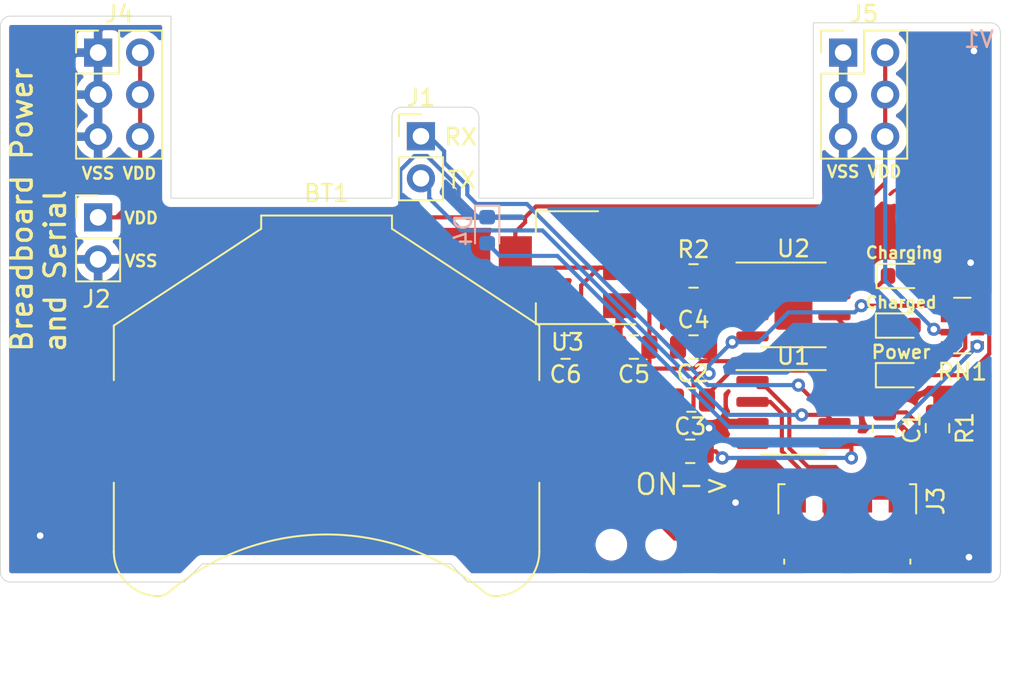
<source format=kicad_pcb>
(kicad_pcb (version 20171130) (host pcbnew 5.1.2)

  (general
    (thickness 1.6)
    (drawings 38)
    (tracks 189)
    (zones 0)
    (modules 24)
    (nets 22)
  )

  (page A4)
  (layers
    (0 F.Cu signal)
    (31 B.Cu signal)
    (32 B.Adhes user)
    (33 F.Adhes user)
    (34 B.Paste user)
    (35 F.Paste user)
    (36 B.SilkS user)
    (37 F.SilkS user)
    (38 B.Mask user)
    (39 F.Mask user)
    (40 Dwgs.User user)
    (41 Cmts.User user)
    (42 Eco1.User user)
    (43 Eco2.User user)
    (44 Edge.Cuts user)
    (45 Margin user)
    (46 B.CrtYd user)
    (47 F.CrtYd user)
    (48 B.Fab user)
    (49 F.Fab user)
  )

  (setup
    (last_trace_width 0.25)
    (trace_clearance 0.2)
    (zone_clearance 0.508)
    (zone_45_only no)
    (trace_min 0.2)
    (via_size 0.8)
    (via_drill 0.4)
    (via_min_size 0.4)
    (via_min_drill 0.3)
    (uvia_size 0.3)
    (uvia_drill 0.1)
    (uvias_allowed no)
    (uvia_min_size 0.2)
    (uvia_min_drill 0.1)
    (edge_width 0.05)
    (segment_width 0.2)
    (pcb_text_width 0.3)
    (pcb_text_size 1.5 1.5)
    (mod_edge_width 0.12)
    (mod_text_size 1 1)
    (mod_text_width 0.15)
    (pad_size 1.524 1.524)
    (pad_drill 0.762)
    (pad_to_mask_clearance 0.051)
    (solder_mask_min_width 0.25)
    (aux_axis_origin 0 0)
    (visible_elements FFFFFF7F)
    (pcbplotparams
      (layerselection 0x010fc_ffffffff)
      (usegerberextensions false)
      (usegerberattributes false)
      (usegerberadvancedattributes false)
      (creategerberjobfile false)
      (excludeedgelayer true)
      (linewidth 0.100000)
      (plotframeref false)
      (viasonmask false)
      (mode 1)
      (useauxorigin false)
      (hpglpennumber 1)
      (hpglpenspeed 20)
      (hpglpendiameter 15.000000)
      (psnegative false)
      (psa4output false)
      (plotreference true)
      (plotvalue true)
      (plotinvisibletext false)
      (padsonsilk false)
      (subtractmaskfromsilk false)
      (outputformat 1)
      (mirror false)
      (drillshape 0)
      (scaleselection 1)
      (outputdirectory "Gerber"))
  )

  (net 0 "")
  (net 1 Stat1)
  (net 2 "Net-(D1-Pad2)")
  (net 3 "Net-(D2-Pad2)")
  (net 4 Stat2)
  (net 5 VSS)
  (net 6 "Net-(D3-Pad2)")
  (net 7 VDD)
  (net 8 VBUS)
  (net 9 PwrIn)
  (net 10 "Net-(SW1-Pad3)")
  (net 11 VDDA)
  (net 12 "Net-(C1-Pad1)")
  (net 13 "Net-(C2-Pad1)")
  (net 14 RX)
  (net 15 TX)
  (net 16 "Net-(J3-Pad4)")
  (net 17 "Net-(J3-Pad2)")
  (net 18 "Net-(J3-Pad3)")
  (net 19 "Net-(R2-Pad1)")
  (net 20 "Net-(U1-Pad4)")
  (net 21 "Net-(D4-Pad2)")

  (net_class Default "This is the default net class."
    (clearance 0.2)
    (trace_width 0.25)
    (via_dia 0.8)
    (via_drill 0.4)
    (uvia_dia 0.3)
    (uvia_drill 0.1)
    (add_net "Net-(C1-Pad1)")
    (add_net "Net-(C2-Pad1)")
    (add_net "Net-(D1-Pad2)")
    (add_net "Net-(D2-Pad2)")
    (add_net "Net-(D3-Pad2)")
    (add_net "Net-(D4-Pad2)")
    (add_net "Net-(J3-Pad2)")
    (add_net "Net-(J3-Pad3)")
    (add_net "Net-(J3-Pad4)")
    (add_net "Net-(R2-Pad1)")
    (add_net "Net-(SW1-Pad3)")
    (add_net "Net-(U1-Pad4)")
    (add_net PwrIn)
    (add_net RX)
    (add_net Stat1)
    (add_net Stat2)
    (add_net TX)
    (add_net VBUS)
    (add_net VDD)
    (add_net VDDA)
    (add_net VSS)
  )

  (module NFCBuisness:W (layer F.Cu) (tedit 0) (tstamp 5CD1FF38)
    (at 159.7 109.1)
    (fp_text reference Ref** (at 0 0) (layer F.SilkS) hide
      (effects (font (size 1.27 1.27) (thickness 0.15)))
    )
    (fp_text value Val** (at 0 0) (layer F.SilkS) hide
      (effects (font (size 1.27 1.27) (thickness 0.15)))
    )
    (fp_poly (pts (xy -1.630587 -2.420899) (xy -1.447524 -2.328559) (xy -1.311592 -2.194757) (xy -1.304211 -2.183555)
      (xy -1.265704 -2.11344) (xy -1.244213 -2.038839) (xy -1.23774 -1.938094) (xy -1.244287 -1.789546)
      (xy -1.255088 -1.651) (xy -1.268682 -1.442824) (xy -1.279873 -1.184894) (xy -1.287394 -0.912114)
      (xy -1.289962 -0.690936) (xy -1.289221 -0.458958) (xy -1.284387 -0.294975) (xy -1.273305 -0.182336)
      (xy -1.25382 -0.10439) (xy -1.223775 -0.044488) (xy -1.202268 -0.013603) (xy -1.116398 0.071274)
      (xy -1.002822 0.111004) (xy -0.929984 0.119227) (xy -0.68211 0.100096) (xy -0.454281 0.00289)
      (xy -0.240656 -0.175182) (xy -0.185776 -0.236175) (xy -0.081108 -0.349759) (xy 0.009066 -0.431822)
      (xy 0.066141 -0.465547) (xy 0.068112 -0.465666) (xy 0.123755 -0.432548) (xy 0.197182 -0.348904)
      (xy 0.229505 -0.301607) (xy 0.376869 -0.110873) (xy 0.526913 0.003226) (xy 0.674284 0.03902)
      (xy 0.813631 -0.005163) (xy 0.907971 -0.089777) (xy 0.988653 -0.198585) (xy 1.058934 -0.326542)
      (xy 1.126082 -0.490779) (xy 1.197364 -0.708426) (xy 1.255985 -0.910166) (xy 1.31545 -1.12099)
      (xy 1.377683 -1.340443) (xy 1.431333 -1.528529) (xy 1.442246 -1.566558) (xy 1.521416 -1.84195)
      (xy 1.949565 -2.005418) (xy 2.167567 -2.084028) (xy 2.315998 -2.126297) (xy 2.401001 -2.133773)
      (xy 2.422145 -2.124455) (xy 2.452677 -2.065526) (xy 2.41974 -2.005855) (xy 2.317286 -1.940366)
      (xy 2.13927 -1.863979) (xy 2.089887 -1.8454) (xy 1.930263 -1.78316) (xy 1.799296 -1.726134)
      (xy 1.71927 -1.684217) (xy 1.708527 -1.676067) (xy 1.680315 -1.619963) (xy 1.636526 -1.498254)
      (xy 1.582553 -1.327363) (xy 1.52379 -1.123712) (xy 1.507251 -1.063196) (xy 1.396737 -0.68139)
      (xy 1.290651 -0.376432) (xy 1.184846 -0.140938) (xy 1.075173 0.032475) (xy 0.957485 0.15119)
      (xy 0.827635 0.222591) (xy 0.776069 0.238398) (xy 0.602379 0.241191) (xy 0.418574 0.174646)
      (xy 0.246259 0.047924) (xy 0.192569 -0.009056) (xy 0.041511 -0.185533) (xy -0.128458 -0.008645)
      (xy -0.312966 0.157866) (xy -0.496288 0.260737) (xy -0.709082 0.314778) (xy -0.823587 0.327186)
      (xy -0.981029 0.333485) (xy -1.090094 0.317957) (xy -1.185756 0.27362) (xy -1.227666 0.246552)
      (xy -1.355913 0.118677) (xy -1.447302 -0.068507) (xy -1.502345 -0.318683) (xy -1.521551 -0.635539)
      (xy -1.505431 -1.022758) (xy -1.460818 -1.436924) (xy -1.432055 -1.688127) (xy -1.424811 -1.871541)
      (xy -1.442863 -2.002167) (xy -1.489991 -2.095003) (xy -1.569973 -2.165049) (xy -1.656298 -2.212878)
      (xy -1.801342 -2.257899) (xy -1.939703 -2.239415) (xy -2.087459 -2.15265) (xy -2.203421 -2.05035)
      (xy -2.298884 -1.96489) (xy -2.361491 -1.934189) (xy -2.413708 -1.94891) (xy -2.426473 -1.957639)
      (xy -2.473927 -2.002339) (xy -2.467648 -2.051331) (xy -2.429475 -2.110518) (xy -2.32004 -2.223928)
      (xy -2.167499 -2.330713) (xy -2.002595 -2.413218) (xy -1.856072 -2.453788) (xy -1.829026 -2.455333)
      (xy -1.630587 -2.420899)) (layer F.Cu) (width 0.01))
  )

  (module LED_SMD:LED_0603_1608Metric (layer F.Cu) (tedit 5B301BBE) (tstamp 5CD17F37)
    (at 158 112)
    (descr "LED SMD 0603 (1608 Metric), square (rectangular) end terminal, IPC_7351 nominal, (Body size source: http://www.tortai-tech.com/upload/download/2011102023233369053.pdf), generated with kicad-footprint-generator")
    (tags diode)
    (path /5CDD0072)
    (attr smd)
    (fp_text reference D1 (at 0 -1.43) (layer F.Fab)
      (effects (font (size 1 1) (thickness 0.15)))
    )
    (fp_text value LED (at 0 1.43) (layer F.Fab)
      (effects (font (size 1 1) (thickness 0.15)))
    )
    (fp_line (start 0.8 -0.4) (end -0.5 -0.4) (layer F.Fab) (width 0.1))
    (fp_line (start -0.5 -0.4) (end -0.8 -0.1) (layer F.Fab) (width 0.1))
    (fp_line (start -0.8 -0.1) (end -0.8 0.4) (layer F.Fab) (width 0.1))
    (fp_line (start -0.8 0.4) (end 0.8 0.4) (layer F.Fab) (width 0.1))
    (fp_line (start 0.8 0.4) (end 0.8 -0.4) (layer F.Fab) (width 0.1))
    (fp_line (start 0.8 -0.735) (end -1.485 -0.735) (layer F.SilkS) (width 0.12))
    (fp_line (start -1.485 -0.735) (end -1.485 0.735) (layer F.SilkS) (width 0.12))
    (fp_line (start -1.485 0.735) (end 0.8 0.735) (layer F.SilkS) (width 0.12))
    (fp_line (start -1.48 0.73) (end -1.48 -0.73) (layer F.CrtYd) (width 0.05))
    (fp_line (start -1.48 -0.73) (end 1.48 -0.73) (layer F.CrtYd) (width 0.05))
    (fp_line (start 1.48 -0.73) (end 1.48 0.73) (layer F.CrtYd) (width 0.05))
    (fp_line (start 1.48 0.73) (end -1.48 0.73) (layer F.CrtYd) (width 0.05))
    (fp_text user %R (at 0 0) (layer F.Fab)
      (effects (font (size 0.4 0.4) (thickness 0.06)))
    )
    (pad 1 smd roundrect (at -0.7875 0) (size 0.875 0.95) (layers F.Cu F.Paste F.Mask) (roundrect_rratio 0.25)
      (net 1 Stat1))
    (pad 2 smd roundrect (at 0.7875 0) (size 0.875 0.95) (layers F.Cu F.Paste F.Mask) (roundrect_rratio 0.25)
      (net 2 "Net-(D1-Pad2)"))
    (model ${KISYS3DMOD}/LED_SMD.3dshapes/LED_0603_1608Metric.wrl
      (at (xyz 0 0 0))
      (scale (xyz 1 1 1))
      (rotate (xyz 0 0 0))
    )
  )

  (module LED_SMD:LED_0603_1608Metric (layer F.Cu) (tedit 5B301BBE) (tstamp 5CD17F4A)
    (at 157.9625 115)
    (descr "LED SMD 0603 (1608 Metric), square (rectangular) end terminal, IPC_7351 nominal, (Body size source: http://www.tortai-tech.com/upload/download/2011102023233369053.pdf), generated with kicad-footprint-generator")
    (tags diode)
    (path /5CDD09BC)
    (attr smd)
    (fp_text reference D2 (at 0 -1.43) (layer F.Fab)
      (effects (font (size 1 1) (thickness 0.15)))
    )
    (fp_text value LED (at 0 1.43) (layer F.Fab)
      (effects (font (size 1 1) (thickness 0.15)))
    )
    (fp_text user %R (at 0 0) (layer F.Fab)
      (effects (font (size 0.4 0.4) (thickness 0.06)))
    )
    (fp_line (start 1.48 0.73) (end -1.48 0.73) (layer F.CrtYd) (width 0.05))
    (fp_line (start 1.48 -0.73) (end 1.48 0.73) (layer F.CrtYd) (width 0.05))
    (fp_line (start -1.48 -0.73) (end 1.48 -0.73) (layer F.CrtYd) (width 0.05))
    (fp_line (start -1.48 0.73) (end -1.48 -0.73) (layer F.CrtYd) (width 0.05))
    (fp_line (start -1.485 0.735) (end 0.8 0.735) (layer F.SilkS) (width 0.12))
    (fp_line (start -1.485 -0.735) (end -1.485 0.735) (layer F.SilkS) (width 0.12))
    (fp_line (start 0.8 -0.735) (end -1.485 -0.735) (layer F.SilkS) (width 0.12))
    (fp_line (start 0.8 0.4) (end 0.8 -0.4) (layer F.Fab) (width 0.1))
    (fp_line (start -0.8 0.4) (end 0.8 0.4) (layer F.Fab) (width 0.1))
    (fp_line (start -0.8 -0.1) (end -0.8 0.4) (layer F.Fab) (width 0.1))
    (fp_line (start -0.5 -0.4) (end -0.8 -0.1) (layer F.Fab) (width 0.1))
    (fp_line (start 0.8 -0.4) (end -0.5 -0.4) (layer F.Fab) (width 0.1))
    (pad 2 smd roundrect (at 0.7875 0) (size 0.875 0.95) (layers F.Cu F.Paste F.Mask) (roundrect_rratio 0.25)
      (net 3 "Net-(D2-Pad2)"))
    (pad 1 smd roundrect (at -0.7875 0) (size 0.875 0.95) (layers F.Cu F.Paste F.Mask) (roundrect_rratio 0.25)
      (net 4 Stat2))
    (model ${KISYS3DMOD}/LED_SMD.3dshapes/LED_0603_1608Metric.wrl
      (at (xyz 0 0 0))
      (scale (xyz 1 1 1))
      (rotate (xyz 0 0 0))
    )
  )

  (module LED_SMD:LED_0603_1608Metric (layer F.Cu) (tedit 5B301BBE) (tstamp 5CD1E4DA)
    (at 157.9625 118)
    (descr "LED SMD 0603 (1608 Metric), square (rectangular) end terminal, IPC_7351 nominal, (Body size source: http://www.tortai-tech.com/upload/download/2011102023233369053.pdf), generated with kicad-footprint-generator")
    (tags diode)
    (path /5CDD0EF2)
    (attr smd)
    (fp_text reference D3 (at 0 -1.43) (layer F.Fab)
      (effects (font (size 1 1) (thickness 0.15)))
    )
    (fp_text value LED (at 0 1.43) (layer F.Fab)
      (effects (font (size 1 1) (thickness 0.15)))
    )
    (fp_line (start 0.8 -0.4) (end -0.5 -0.4) (layer F.Fab) (width 0.1))
    (fp_line (start -0.5 -0.4) (end -0.8 -0.1) (layer F.Fab) (width 0.1))
    (fp_line (start -0.8 -0.1) (end -0.8 0.4) (layer F.Fab) (width 0.1))
    (fp_line (start -0.8 0.4) (end 0.8 0.4) (layer F.Fab) (width 0.1))
    (fp_line (start 0.8 0.4) (end 0.8 -0.4) (layer F.Fab) (width 0.1))
    (fp_line (start 0.8 -0.735) (end -1.485 -0.735) (layer F.SilkS) (width 0.12))
    (fp_line (start -1.485 -0.735) (end -1.485 0.735) (layer F.SilkS) (width 0.12))
    (fp_line (start -1.485 0.735) (end 0.8 0.735) (layer F.SilkS) (width 0.12))
    (fp_line (start -1.48 0.73) (end -1.48 -0.73) (layer F.CrtYd) (width 0.05))
    (fp_line (start -1.48 -0.73) (end 1.48 -0.73) (layer F.CrtYd) (width 0.05))
    (fp_line (start 1.48 -0.73) (end 1.48 0.73) (layer F.CrtYd) (width 0.05))
    (fp_line (start 1.48 0.73) (end -1.48 0.73) (layer F.CrtYd) (width 0.05))
    (fp_text user %R (at 0 0) (layer F.Fab)
      (effects (font (size 0.4 0.4) (thickness 0.06)))
    )
    (pad 1 smd roundrect (at -0.7875 0) (size 0.875 0.95) (layers F.Cu F.Paste F.Mask) (roundrect_rratio 0.25)
      (net 5 VSS))
    (pad 2 smd roundrect (at 0.7875 0) (size 0.875 0.95) (layers F.Cu F.Paste F.Mask) (roundrect_rratio 0.25)
      (net 6 "Net-(D3-Pad2)"))
    (model ${KISYS3DMOD}/LED_SMD.3dshapes/LED_0603_1608Metric.wrl
      (at (xyz 0 0 0))
      (scale (xyz 1 1 1))
      (rotate (xyz 0 0 0))
    )
  )

  (module Connector_PinHeader_2.54mm:PinHeader_2x03_P2.54mm_Vertical (layer F.Cu) (tedit 59FED5CC) (tstamp 5CD17F79)
    (at 109.5 98.5)
    (descr "Through hole straight pin header, 2x03, 2.54mm pitch, double rows")
    (tags "Through hole pin header THT 2x03 2.54mm double row")
    (path /5CDFC935)
    (fp_text reference J4 (at 1.27 -2.33) (layer F.SilkS)
      (effects (font (size 1 1) (thickness 0.15)))
    )
    (fp_text value Left (at 1.27 7.41) (layer F.Fab)
      (effects (font (size 1 1) (thickness 0.15)))
    )
    (fp_line (start 0 -1.27) (end 3.81 -1.27) (layer F.Fab) (width 0.1))
    (fp_line (start 3.81 -1.27) (end 3.81 6.35) (layer F.Fab) (width 0.1))
    (fp_line (start 3.81 6.35) (end -1.27 6.35) (layer F.Fab) (width 0.1))
    (fp_line (start -1.27 6.35) (end -1.27 0) (layer F.Fab) (width 0.1))
    (fp_line (start -1.27 0) (end 0 -1.27) (layer F.Fab) (width 0.1))
    (fp_line (start -1.33 6.41) (end 3.87 6.41) (layer F.SilkS) (width 0.12))
    (fp_line (start -1.33 1.27) (end -1.33 6.41) (layer F.SilkS) (width 0.12))
    (fp_line (start 3.87 -1.33) (end 3.87 6.41) (layer F.SilkS) (width 0.12))
    (fp_line (start -1.33 1.27) (end 1.27 1.27) (layer F.SilkS) (width 0.12))
    (fp_line (start 1.27 1.27) (end 1.27 -1.33) (layer F.SilkS) (width 0.12))
    (fp_line (start 1.27 -1.33) (end 3.87 -1.33) (layer F.SilkS) (width 0.12))
    (fp_line (start -1.33 0) (end -1.33 -1.33) (layer F.SilkS) (width 0.12))
    (fp_line (start -1.33 -1.33) (end 0 -1.33) (layer F.SilkS) (width 0.12))
    (fp_line (start -1.8 -1.8) (end -1.8 6.85) (layer F.CrtYd) (width 0.05))
    (fp_line (start -1.8 6.85) (end 4.35 6.85) (layer F.CrtYd) (width 0.05))
    (fp_line (start 4.35 6.85) (end 4.35 -1.8) (layer F.CrtYd) (width 0.05))
    (fp_line (start 4.35 -1.8) (end -1.8 -1.8) (layer F.CrtYd) (width 0.05))
    (fp_text user %R (at 1.27 2.54 90) (layer F.Fab)
      (effects (font (size 1 1) (thickness 0.15)))
    )
    (pad 1 thru_hole rect (at 0 0) (size 1.7 1.7) (drill 1) (layers *.Cu *.Mask)
      (net 5 VSS))
    (pad 2 thru_hole oval (at 2.54 0) (size 1.7 1.7) (drill 1) (layers *.Cu *.Mask)
      (net 7 VDD))
    (pad 3 thru_hole oval (at 0 2.54) (size 1.7 1.7) (drill 1) (layers *.Cu *.Mask)
      (net 5 VSS))
    (pad 4 thru_hole oval (at 2.54 2.54) (size 1.7 1.7) (drill 1) (layers *.Cu *.Mask)
      (net 7 VDD))
    (pad 5 thru_hole oval (at 0 5.08) (size 1.7 1.7) (drill 1) (layers *.Cu *.Mask)
      (net 5 VSS))
    (pad 6 thru_hole oval (at 2.54 5.08) (size 1.7 1.7) (drill 1) (layers *.Cu *.Mask)
      (net 7 VDD))
    (model ${KISYS3DMOD}/Connector_PinHeader_2.54mm.3dshapes/PinHeader_2x03_P2.54mm_Vertical.wrl
      (at (xyz 0 0 0))
      (scale (xyz 1 1 1))
      (rotate (xyz 0 0 0))
    )
  )

  (module Connector_PinHeader_2.54mm:PinHeader_2x03_P2.54mm_Vertical (layer F.Cu) (tedit 59FED5CC) (tstamp 5CD1E0E8)
    (at 154.5 98.5)
    (descr "Through hole straight pin header, 2x03, 2.54mm pitch, double rows")
    (tags "Through hole pin header THT 2x03 2.54mm double row")
    (path /5CE1B6CB)
    (fp_text reference J5 (at 1.27 -2.33) (layer F.SilkS)
      (effects (font (size 1 1) (thickness 0.15)))
    )
    (fp_text value Right (at 1.27 7.41) (layer F.Fab)
      (effects (font (size 1 1) (thickness 0.15)))
    )
    (fp_text user %R (at 1.27 2.54 90) (layer F.Fab)
      (effects (font (size 1 1) (thickness 0.15)))
    )
    (fp_line (start 4.35 -1.8) (end -1.8 -1.8) (layer F.CrtYd) (width 0.05))
    (fp_line (start 4.35 6.85) (end 4.35 -1.8) (layer F.CrtYd) (width 0.05))
    (fp_line (start -1.8 6.85) (end 4.35 6.85) (layer F.CrtYd) (width 0.05))
    (fp_line (start -1.8 -1.8) (end -1.8 6.85) (layer F.CrtYd) (width 0.05))
    (fp_line (start -1.33 -1.33) (end 0 -1.33) (layer F.SilkS) (width 0.12))
    (fp_line (start -1.33 0) (end -1.33 -1.33) (layer F.SilkS) (width 0.12))
    (fp_line (start 1.27 -1.33) (end 3.87 -1.33) (layer F.SilkS) (width 0.12))
    (fp_line (start 1.27 1.27) (end 1.27 -1.33) (layer F.SilkS) (width 0.12))
    (fp_line (start -1.33 1.27) (end 1.27 1.27) (layer F.SilkS) (width 0.12))
    (fp_line (start 3.87 -1.33) (end 3.87 6.41) (layer F.SilkS) (width 0.12))
    (fp_line (start -1.33 1.27) (end -1.33 6.41) (layer F.SilkS) (width 0.12))
    (fp_line (start -1.33 6.41) (end 3.87 6.41) (layer F.SilkS) (width 0.12))
    (fp_line (start -1.27 0) (end 0 -1.27) (layer F.Fab) (width 0.1))
    (fp_line (start -1.27 6.35) (end -1.27 0) (layer F.Fab) (width 0.1))
    (fp_line (start 3.81 6.35) (end -1.27 6.35) (layer F.Fab) (width 0.1))
    (fp_line (start 3.81 -1.27) (end 3.81 6.35) (layer F.Fab) (width 0.1))
    (fp_line (start 0 -1.27) (end 3.81 -1.27) (layer F.Fab) (width 0.1))
    (pad 6 thru_hole oval (at 2.54 5.08) (size 1.7 1.7) (drill 1) (layers *.Cu *.Mask)
      (net 7 VDD))
    (pad 5 thru_hole oval (at 0 5.08) (size 1.7 1.7) (drill 1) (layers *.Cu *.Mask)
      (net 5 VSS))
    (pad 4 thru_hole oval (at 2.54 2.54) (size 1.7 1.7) (drill 1) (layers *.Cu *.Mask)
      (net 7 VDD))
    (pad 3 thru_hole oval (at 0 2.54) (size 1.7 1.7) (drill 1) (layers *.Cu *.Mask)
      (net 5 VSS))
    (pad 2 thru_hole oval (at 2.54 0) (size 1.7 1.7) (drill 1) (layers *.Cu *.Mask)
      (net 7 VDD))
    (pad 1 thru_hole rect (at 0 0) (size 1.7 1.7) (drill 1) (layers *.Cu *.Mask)
      (net 5 VSS))
    (model ${KISYS3DMOD}/Connector_PinHeader_2.54mm.3dshapes/PinHeader_2x03_P2.54mm_Vertical.wrl
      (at (xyz 0 0 0))
      (scale (xyz 1 1 1))
      (rotate (xyz 0 0 0))
    )
  )

  (module Resistor_SMD:R_Array_Convex_4x0603 (layer F.Cu) (tedit 58E0A8B2) (tstamp 5CD17FAC)
    (at 161.7 115 180)
    (descr "Chip Resistor Network, ROHM MNR14 (see mnr_g.pdf)")
    (tags "resistor array")
    (path /5CE3C353)
    (attr smd)
    (fp_text reference RN1 (at 0 -2.8) (layer F.SilkS)
      (effects (font (size 1 1) (thickness 0.15)))
    )
    (fp_text value R_Pack04 (at 0 2.8) (layer F.Fab)
      (effects (font (size 1 1) (thickness 0.15)))
    )
    (fp_text user %R (at 0 0 90) (layer F.Fab)
      (effects (font (size 0.5 0.5) (thickness 0.075)))
    )
    (fp_line (start -0.8 -1.6) (end 0.8 -1.6) (layer F.Fab) (width 0.1))
    (fp_line (start 0.8 -1.6) (end 0.8 1.6) (layer F.Fab) (width 0.1))
    (fp_line (start 0.8 1.6) (end -0.8 1.6) (layer F.Fab) (width 0.1))
    (fp_line (start -0.8 1.6) (end -0.8 -1.6) (layer F.Fab) (width 0.1))
    (fp_line (start 0.5 1.68) (end -0.5 1.68) (layer F.SilkS) (width 0.12))
    (fp_line (start 0.5 -1.68) (end -0.5 -1.68) (layer F.SilkS) (width 0.12))
    (fp_line (start -1.55 -1.85) (end 1.55 -1.85) (layer F.CrtYd) (width 0.05))
    (fp_line (start -1.55 -1.85) (end -1.55 1.85) (layer F.CrtYd) (width 0.05))
    (fp_line (start 1.55 1.85) (end 1.55 -1.85) (layer F.CrtYd) (width 0.05))
    (fp_line (start 1.55 1.85) (end -1.55 1.85) (layer F.CrtYd) (width 0.05))
    (pad 1 smd rect (at -0.9 -1.2 180) (size 0.8 0.5) (layers F.Cu F.Paste F.Mask)
      (net 21 "Net-(D4-Pad2)"))
    (pad 3 smd rect (at -0.9 0.4 180) (size 0.8 0.4) (layers F.Cu F.Paste F.Mask)
      (net 3 "Net-(D2-Pad2)"))
    (pad 2 smd rect (at -0.9 -0.4 180) (size 0.8 0.4) (layers F.Cu F.Paste F.Mask)
      (net 6 "Net-(D3-Pad2)"))
    (pad 4 smd rect (at -0.9 1.2 180) (size 0.8 0.5) (layers F.Cu F.Paste F.Mask)
      (net 2 "Net-(D1-Pad2)"))
    (pad 7 smd rect (at 0.9 -0.4 180) (size 0.8 0.4) (layers F.Cu F.Paste F.Mask)
      (net 7 VDD))
    (pad 8 smd rect (at 0.9 -1.2 180) (size 0.8 0.5) (layers F.Cu F.Paste F.Mask)
      (net 7 VDD))
    (pad 6 smd rect (at 0.9 0.4 180) (size 0.8 0.4) (layers F.Cu F.Paste F.Mask)
      (net 8 VBUS))
    (pad 5 smd rect (at 0.9 1.2 180) (size 0.8 0.5) (layers F.Cu F.Paste F.Mask)
      (net 8 VBUS))
    (model ${KISYS3DMOD}/Resistor_SMD.3dshapes/R_Array_Convex_4x0603.wrl
      (at (xyz 0 0 0))
      (scale (xyz 1 1 1))
      (rotate (xyz 0 0 0))
    )
  )

  (module BreadBoardPwr:SK-3296S_switch (layer F.Cu) (tedit 5CCB3656) (tstamp 5CD1E3D9)
    (at 142 128.25 180)
    (path /5CD9B374)
    (fp_text reference SW1 (at -2.54 5.08) (layer F.Fab)
      (effects (font (size 1 1) (thickness 0.15)))
    )
    (fp_text value SW_DPDT_x2 (at 0 -2.54) (layer F.Fab)
      (effects (font (size 1 1) (thickness 0.15)))
    )
    (pad 4 smd rect (at -3.8 -1.15 180) (size 0.8 0.9) (layers F.Cu F.Paste F.Mask))
    (pad 4 smd rect (at 3.8 -1.15 180) (size 0.8 0.9) (layers F.Cu F.Paste F.Mask))
    (pad 4 smd rect (at 3.81 1.15 180) (size 0.8 0.9) (layers F.Cu F.Paste F.Mask))
    (pad 4 smd rect (at -3.8 1.15 180) (size 0.8 0.9) (layers F.Cu F.Paste F.Mask))
    (pad 1 smd rect (at -2.25 2.125 180) (size 0.9 1.25) (layers F.Cu F.Paste F.Mask)
      (net 8 VBUS))
    (pad 2 smd rect (at -0.75 2.125 180) (size 0.9 1.25) (layers F.Cu F.Paste F.Mask)
      (net 9 PwrIn))
    (pad 3 smd rect (at 2.25 2.125 180) (size 0.9 1.25) (layers F.Cu F.Paste F.Mask)
      (net 10 "Net-(SW1-Pad3)"))
    (pad "" np_thru_hole circle (at 1.5 0 180) (size 0.9 0.9) (drill 0.9) (layers *.Cu *.Mask))
    (pad "" np_thru_hole circle (at -1.5 0 180) (size 0.9 0.9) (drill 0.9) (layers *.Cu *.Mask))
  )

  (module Battery:BatteryHolder_Keystone_3008_1x2450 (layer F.Cu) (tedit 58972352) (tstamp 5CD1DABA)
    (at 123.3 121.4)
    (descr http://www.keyelco.com/product-pdf.cfm?p=786)
    (tags "Keystone type 3008 coin cell retainer")
    (path /5AD687D0)
    (attr smd)
    (fp_text reference BT1 (at 0 -14.4) (layer F.SilkS)
      (effects (font (size 1 1) (thickness 0.15)))
    )
    (fp_text value Battery_Cell (at 0 14) (layer F.Fab)
      (effects (font (size 1 1) (thickness 0.15)))
    )
    (fp_text user %R (at 0 0) (layer F.Fab)
      (effects (font (size 1 1) (thickness 0.15)))
    )
    (fp_arc (start 0 0) (end 0 12.8) (angle -41.7) (layer F.CrtYd) (width 0.05))
    (fp_arc (start 0 21) (end 9.15 10.05) (angle -3.2) (layer F.CrtYd) (width 0.05))
    (fp_arc (start 0 0) (end 0 12.8) (angle 41.7) (layer F.CrtYd) (width 0.05))
    (fp_arc (start 0 21) (end -9.15 10.05) (angle 3.2) (layer F.CrtYd) (width 0.05))
    (fp_arc (start 10.15 9) (end 10.15 10.45) (angle 45) (layer F.CrtYd) (width 0.05))
    (fp_arc (start -10.15 9) (end -10.15 10.45) (angle -45) (layer F.CrtYd) (width 0.05))
    (fp_arc (start 10.15 7.25) (end 10.15 10.45) (angle -90) (layer F.CrtYd) (width 0.05))
    (fp_arc (start -10.15 7.25) (end -10.15 10.45) (angle 90) (layer F.CrtYd) (width 0.05))
    (fp_arc (start 0 21) (end -9.55 9.73) (angle 80) (layer F.SilkS) (width 0.12))
    (fp_arc (start 10.15 9) (end 10.15 9.95) (angle 45) (layer F.SilkS) (width 0.12))
    (fp_arc (start -10.15 9) (end -10.15 9.95) (angle -45) (layer F.SilkS) (width 0.12))
    (fp_arc (start 10.15 9) (end 10.15 9.8) (angle 45) (layer F.Fab) (width 0.1))
    (fp_arc (start -10.15 9) (end -10.15 9.8) (angle -45) (layer F.Fab) (width 0.1))
    (fp_arc (start 0 21) (end -9.6 9.58) (angle 80) (layer F.Fab) (width 0.1))
    (fp_arc (start -10.15 7.25) (end -10.15 9.95) (angle 90) (layer F.SilkS) (width 0.12))
    (fp_arc (start 10.15 7.25) (end 10.15 9.95) (angle -90) (layer F.SilkS) (width 0.12))
    (fp_line (start 12.85 3.1) (end 12.85 7.3) (layer F.SilkS) (width 0.12))
    (fp_line (start -12.85 3.1) (end -12.85 7.3) (layer F.SilkS) (width 0.12))
    (fp_line (start 13.35 3.25) (end 13.35 7.3) (layer F.CrtYd) (width 0.05))
    (fp_arc (start 10.15 7.25) (end 10.15 9.8) (angle -90) (layer F.Fab) (width 0.1))
    (fp_arc (start -10.15 7.25) (end -10.15 9.8) (angle 90) (layer F.Fab) (width 0.1))
    (fp_circle (center 0 0) (end 12.25 0) (layer Dwgs.User) (width 0.15))
    (fp_line (start 4.45 -13.55) (end 4.45 -12.55) (layer F.CrtYd) (width 0.05))
    (fp_line (start -4.45 -13.55) (end 4.45 -13.55) (layer F.CrtYd) (width 0.05))
    (fp_line (start -4.45 -13.55) (end -4.45 -12.55) (layer F.CrtYd) (width 0.05))
    (fp_line (start 4.45 -12.55) (end 13.35 -6.7) (layer F.CrtYd) (width 0.05))
    (fp_line (start 13.35 -6.7) (end 13.35 -3.25) (layer F.CrtYd) (width 0.05))
    (fp_line (start 18.8 3.25) (end 13.35 3.25) (layer F.CrtYd) (width 0.05))
    (fp_line (start 18.8 -3.25) (end 18.8 3.25) (layer F.CrtYd) (width 0.05))
    (fp_line (start 13.35 -3.25) (end 18.8 -3.25) (layer F.CrtYd) (width 0.05))
    (fp_line (start -4.45 -12.55) (end -13.35 -6.7) (layer F.CrtYd) (width 0.05))
    (fp_line (start -18.8 -3.25) (end -18.8 3.25) (layer F.CrtYd) (width 0.05))
    (fp_line (start -18.8 3.25) (end -13.35 3.25) (layer F.CrtYd) (width 0.05))
    (fp_line (start -13.35 3.25) (end -13.35 7.3) (layer F.CrtYd) (width 0.05))
    (fp_line (start -13.35 -3.25) (end -18.8 -3.25) (layer F.CrtYd) (width 0.05))
    (fp_line (start -13.35 -6.7) (end -13.35 -3.25) (layer F.CrtYd) (width 0.05))
    (fp_line (start 12.85 -6.4) (end 12.85 -3.1) (layer F.SilkS) (width 0.12))
    (fp_line (start 3.95 -12.25) (end 12.85 -6.4) (layer F.SilkS) (width 0.12))
    (fp_line (start 3.95 -13.05) (end 3.95 -12.25) (layer F.SilkS) (width 0.12))
    (fp_line (start -3.95 -13.05) (end 3.95 -13.05) (layer F.SilkS) (width 0.12))
    (fp_line (start -3.95 -13.05) (end -3.95 -12.25) (layer F.SilkS) (width 0.12))
    (fp_line (start -3.95 -12.25) (end -12.85 -6.4) (layer F.SilkS) (width 0.12))
    (fp_line (start -12.85 -6.4) (end -12.85 -3.1) (layer F.SilkS) (width 0.12))
    (fp_line (start 3.8 -12.2) (end 12.7 -6.35) (layer F.Fab) (width 0.1))
    (fp_line (start 12.7 -6.35) (end 12.7 7.3) (layer F.Fab) (width 0.1))
    (fp_line (start -3.8 -12.2) (end -12.7 -6.35) (layer F.Fab) (width 0.1))
    (fp_line (start -12.7 -6.35) (end -12.7 7.3) (layer F.Fab) (width 0.1))
    (fp_line (start -3.8 -12.9) (end -3.8 -12.2) (layer F.Fab) (width 0.1))
    (fp_line (start 3.8 -12.9) (end 3.8 -12.2) (layer F.Fab) (width 0.1))
    (fp_line (start -3.8 -12.9) (end 3.8 -12.9) (layer F.Fab) (width 0.1))
    (pad 1 smd rect (at -15.3 0) (size 6 5.5) (layers F.Cu F.Paste F.Mask)
      (net 11 VDDA))
    (pad 1 smd rect (at 15.3 0) (size 6 5.5) (layers F.Cu F.Paste F.Mask)
      (net 11 VDDA))
    (pad 2 smd rect (at 0 0) (size 8 8) (layers F.Cu F.Mask)
      (net 5 VSS))
    (model ${KISYS3DMOD}/Battery.3dshapes/BatteryHolder_Keystone_3008_1x2450.wrl
      (at (xyz 0 0 0))
      (scale (xyz 1 1 1))
      (rotate (xyz 0 0 0))
    )
  )

  (module Capacitor_SMD:C_0805_2012Metric (layer F.Cu) (tedit 5B36C52B) (tstamp 5CD1EBE2)
    (at 157 121.1875 270)
    (descr "Capacitor SMD 0805 (2012 Metric), square (rectangular) end terminal, IPC_7351 nominal, (Body size source: https://docs.google.com/spreadsheets/d/1BsfQQcO9C6DZCsRaXUlFlo91Tg2WpOkGARC1WS5S8t0/edit?usp=sharing), generated with kicad-footprint-generator")
    (tags capacitor)
    (path /5C344660)
    (attr smd)
    (fp_text reference C1 (at 0 -1.65 90) (layer F.SilkS)
      (effects (font (size 1 1) (thickness 0.15)))
    )
    (fp_text value 10uF (at 0 1.65 90) (layer F.Fab)
      (effects (font (size 1 1) (thickness 0.15)))
    )
    (fp_line (start -1 0.6) (end -1 -0.6) (layer F.Fab) (width 0.1))
    (fp_line (start -1 -0.6) (end 1 -0.6) (layer F.Fab) (width 0.1))
    (fp_line (start 1 -0.6) (end 1 0.6) (layer F.Fab) (width 0.1))
    (fp_line (start 1 0.6) (end -1 0.6) (layer F.Fab) (width 0.1))
    (fp_line (start -0.258578 -0.71) (end 0.258578 -0.71) (layer F.SilkS) (width 0.12))
    (fp_line (start -0.258578 0.71) (end 0.258578 0.71) (layer F.SilkS) (width 0.12))
    (fp_line (start -1.68 0.95) (end -1.68 -0.95) (layer F.CrtYd) (width 0.05))
    (fp_line (start -1.68 -0.95) (end 1.68 -0.95) (layer F.CrtYd) (width 0.05))
    (fp_line (start 1.68 -0.95) (end 1.68 0.95) (layer F.CrtYd) (width 0.05))
    (fp_line (start 1.68 0.95) (end -1.68 0.95) (layer F.CrtYd) (width 0.05))
    (fp_text user %R (at 0 0 90) (layer F.Fab)
      (effects (font (size 0.5 0.5) (thickness 0.08)))
    )
    (pad 1 smd roundrect (at -0.9375 0 270) (size 0.975 1.4) (layers F.Cu F.Paste F.Mask) (roundrect_rratio 0.25)
      (net 12 "Net-(C1-Pad1)"))
    (pad 2 smd roundrect (at 0.9375 0 270) (size 0.975 1.4) (layers F.Cu F.Paste F.Mask) (roundrect_rratio 0.25)
      (net 8 VBUS))
    (model ${KISYS3DMOD}/Capacitor_SMD.3dshapes/C_0805_2012Metric.wrl
      (at (xyz 0 0 0))
      (scale (xyz 1 1 1))
      (rotate (xyz 0 0 0))
    )
  )

  (module Capacitor_SMD:C_0805_2012Metric (layer F.Cu) (tedit 5B36C52B) (tstamp 5CD1ED88)
    (at 145.3375 119.5 180)
    (descr "Capacitor SMD 0805 (2012 Metric), square (rectangular) end terminal, IPC_7351 nominal, (Body size source: https://docs.google.com/spreadsheets/d/1BsfQQcO9C6DZCsRaXUlFlo91Tg2WpOkGARC1WS5S8t0/edit?usp=sharing), generated with kicad-footprint-generator")
    (tags capacitor)
    (path /5C354B29)
    (attr smd)
    (fp_text reference C2 (at -0.0625 1.6) (layer F.SilkS)
      (effects (font (size 1 1) (thickness 0.15)))
    )
    (fp_text value 0.1uF (at 0 1.65) (layer F.Fab)
      (effects (font (size 1 1) (thickness 0.15)))
    )
    (fp_text user %R (at 0 0) (layer F.Fab)
      (effects (font (size 0.5 0.5) (thickness 0.08)))
    )
    (fp_line (start 1.68 0.95) (end -1.68 0.95) (layer F.CrtYd) (width 0.05))
    (fp_line (start 1.68 -0.95) (end 1.68 0.95) (layer F.CrtYd) (width 0.05))
    (fp_line (start -1.68 -0.95) (end 1.68 -0.95) (layer F.CrtYd) (width 0.05))
    (fp_line (start -1.68 0.95) (end -1.68 -0.95) (layer F.CrtYd) (width 0.05))
    (fp_line (start -0.258578 0.71) (end 0.258578 0.71) (layer F.SilkS) (width 0.12))
    (fp_line (start -0.258578 -0.71) (end 0.258578 -0.71) (layer F.SilkS) (width 0.12))
    (fp_line (start 1 0.6) (end -1 0.6) (layer F.Fab) (width 0.1))
    (fp_line (start 1 -0.6) (end 1 0.6) (layer F.Fab) (width 0.1))
    (fp_line (start -1 -0.6) (end 1 -0.6) (layer F.Fab) (width 0.1))
    (fp_line (start -1 0.6) (end -1 -0.6) (layer F.Fab) (width 0.1))
    (pad 2 smd roundrect (at 0.9375 0 180) (size 0.975 1.4) (layers F.Cu F.Paste F.Mask) (roundrect_rratio 0.25)
      (net 5 VSS))
    (pad 1 smd roundrect (at -0.9375 0 180) (size 0.975 1.4) (layers F.Cu F.Paste F.Mask) (roundrect_rratio 0.25)
      (net 13 "Net-(C2-Pad1)"))
    (model ${KISYS3DMOD}/Capacitor_SMD.3dshapes/C_0805_2012Metric.wrl
      (at (xyz 0 0 0))
      (scale (xyz 1 1 1))
      (rotate (xyz 0 0 0))
    )
  )

  (module Capacitor_SMD:C_0805_2012Metric (layer F.Cu) (tedit 5B36C52B) (tstamp 5CD1DAED)
    (at 145.2625 122.6)
    (descr "Capacitor SMD 0805 (2012 Metric), square (rectangular) end terminal, IPC_7351 nominal, (Body size source: https://docs.google.com/spreadsheets/d/1BsfQQcO9C6DZCsRaXUlFlo91Tg2WpOkGARC1WS5S8t0/edit?usp=sharing), generated with kicad-footprint-generator")
    (tags capacitor)
    (path /5C354F6F)
    (attr smd)
    (fp_text reference C3 (at 0 -1.5) (layer F.SilkS)
      (effects (font (size 1 1) (thickness 0.15)))
    )
    (fp_text value 0.1uF (at 0 1.65) (layer F.Fab)
      (effects (font (size 1 1) (thickness 0.15)))
    )
    (fp_line (start -1 0.6) (end -1 -0.6) (layer F.Fab) (width 0.1))
    (fp_line (start -1 -0.6) (end 1 -0.6) (layer F.Fab) (width 0.1))
    (fp_line (start 1 -0.6) (end 1 0.6) (layer F.Fab) (width 0.1))
    (fp_line (start 1 0.6) (end -1 0.6) (layer F.Fab) (width 0.1))
    (fp_line (start -0.258578 -0.71) (end 0.258578 -0.71) (layer F.SilkS) (width 0.12))
    (fp_line (start -0.258578 0.71) (end 0.258578 0.71) (layer F.SilkS) (width 0.12))
    (fp_line (start -1.68 0.95) (end -1.68 -0.95) (layer F.CrtYd) (width 0.05))
    (fp_line (start -1.68 -0.95) (end 1.68 -0.95) (layer F.CrtYd) (width 0.05))
    (fp_line (start 1.68 -0.95) (end 1.68 0.95) (layer F.CrtYd) (width 0.05))
    (fp_line (start 1.68 0.95) (end -1.68 0.95) (layer F.CrtYd) (width 0.05))
    (fp_text user %R (at 0 0) (layer F.Fab)
      (effects (font (size 0.5 0.5) (thickness 0.08)))
    )
    (pad 1 smd roundrect (at -0.9375 0) (size 0.975 1.4) (layers F.Cu F.Paste F.Mask) (roundrect_rratio 0.25)
      (net 5 VSS))
    (pad 2 smd roundrect (at 0.9375 0) (size 0.975 1.4) (layers F.Cu F.Paste F.Mask) (roundrect_rratio 0.25)
      (net 8 VBUS))
    (model ${KISYS3DMOD}/Capacitor_SMD.3dshapes/C_0805_2012Metric.wrl
      (at (xyz 0 0 0))
      (scale (xyz 1 1 1))
      (rotate (xyz 0 0 0))
    )
  )

  (module Capacitor_SMD:C_0805_2012Metric (layer F.Cu) (tedit 5B36C52B) (tstamp 5CD20BE4)
    (at 145.4625 116.3)
    (descr "Capacitor SMD 0805 (2012 Metric), square (rectangular) end terminal, IPC_7351 nominal, (Body size source: https://docs.google.com/spreadsheets/d/1BsfQQcO9C6DZCsRaXUlFlo91Tg2WpOkGARC1WS5S8t0/edit?usp=sharing), generated with kicad-footprint-generator")
    (tags capacitor)
    (path /5C33B6A8)
    (attr smd)
    (fp_text reference C4 (at 0 -1.65) (layer F.SilkS)
      (effects (font (size 1 1) (thickness 0.15)))
    )
    (fp_text value 10uF (at 0 1.65) (layer F.Fab)
      (effects (font (size 1 1) (thickness 0.15)))
    )
    (fp_text user %R (at 0 0) (layer F.Fab)
      (effects (font (size 0.5 0.5) (thickness 0.08)))
    )
    (fp_line (start 1.68 0.95) (end -1.68 0.95) (layer F.CrtYd) (width 0.05))
    (fp_line (start 1.68 -0.95) (end 1.68 0.95) (layer F.CrtYd) (width 0.05))
    (fp_line (start -1.68 -0.95) (end 1.68 -0.95) (layer F.CrtYd) (width 0.05))
    (fp_line (start -1.68 0.95) (end -1.68 -0.95) (layer F.CrtYd) (width 0.05))
    (fp_line (start -0.258578 0.71) (end 0.258578 0.71) (layer F.SilkS) (width 0.12))
    (fp_line (start -0.258578 -0.71) (end 0.258578 -0.71) (layer F.SilkS) (width 0.12))
    (fp_line (start 1 0.6) (end -1 0.6) (layer F.Fab) (width 0.1))
    (fp_line (start 1 -0.6) (end 1 0.6) (layer F.Fab) (width 0.1))
    (fp_line (start -1 -0.6) (end 1 -0.6) (layer F.Fab) (width 0.1))
    (fp_line (start -1 0.6) (end -1 -0.6) (layer F.Fab) (width 0.1))
    (pad 2 smd roundrect (at 0.9375 0) (size 0.975 1.4) (layers F.Cu F.Paste F.Mask) (roundrect_rratio 0.25)
      (net 11 VDDA))
    (pad 1 smd roundrect (at -0.9375 0) (size 0.975 1.4) (layers F.Cu F.Paste F.Mask) (roundrect_rratio 0.25)
      (net 5 VSS))
    (model ${KISYS3DMOD}/Capacitor_SMD.3dshapes/C_0805_2012Metric.wrl
      (at (xyz 0 0 0))
      (scale (xyz 1 1 1))
      (rotate (xyz 0 0 0))
    )
  )

  (module Capacitor_SMD:C_0805_2012Metric (layer F.Cu) (tedit 5B36C52B) (tstamp 5CD20B84)
    (at 141.8625 116.3 180)
    (descr "Capacitor SMD 0805 (2012 Metric), square (rectangular) end terminal, IPC_7351 nominal, (Body size source: https://docs.google.com/spreadsheets/d/1BsfQQcO9C6DZCsRaXUlFlo91Tg2WpOkGARC1WS5S8t0/edit?usp=sharing), generated with kicad-footprint-generator")
    (tags capacitor)
    (path /5C332E52)
    (attr smd)
    (fp_text reference C5 (at 0 -1.65) (layer F.SilkS)
      (effects (font (size 1 1) (thickness 0.15)))
    )
    (fp_text value 1uF (at 0 1.65) (layer F.Fab)
      (effects (font (size 1 1) (thickness 0.15)))
    )
    (fp_text user %R (at 0 0) (layer F.Fab)
      (effects (font (size 0.5 0.5) (thickness 0.08)))
    )
    (fp_line (start 1.68 0.95) (end -1.68 0.95) (layer F.CrtYd) (width 0.05))
    (fp_line (start 1.68 -0.95) (end 1.68 0.95) (layer F.CrtYd) (width 0.05))
    (fp_line (start -1.68 -0.95) (end 1.68 -0.95) (layer F.CrtYd) (width 0.05))
    (fp_line (start -1.68 0.95) (end -1.68 -0.95) (layer F.CrtYd) (width 0.05))
    (fp_line (start -0.258578 0.71) (end 0.258578 0.71) (layer F.SilkS) (width 0.12))
    (fp_line (start -0.258578 -0.71) (end 0.258578 -0.71) (layer F.SilkS) (width 0.12))
    (fp_line (start 1 0.6) (end -1 0.6) (layer F.Fab) (width 0.1))
    (fp_line (start 1 -0.6) (end 1 0.6) (layer F.Fab) (width 0.1))
    (fp_line (start -1 -0.6) (end 1 -0.6) (layer F.Fab) (width 0.1))
    (fp_line (start -1 0.6) (end -1 -0.6) (layer F.Fab) (width 0.1))
    (pad 2 smd roundrect (at 0.9375 0 180) (size 0.975 1.4) (layers F.Cu F.Paste F.Mask) (roundrect_rratio 0.25)
      (net 5 VSS))
    (pad 1 smd roundrect (at -0.9375 0 180) (size 0.975 1.4) (layers F.Cu F.Paste F.Mask) (roundrect_rratio 0.25)
      (net 11 VDDA))
    (model ${KISYS3DMOD}/Capacitor_SMD.3dshapes/C_0805_2012Metric.wrl
      (at (xyz 0 0 0))
      (scale (xyz 1 1 1))
      (rotate (xyz 0 0 0))
    )
  )

  (module Capacitor_SMD:C_0805_2012Metric (layer F.Cu) (tedit 5B36C52B) (tstamp 5CD20BB4)
    (at 137.7375 116.3 180)
    (descr "Capacitor SMD 0805 (2012 Metric), square (rectangular) end terminal, IPC_7351 nominal, (Body size source: https://docs.google.com/spreadsheets/d/1BsfQQcO9C6DZCsRaXUlFlo91Tg2WpOkGARC1WS5S8t0/edit?usp=sharing), generated with kicad-footprint-generator")
    (tags capacitor)
    (path /5C332F0A)
    (attr smd)
    (fp_text reference C6 (at 0 -1.65) (layer F.SilkS)
      (effects (font (size 1 1) (thickness 0.15)))
    )
    (fp_text value 1uF (at 0 1.65) (layer F.Fab)
      (effects (font (size 1 1) (thickness 0.15)))
    )
    (fp_line (start -1 0.6) (end -1 -0.6) (layer F.Fab) (width 0.1))
    (fp_line (start -1 -0.6) (end 1 -0.6) (layer F.Fab) (width 0.1))
    (fp_line (start 1 -0.6) (end 1 0.6) (layer F.Fab) (width 0.1))
    (fp_line (start 1 0.6) (end -1 0.6) (layer F.Fab) (width 0.1))
    (fp_line (start -0.258578 -0.71) (end 0.258578 -0.71) (layer F.SilkS) (width 0.12))
    (fp_line (start -0.258578 0.71) (end 0.258578 0.71) (layer F.SilkS) (width 0.12))
    (fp_line (start -1.68 0.95) (end -1.68 -0.95) (layer F.CrtYd) (width 0.05))
    (fp_line (start -1.68 -0.95) (end 1.68 -0.95) (layer F.CrtYd) (width 0.05))
    (fp_line (start 1.68 -0.95) (end 1.68 0.95) (layer F.CrtYd) (width 0.05))
    (fp_line (start 1.68 0.95) (end -1.68 0.95) (layer F.CrtYd) (width 0.05))
    (fp_text user %R (at 0 0) (layer F.Fab)
      (effects (font (size 0.5 0.5) (thickness 0.08)))
    )
    (pad 1 smd roundrect (at -0.9375 0 180) (size 0.975 1.4) (layers F.Cu F.Paste F.Mask) (roundrect_rratio 0.25)
      (net 7 VDD))
    (pad 2 smd roundrect (at 0.9375 0 180) (size 0.975 1.4) (layers F.Cu F.Paste F.Mask) (roundrect_rratio 0.25)
      (net 5 VSS))
    (model ${KISYS3DMOD}/Capacitor_SMD.3dshapes/C_0805_2012Metric.wrl
      (at (xyz 0 0 0))
      (scale (xyz 1 1 1))
      (rotate (xyz 0 0 0))
    )
  )

  (module Connector_PinHeader_2.54mm:PinHeader_1x02_P2.54mm_Vertical (layer F.Cu) (tedit 59FED5CC) (tstamp 5CD1F96B)
    (at 129 103.56)
    (descr "Through hole straight pin header, 1x02, 2.54mm pitch, single row")
    (tags "Through hole pin header THT 1x02 2.54mm single row")
    (path /5AD6B1DD)
    (fp_text reference J1 (at 0 -2.33) (layer F.SilkS)
      (effects (font (size 1 1) (thickness 0.15)))
    )
    (fp_text value Serial (at 0 4.87) (layer F.Fab)
      (effects (font (size 1 1) (thickness 0.15)))
    )
    (fp_line (start -0.635 -1.27) (end 1.27 -1.27) (layer F.Fab) (width 0.1))
    (fp_line (start 1.27 -1.27) (end 1.27 3.81) (layer F.Fab) (width 0.1))
    (fp_line (start 1.27 3.81) (end -1.27 3.81) (layer F.Fab) (width 0.1))
    (fp_line (start -1.27 3.81) (end -1.27 -0.635) (layer F.Fab) (width 0.1))
    (fp_line (start -1.27 -0.635) (end -0.635 -1.27) (layer F.Fab) (width 0.1))
    (fp_line (start -1.33 3.87) (end 1.33 3.87) (layer F.SilkS) (width 0.12))
    (fp_line (start -1.33 1.27) (end -1.33 3.87) (layer F.SilkS) (width 0.12))
    (fp_line (start 1.33 1.27) (end 1.33 3.87) (layer F.SilkS) (width 0.12))
    (fp_line (start -1.33 1.27) (end 1.33 1.27) (layer F.SilkS) (width 0.12))
    (fp_line (start -1.33 0) (end -1.33 -1.33) (layer F.SilkS) (width 0.12))
    (fp_line (start -1.33 -1.33) (end 0 -1.33) (layer F.SilkS) (width 0.12))
    (fp_line (start -1.8 -1.8) (end -1.8 4.35) (layer F.CrtYd) (width 0.05))
    (fp_line (start -1.8 4.35) (end 1.8 4.35) (layer F.CrtYd) (width 0.05))
    (fp_line (start 1.8 4.35) (end 1.8 -1.8) (layer F.CrtYd) (width 0.05))
    (fp_line (start 1.8 -1.8) (end -1.8 -1.8) (layer F.CrtYd) (width 0.05))
    (fp_text user %R (at 0 1.27 90) (layer F.Fab)
      (effects (font (size 1 1) (thickness 0.15)))
    )
    (pad 1 thru_hole rect (at 0 0) (size 1.7 1.7) (drill 1) (layers *.Cu *.Mask)
      (net 14 RX))
    (pad 2 thru_hole oval (at 0 2.54) (size 1.7 1.7) (drill 1) (layers *.Cu *.Mask)
      (net 15 TX))
    (model ${KISYS3DMOD}/Connector_PinHeader_2.54mm.3dshapes/PinHeader_1x02_P2.54mm_Vertical.wrl
      (at (xyz 0 0 0))
      (scale (xyz 1 1 1))
      (rotate (xyz 0 0 0))
    )
  )

  (module Connector_PinHeader_2.54mm:PinHeader_1x02_P2.54mm_Vertical (layer F.Cu) (tedit 59FED5CC) (tstamp 5CD1E340)
    (at 109.5 108.46)
    (descr "Through hole straight pin header, 1x02, 2.54mm pitch, single row")
    (tags "Through hole pin header THT 1x02 2.54mm single row")
    (path /5AF927B2)
    (fp_text reference J2 (at -0.1 4.94) (layer F.SilkS)
      (effects (font (size 1 1) (thickness 0.15)))
    )
    (fp_text value Power (at 0 4.87) (layer F.Fab)
      (effects (font (size 1 1) (thickness 0.15)))
    )
    (fp_text user %R (at 0 1.27 90) (layer F.Fab)
      (effects (font (size 1 1) (thickness 0.15)))
    )
    (fp_line (start 1.8 -1.8) (end -1.8 -1.8) (layer F.CrtYd) (width 0.05))
    (fp_line (start 1.8 4.35) (end 1.8 -1.8) (layer F.CrtYd) (width 0.05))
    (fp_line (start -1.8 4.35) (end 1.8 4.35) (layer F.CrtYd) (width 0.05))
    (fp_line (start -1.8 -1.8) (end -1.8 4.35) (layer F.CrtYd) (width 0.05))
    (fp_line (start -1.33 -1.33) (end 0 -1.33) (layer F.SilkS) (width 0.12))
    (fp_line (start -1.33 0) (end -1.33 -1.33) (layer F.SilkS) (width 0.12))
    (fp_line (start -1.33 1.27) (end 1.33 1.27) (layer F.SilkS) (width 0.12))
    (fp_line (start 1.33 1.27) (end 1.33 3.87) (layer F.SilkS) (width 0.12))
    (fp_line (start -1.33 1.27) (end -1.33 3.87) (layer F.SilkS) (width 0.12))
    (fp_line (start -1.33 3.87) (end 1.33 3.87) (layer F.SilkS) (width 0.12))
    (fp_line (start -1.27 -0.635) (end -0.635 -1.27) (layer F.Fab) (width 0.1))
    (fp_line (start -1.27 3.81) (end -1.27 -0.635) (layer F.Fab) (width 0.1))
    (fp_line (start 1.27 3.81) (end -1.27 3.81) (layer F.Fab) (width 0.1))
    (fp_line (start 1.27 -1.27) (end 1.27 3.81) (layer F.Fab) (width 0.1))
    (fp_line (start -0.635 -1.27) (end 1.27 -1.27) (layer F.Fab) (width 0.1))
    (pad 2 thru_hole oval (at 0 2.54) (size 1.7 1.7) (drill 1) (layers *.Cu *.Mask)
      (net 5 VSS))
    (pad 1 thru_hole rect (at 0 0) (size 1.7 1.7) (drill 1) (layers *.Cu *.Mask)
      (net 7 VDD))
    (model ${KISYS3DMOD}/Connector_PinHeader_2.54mm.3dshapes/PinHeader_1x02_P2.54mm_Vertical.wrl
      (at (xyz 0 0 0))
      (scale (xyz 1 1 1))
      (rotate (xyz 0 0 0))
    )
  )

  (module CH552:USB_Micro-B_Jing (layer F.Cu) (tedit 5C6CDA85) (tstamp 5CD1E38B)
    (at 154.75 127.5)
    (descr "Micro USB B receptable with flange, bottom-mount, SMD, right-angle (http://www.molex.com/pdm_docs/sd/473460001_sd.pdf)")
    (tags "Micro B USB SMD")
    (path /5C32AACC)
    (attr smd)
    (fp_text reference J3 (at 5.35 -1.9 270) (layer F.SilkS)
      (effects (font (size 1 1) (thickness 0.15)))
    )
    (fp_text value USB_B_Micro (at 0.05 4.65 180) (layer F.Fab)
      (effects (font (size 1 1) (thickness 0.15)))
    )
    (fp_line (start -3.25 3) (end 3.25 3) (layer F.Fab) (width 0.1))
    (fp_line (start -3.81 1.9) (end -3.81 1.64) (layer F.SilkS) (width 0.12))
    (fp_line (start -4.16 -1.14) (end -4.16 -2.91) (layer F.SilkS) (width 0.12))
    (fp_line (start -4.16 -2.91) (end -3.78 -2.91) (layer F.SilkS) (width 0.12))
    (fp_line (start 4.16 -2.91) (end 4.16 -1.14) (layer F.SilkS) (width 0.12))
    (fp_line (start 3.81 1.64) (end 3.81 1.9) (layer F.SilkS) (width 0.12))
    (fp_line (start -3.75 2.15) (end -3.75 -2.85) (layer F.Fab) (width 0.1))
    (fp_line (start -3.75 -2.85) (end 3.75 -2.85) (layer F.Fab) (width 0.1))
    (fp_line (start 3.75 -2.85) (end 3.75 2.15) (layer F.Fab) (width 0.1))
    (fp_line (start 3.75 2.15) (end -3.75 2.15) (layer F.Fab) (width 0.1))
    (fp_line (start -4.6 2.7) (end -4.6 -3.9) (layer F.CrtYd) (width 0.05))
    (fp_line (start -4.6 -3.9) (end 4.6 -3.9) (layer F.CrtYd) (width 0.05))
    (fp_line (start 4.6 -3.9) (end 4.6 2.7) (layer F.CrtYd) (width 0.05))
    (fp_line (start 4.6 2.7) (end -4.6 2.7) (layer F.CrtYd) (width 0.05))
    (fp_line (start 4.16 -2.91) (end 3.78 -2.91) (layer F.SilkS) (width 0.12))
    (fp_text user %R (at 5.35 -1.9 90) (layer F.Fab)
      (effects (font (size 1 1) (thickness 0.15)))
    )
    (fp_text user "PCB Edge" (at 0 3.02 180) (layer Dwgs.User)
      (effects (font (size 0.4 0.4) (thickness 0.04)))
    )
    (pad 6 smd rect (at 1.5 1.95) (size 1.1 1) (layers F.Cu F.Paste F.Mask)
      (net 5 VSS))
    (pad 6 smd rect (at -1.5 1.95) (size 1.1 1) (layers F.Cu F.Paste F.Mask)
      (net 5 VSS))
    (pad 6 smd rect (at 4.075 0.77) (size 1.35 1.5) (layers F.Cu F.Paste F.Mask)
      (net 5 VSS))
    (pad 6 smd rect (at -4.075 0.77) (size 1.35 1.5) (layers F.Cu F.Paste F.Mask)
      (net 5 VSS))
    (pad "" np_thru_hole circle (at 2 -1.45) (size 0.5 0.5) (drill 0.5) (layers *.Cu *.Mask))
    (pad "" np_thru_hole circle (at -2 -1.45) (size 0.5 0.5) (drill 0.5) (layers *.Cu *.Mask))
    (pad 5 smd rect (at 1.3 -2.1) (size 0.4 1.8) (layers F.Cu F.Paste F.Mask)
      (net 5 VSS))
    (pad 1 smd rect (at -1.3 -2.1) (size 0.4 1.8) (layers F.Cu F.Paste F.Mask)
      (net 9 PwrIn))
    (pad 4 smd rect (at 0.65 -2.1) (size 0.4 1.8) (layers F.Cu F.Paste F.Mask)
      (net 16 "Net-(J3-Pad4)"))
    (pad 2 smd rect (at -0.65 -2.1) (size 0.4 1.8) (layers F.Cu F.Paste F.Mask)
      (net 17 "Net-(J3-Pad2)"))
    (pad 3 smd rect (at 0 -2.1) (size 0.4 1.8) (layers F.Cu F.Paste F.Mask)
      (net 18 "Net-(J3-Pad3)"))
    (pad 6 smd rect (at 3.25 -1.9) (size 1.5 1.4) (layers F.Cu F.Paste F.Mask)
      (net 5 VSS))
    (pad 6 smd rect (at -3.25 -1.9) (size 1.5 1.4) (layers F.Cu F.Paste F.Mask)
      (net 5 VSS))
    (model ${KISYS3DMOD}/Connectors_USB.3dshapes/USB_Micro-B_Molex_47346-0001.wrl
      (at (xyz 0 0 0))
      (scale (xyz 1 1 1))
      (rotate (xyz 0 0 0))
    )
  )

  (module Resistor_SMD:R_0805_2012Metric (layer F.Cu) (tedit 5B36C52B) (tstamp 5CD1DB7F)
    (at 160.2 121.2 270)
    (descr "Resistor SMD 0805 (2012 Metric), square (rectangular) end terminal, IPC_7351 nominal, (Body size source: https://docs.google.com/spreadsheets/d/1BsfQQcO9C6DZCsRaXUlFlo91Tg2WpOkGARC1WS5S8t0/edit?usp=sharing), generated with kicad-footprint-generator")
    (tags resistor)
    (path /5C9B4547)
    (attr smd)
    (fp_text reference R1 (at 0 -1.65 90) (layer F.SilkS)
      (effects (font (size 1 1) (thickness 0.15)))
    )
    (fp_text value 1.5 (at 0 1.65 90) (layer F.Fab)
      (effects (font (size 1 1) (thickness 0.15)))
    )
    (fp_line (start -1 0.6) (end -1 -0.6) (layer F.Fab) (width 0.1))
    (fp_line (start -1 -0.6) (end 1 -0.6) (layer F.Fab) (width 0.1))
    (fp_line (start 1 -0.6) (end 1 0.6) (layer F.Fab) (width 0.1))
    (fp_line (start 1 0.6) (end -1 0.6) (layer F.Fab) (width 0.1))
    (fp_line (start -0.258578 -0.71) (end 0.258578 -0.71) (layer F.SilkS) (width 0.12))
    (fp_line (start -0.258578 0.71) (end 0.258578 0.71) (layer F.SilkS) (width 0.12))
    (fp_line (start -1.68 0.95) (end -1.68 -0.95) (layer F.CrtYd) (width 0.05))
    (fp_line (start -1.68 -0.95) (end 1.68 -0.95) (layer F.CrtYd) (width 0.05))
    (fp_line (start 1.68 -0.95) (end 1.68 0.95) (layer F.CrtYd) (width 0.05))
    (fp_line (start 1.68 0.95) (end -1.68 0.95) (layer F.CrtYd) (width 0.05))
    (fp_text user %R (at 0 0 90) (layer F.Fab)
      (effects (font (size 0.5 0.5) (thickness 0.08)))
    )
    (pad 1 smd roundrect (at -0.9375 0 270) (size 0.975 1.4) (layers F.Cu F.Paste F.Mask) (roundrect_rratio 0.25)
      (net 5 VSS))
    (pad 2 smd roundrect (at 0.9375 0 270) (size 0.975 1.4) (layers F.Cu F.Paste F.Mask) (roundrect_rratio 0.25)
      (net 12 "Net-(C1-Pad1)"))
    (model ${KISYS3DMOD}/Resistor_SMD.3dshapes/R_0805_2012Metric.wrl
      (at (xyz 0 0 0))
      (scale (xyz 1 1 1))
      (rotate (xyz 0 0 0))
    )
  )

  (module Resistor_SMD:R_0805_2012Metric (layer F.Cu) (tedit 5B36C52B) (tstamp 5CD1DB90)
    (at 145.4625 112 180)
    (descr "Resistor SMD 0805 (2012 Metric), square (rectangular) end terminal, IPC_7351 nominal, (Body size source: https://docs.google.com/spreadsheets/d/1BsfQQcO9C6DZCsRaXUlFlo91Tg2WpOkGARC1WS5S8t0/edit?usp=sharing), generated with kicad-footprint-generator")
    (tags resistor)
    (path /5C37B5B5)
    (attr smd)
    (fp_text reference R2 (at 0 1.6) (layer F.SilkS)
      (effects (font (size 1 1) (thickness 0.15)))
    )
    (fp_text value 1k (at 0 1.65) (layer F.Fab)
      (effects (font (size 1 1) (thickness 0.15)))
    )
    (fp_text user %R (at 0 0) (layer F.Fab)
      (effects (font (size 0.5 0.5) (thickness 0.08)))
    )
    (fp_line (start 1.68 0.95) (end -1.68 0.95) (layer F.CrtYd) (width 0.05))
    (fp_line (start 1.68 -0.95) (end 1.68 0.95) (layer F.CrtYd) (width 0.05))
    (fp_line (start -1.68 -0.95) (end 1.68 -0.95) (layer F.CrtYd) (width 0.05))
    (fp_line (start -1.68 0.95) (end -1.68 -0.95) (layer F.CrtYd) (width 0.05))
    (fp_line (start -0.258578 0.71) (end 0.258578 0.71) (layer F.SilkS) (width 0.12))
    (fp_line (start -0.258578 -0.71) (end 0.258578 -0.71) (layer F.SilkS) (width 0.12))
    (fp_line (start 1 0.6) (end -1 0.6) (layer F.Fab) (width 0.1))
    (fp_line (start 1 -0.6) (end 1 0.6) (layer F.Fab) (width 0.1))
    (fp_line (start -1 -0.6) (end 1 -0.6) (layer F.Fab) (width 0.1))
    (fp_line (start -1 0.6) (end -1 -0.6) (layer F.Fab) (width 0.1))
    (pad 2 smd roundrect (at 0.9375 0 180) (size 0.975 1.4) (layers F.Cu F.Paste F.Mask) (roundrect_rratio 0.25)
      (net 5 VSS))
    (pad 1 smd roundrect (at -0.9375 0 180) (size 0.975 1.4) (layers F.Cu F.Paste F.Mask) (roundrect_rratio 0.25)
      (net 19 "Net-(R2-Pad1)"))
    (model ${KISYS3DMOD}/Resistor_SMD.3dshapes/R_0805_2012Metric.wrl
      (at (xyz 0 0 0))
      (scale (xyz 1 1 1))
      (rotate (xyz 0 0 0))
    )
  )

  (module Package_SO:SOIC-8_3.9x4.9mm_P1.27mm (layer F.Cu) (tedit 5C97300E) (tstamp 5CD1DBAA)
    (at 151.5 120.25)
    (descr "SOIC, 8 Pin (JEDEC MS-012AA, https://www.analog.com/media/en/package-pcb-resources/package/pkg_pdf/soic_narrow-r/r_8.pdf), generated with kicad-footprint-generator ipc_gullwing_generator.py")
    (tags "SOIC SO")
    (path /5C344C72)
    (attr smd)
    (fp_text reference U1 (at 0 -3.4) (layer F.SilkS)
      (effects (font (size 1 1) (thickness 0.15)))
    )
    (fp_text value otter_CH330 (at 0 3.4) (layer F.Fab)
      (effects (font (size 1 1) (thickness 0.15)))
    )
    (fp_line (start 0 2.56) (end 1.95 2.56) (layer F.SilkS) (width 0.12))
    (fp_line (start 0 2.56) (end -1.95 2.56) (layer F.SilkS) (width 0.12))
    (fp_line (start 0 -2.56) (end 1.95 -2.56) (layer F.SilkS) (width 0.12))
    (fp_line (start 0 -2.56) (end -3.45 -2.56) (layer F.SilkS) (width 0.12))
    (fp_line (start -0.975 -2.45) (end 1.95 -2.45) (layer F.Fab) (width 0.1))
    (fp_line (start 1.95 -2.45) (end 1.95 2.45) (layer F.Fab) (width 0.1))
    (fp_line (start 1.95 2.45) (end -1.95 2.45) (layer F.Fab) (width 0.1))
    (fp_line (start -1.95 2.45) (end -1.95 -1.475) (layer F.Fab) (width 0.1))
    (fp_line (start -1.95 -1.475) (end -0.975 -2.45) (layer F.Fab) (width 0.1))
    (fp_line (start -3.7 -2.7) (end -3.7 2.7) (layer F.CrtYd) (width 0.05))
    (fp_line (start -3.7 2.7) (end 3.7 2.7) (layer F.CrtYd) (width 0.05))
    (fp_line (start 3.7 2.7) (end 3.7 -2.7) (layer F.CrtYd) (width 0.05))
    (fp_line (start 3.7 -2.7) (end -3.7 -2.7) (layer F.CrtYd) (width 0.05))
    (fp_text user %R (at 0 0) (layer F.Fab)
      (effects (font (size 0.98 0.98) (thickness 0.15)))
    )
    (pad 1 smd roundrect (at -2.475 -1.905) (size 1.95 0.6) (layers F.Cu F.Paste F.Mask) (roundrect_rratio 0.25)
      (net 18 "Net-(J3-Pad3)"))
    (pad 2 smd roundrect (at -2.475 -0.635) (size 1.95 0.6) (layers F.Cu F.Paste F.Mask) (roundrect_rratio 0.25)
      (net 17 "Net-(J3-Pad2)"))
    (pad 3 smd roundrect (at -2.475 0.635) (size 1.95 0.6) (layers F.Cu F.Paste F.Mask) (roundrect_rratio 0.25)
      (net 5 VSS))
    (pad 4 smd roundrect (at -2.475 1.905) (size 1.95 0.6) (layers F.Cu F.Paste F.Mask) (roundrect_rratio 0.25)
      (net 20 "Net-(U1-Pad4)"))
    (pad 5 smd roundrect (at 2.475 1.905) (size 1.95 0.6) (layers F.Cu F.Paste F.Mask) (roundrect_rratio 0.25)
      (net 8 VBUS))
    (pad 6 smd roundrect (at 2.475 0.635) (size 1.95 0.6) (layers F.Cu F.Paste F.Mask) (roundrect_rratio 0.25)
      (net 15 TX))
    (pad 7 smd roundrect (at 2.475 -0.635) (size 1.95 0.6) (layers F.Cu F.Paste F.Mask) (roundrect_rratio 0.25)
      (net 14 RX))
    (pad 8 smd roundrect (at 2.475 -1.905) (size 1.95 0.6) (layers F.Cu F.Paste F.Mask) (roundrect_rratio 0.25)
      (net 13 "Net-(C2-Pad1)"))
    (model ${KISYS3DMOD}/Package_SO.3dshapes/SOIC-8_3.9x4.9mm_P1.27mm.wrl
      (at (xyz 0 0 0))
      (scale (xyz 1 1 1))
      (rotate (xyz 0 0 0))
    )
  )

  (module Package_SO:SOIC-8-1EP_3.9x4.9mm_P1.27mm_EP2.29x3mm (layer F.Cu) (tedit 5C56E16F) (tstamp 5CD1E99A)
    (at 151.5 113.75)
    (descr "SOIC, 8 Pin (https://www.analog.com/media/en/technical-documentation/data-sheets/ada4898-1_4898-2.pdf#page=29), generated with kicad-footprint-generator ipc_gullwing_generator.py")
    (tags "SOIC SO")
    (path /5C6DE973)
    (attr smd)
    (fp_text reference U2 (at 0 -3.4) (layer F.SilkS)
      (effects (font (size 1 1) (thickness 0.15)))
    )
    (fp_text value HX4056 (at 0 3.4) (layer F.Fab)
      (effects (font (size 1 1) (thickness 0.15)))
    )
    (fp_line (start 0 2.56) (end 1.95 2.56) (layer F.SilkS) (width 0.12))
    (fp_line (start 0 2.56) (end -1.95 2.56) (layer F.SilkS) (width 0.12))
    (fp_line (start 0 -2.56) (end 1.95 -2.56) (layer F.SilkS) (width 0.12))
    (fp_line (start 0 -2.56) (end -3.45 -2.56) (layer F.SilkS) (width 0.12))
    (fp_line (start -0.975 -2.45) (end 1.95 -2.45) (layer F.Fab) (width 0.1))
    (fp_line (start 1.95 -2.45) (end 1.95 2.45) (layer F.Fab) (width 0.1))
    (fp_line (start 1.95 2.45) (end -1.95 2.45) (layer F.Fab) (width 0.1))
    (fp_line (start -1.95 2.45) (end -1.95 -1.475) (layer F.Fab) (width 0.1))
    (fp_line (start -1.95 -1.475) (end -0.975 -2.45) (layer F.Fab) (width 0.1))
    (fp_line (start -3.7 -2.7) (end -3.7 2.7) (layer F.CrtYd) (width 0.05))
    (fp_line (start -3.7 2.7) (end 3.7 2.7) (layer F.CrtYd) (width 0.05))
    (fp_line (start 3.7 2.7) (end 3.7 -2.7) (layer F.CrtYd) (width 0.05))
    (fp_line (start 3.7 -2.7) (end -3.7 -2.7) (layer F.CrtYd) (width 0.05))
    (fp_text user %R (at 0 0) (layer F.Fab)
      (effects (font (size 0.98 0.98) (thickness 0.15)))
    )
    (pad 9 smd roundrect (at 0 0) (size 2.29 3) (layers F.Cu F.Mask) (roundrect_rratio 0.10917)
      (net 5 VSS))
    (pad "" smd roundrect (at -0.57 -0.75) (size 0.92 1.21) (layers F.Paste) (roundrect_rratio 0.25))
    (pad "" smd roundrect (at -0.57 0.75) (size 0.92 1.21) (layers F.Paste) (roundrect_rratio 0.25))
    (pad "" smd roundrect (at 0.57 -0.75) (size 0.92 1.21) (layers F.Paste) (roundrect_rratio 0.25))
    (pad "" smd roundrect (at 0.57 0.75) (size 0.92 1.21) (layers F.Paste) (roundrect_rratio 0.25))
    (pad 1 smd roundrect (at -2.475 -1.905) (size 1.95 0.6) (layers F.Cu F.Paste F.Mask) (roundrect_rratio 0.25))
    (pad 2 smd roundrect (at -2.475 -0.635) (size 1.95 0.6) (layers F.Cu F.Paste F.Mask) (roundrect_rratio 0.25)
      (net 19 "Net-(R2-Pad1)"))
    (pad 3 smd roundrect (at -2.475 0.635) (size 1.95 0.6) (layers F.Cu F.Paste F.Mask) (roundrect_rratio 0.25)
      (net 5 VSS))
    (pad 4 smd roundrect (at -2.475 1.905) (size 1.95 0.6) (layers F.Cu F.Paste F.Mask) (roundrect_rratio 0.25)
      (net 8 VBUS))
    (pad 5 smd roundrect (at 2.475 1.905) (size 1.95 0.6) (layers F.Cu F.Paste F.Mask) (roundrect_rratio 0.25)
      (net 11 VDDA))
    (pad 6 smd roundrect (at 2.475 0.635) (size 1.95 0.6) (layers F.Cu F.Paste F.Mask) (roundrect_rratio 0.25)
      (net 4 Stat2))
    (pad 7 smd roundrect (at 2.475 -0.635) (size 1.95 0.6) (layers F.Cu F.Paste F.Mask) (roundrect_rratio 0.25)
      (net 1 Stat1))
    (pad 8 smd roundrect (at 2.475 -1.905) (size 1.95 0.6) (layers F.Cu F.Paste F.Mask) (roundrect_rratio 0.25))
    (model ${KISYS3DMOD}/Package_SO.3dshapes/SOIC-8-1EP_3.9x4.9mm_P1.27mm_EP2.29x3mm.wrl
      (at (xyz 0 0 0))
      (scale (xyz 1 1 1))
      (rotate (xyz 0 0 0))
    )
  )

  (module Package_TO_SOT_SMD:SOT-223-3_TabPin2 (layer F.Cu) (tedit 5A02FF57) (tstamp 5CD1DBDF)
    (at 137.85 111.5 180)
    (descr "module CMS SOT223 4 pins")
    (tags "CMS SOT")
    (path /5C32AD7A)
    (attr smd)
    (fp_text reference U3 (at 0 -4.5) (layer F.SilkS)
      (effects (font (size 1 1) (thickness 0.15)))
    )
    (fp_text value TLV1117-33 (at 0 4.5) (layer F.Fab)
      (effects (font (size 1 1) (thickness 0.15)))
    )
    (fp_text user %R (at 0 0 90) (layer F.Fab)
      (effects (font (size 0.8 0.8) (thickness 0.12)))
    )
    (fp_line (start 1.91 3.41) (end 1.91 2.15) (layer F.SilkS) (width 0.12))
    (fp_line (start 1.91 -3.41) (end 1.91 -2.15) (layer F.SilkS) (width 0.12))
    (fp_line (start 4.4 -3.6) (end -4.4 -3.6) (layer F.CrtYd) (width 0.05))
    (fp_line (start 4.4 3.6) (end 4.4 -3.6) (layer F.CrtYd) (width 0.05))
    (fp_line (start -4.4 3.6) (end 4.4 3.6) (layer F.CrtYd) (width 0.05))
    (fp_line (start -4.4 -3.6) (end -4.4 3.6) (layer F.CrtYd) (width 0.05))
    (fp_line (start -1.85 -2.35) (end -0.85 -3.35) (layer F.Fab) (width 0.1))
    (fp_line (start -1.85 -2.35) (end -1.85 3.35) (layer F.Fab) (width 0.1))
    (fp_line (start -1.85 3.41) (end 1.91 3.41) (layer F.SilkS) (width 0.12))
    (fp_line (start -0.85 -3.35) (end 1.85 -3.35) (layer F.Fab) (width 0.1))
    (fp_line (start -4.1 -3.41) (end 1.91 -3.41) (layer F.SilkS) (width 0.12))
    (fp_line (start -1.85 3.35) (end 1.85 3.35) (layer F.Fab) (width 0.1))
    (fp_line (start 1.85 -3.35) (end 1.85 3.35) (layer F.Fab) (width 0.1))
    (pad 2 smd rect (at 3.15 0 180) (size 2 3.8) (layers F.Cu F.Paste F.Mask)
      (net 7 VDD))
    (pad 2 smd rect (at -3.15 0 180) (size 2 1.5) (layers F.Cu F.Paste F.Mask)
      (net 7 VDD))
    (pad 3 smd rect (at -3.15 2.3 180) (size 2 1.5) (layers F.Cu F.Paste F.Mask)
      (net 11 VDDA))
    (pad 1 smd rect (at -3.15 -2.3 180) (size 2 1.5) (layers F.Cu F.Paste F.Mask)
      (net 5 VSS))
    (model ${KISYS3DMOD}/Package_TO_SOT_SMD.3dshapes/SOT-223.wrl
      (at (xyz 0 0 0))
      (scale (xyz 1 1 1))
      (rotate (xyz 0 0 0))
    )
  )

  (module LED_SMD:LED_0603_1608Metric (layer B.Cu) (tedit 5B301BBE) (tstamp 5CD58B89)
    (at 133 109.2375 270)
    (descr "LED SMD 0603 (1608 Metric), square (rectangular) end terminal, IPC_7351 nominal, (Body size source: http://www.tortai-tech.com/upload/download/2011102023233369053.pdf), generated with kicad-footprint-generator")
    (tags diode)
    (path /5D08E0CA)
    (attr smd)
    (fp_text reference D4 (at 0 1.43 90) (layer B.SilkS)
      (effects (font (size 1 1) (thickness 0.15)) (justify mirror))
    )
    (fp_text value LED (at 0 -1.43 90) (layer B.Fab)
      (effects (font (size 1 1) (thickness 0.15)) (justify mirror))
    )
    (fp_line (start 0.8 0.4) (end -0.5 0.4) (layer B.Fab) (width 0.1))
    (fp_line (start -0.5 0.4) (end -0.8 0.1) (layer B.Fab) (width 0.1))
    (fp_line (start -0.8 0.1) (end -0.8 -0.4) (layer B.Fab) (width 0.1))
    (fp_line (start -0.8 -0.4) (end 0.8 -0.4) (layer B.Fab) (width 0.1))
    (fp_line (start 0.8 -0.4) (end 0.8 0.4) (layer B.Fab) (width 0.1))
    (fp_line (start 0.8 0.735) (end -1.485 0.735) (layer B.SilkS) (width 0.12))
    (fp_line (start -1.485 0.735) (end -1.485 -0.735) (layer B.SilkS) (width 0.12))
    (fp_line (start -1.485 -0.735) (end 0.8 -0.735) (layer B.SilkS) (width 0.12))
    (fp_line (start -1.48 -0.73) (end -1.48 0.73) (layer B.CrtYd) (width 0.05))
    (fp_line (start -1.48 0.73) (end 1.48 0.73) (layer B.CrtYd) (width 0.05))
    (fp_line (start 1.48 0.73) (end 1.48 -0.73) (layer B.CrtYd) (width 0.05))
    (fp_line (start 1.48 -0.73) (end -1.48 -0.73) (layer B.CrtYd) (width 0.05))
    (fp_text user %R (at 0 0 90) (layer B.Fab)
      (effects (font (size 0.4 0.4) (thickness 0.06)) (justify mirror))
    )
    (pad 1 smd roundrect (at -0.7875 0 270) (size 0.875 0.95) (layers B.Cu B.Paste B.Mask) (roundrect_rratio 0.25)
      (net 5 VSS))
    (pad 2 smd roundrect (at 0.7875 0 270) (size 0.875 0.95) (layers B.Cu B.Paste B.Mask) (roundrect_rratio 0.25)
      (net 21 "Net-(D4-Pad2)"))
    (model ${KISYS3DMOD}/LED_SMD.3dshapes/LED_0603_1608Metric.wrl
      (at (xyz 0 0 0))
      (scale (xyz 1 1 1))
      (rotate (xyz 0 0 0))
    )
  )

  (gr_arc (start 127.85 102.4) (end 127.85 101.8) (angle -90) (layer Edge.Cuts) (width 0.05))
  (gr_arc (start 131.9 102.4) (end 132.5 102.4) (angle -90) (layer Edge.Cuts) (width 0.05))
  (gr_text ON-> (at 144.8 124.6) (layer F.SilkS)
    (effects (font (size 1.25 1.25) (thickness 0.15)))
  )
  (gr_line (start 152.7 107.3) (end 152.7 104.9) (layer Edge.Cuts) (width 0.05) (tstamp 5CD20F57))
  (gr_line (start 132.5 107.3) (end 152.7 107.3) (layer Edge.Cuts) (width 0.05))
  (gr_line (start 132.5 104.9) (end 132.5 107.3) (layer Edge.Cuts) (width 0.05))
  (gr_text "Breadboard Power \nand Serial\n" (at 105.9 116.7 90) (layer F.SilkS)
    (effects (font (size 1.25 1.25) (thickness 0.2)) (justify left))
  )
  (gr_line (start 131.8 130.5) (end 163.4 130.5) (layer Edge.Cuts) (width 0.05) (tstamp 5CD201C8))
  (gr_line (start 114.7 130.5) (end 104.2 130.5) (layer Edge.Cuts) (width 0.05) (tstamp 5CD201C7))
  (gr_line (start 115.8 129.4) (end 114.7 130.5) (layer Edge.Cuts) (width 0.05))
  (gr_line (start 130.8 129.4) (end 115.8 129.4) (layer Edge.Cuts) (width 0.05))
  (gr_line (start 131.8 130.5) (end 130.8 129.4) (layer Edge.Cuts) (width 0.05))
  (gr_text V1 (at 162.7 97.7) (layer B.SilkS)
    (effects (font (size 1 1) (thickness 0.15)) (justify mirror))
  )
  (gr_arc (start 163.4 97.3) (end 164 97.3) (angle -90) (layer Edge.Cuts) (width 0.05))
  (gr_arc (start 104.2 96.9) (end 104.2 96.3) (angle -90) (layer Edge.Cuts) (width 0.05))
  (gr_arc (start 104.2 129.9) (end 103.6 129.9) (angle -90) (layer Edge.Cuts) (width 0.05))
  (gr_arc (start 163.4 129.9) (end 163.4 130.5) (angle -90) (layer Edge.Cuts) (width 0.05))
  (gr_text VSS (at 112.1 111.1) (layer F.SilkS) (tstamp 5CD1FFFD)
    (effects (font (size 0.7 0.7) (thickness 0.15)))
  )
  (gr_text VDD (at 112.1 108.5) (layer F.SilkS) (tstamp 5CD1FFFC)
    (effects (font (size 0.7 0.7) (thickness 0.15)))
  )
  (gr_text VDD (at 112 105.8) (layer F.SilkS) (tstamp 5CD1FF3C)
    (effects (font (size 0.7 0.7) (thickness 0.15)))
  )
  (gr_text VSS (at 109.5 105.8) (layer F.SilkS) (tstamp 5CD1FF3B)
    (effects (font (size 0.7 0.7) (thickness 0.15)))
  )
  (gr_text VDD (at 157 105.7) (layer F.SilkS)
    (effects (font (size 0.7 0.7) (thickness 0.15)))
  )
  (gr_text VSS (at 154.5 105.7) (layer F.SilkS)
    (effects (font (size 0.7 0.7) (thickness 0.15)))
  )
  (gr_line (start 164 97.3) (end 164 129.9) (layer Edge.Cuts) (width 0.05) (tstamp 5CD1FF23))
  (gr_line (start 152.7 96.7) (end 163.4 96.7) (layer Edge.Cuts) (width 0.05))
  (gr_line (start 152.7 104.9) (end 152.7 96.7) (layer Edge.Cuts) (width 0.05))
  (gr_line (start 132.5 102.4) (end 132.5 104.9) (layer Edge.Cuts) (width 0.05))
  (gr_line (start 127.8 101.8) (end 131.9 101.8) (layer Edge.Cuts) (width 0.05))
  (gr_line (start 127.25 107.3) (end 127.25 102.4) (layer Edge.Cuts) (width 0.05))
  (gr_line (start 113.9 107.3) (end 127.25 107.3) (layer Edge.Cuts) (width 0.05))
  (gr_line (start 113.9 96.3) (end 113.9 107.3) (layer Edge.Cuts) (width 0.05))
  (gr_line (start 104.2 96.3) (end 113.9 96.3) (layer Edge.Cuts) (width 0.05))
  (gr_line (start 103.6 129.9) (end 103.6 96.9) (layer Edge.Cuts) (width 0.05))
  (gr_text Charging (at 158.2 110.6) (layer F.SilkS)
    (effects (font (size 0.7 0.7) (thickness 0.15)))
  )
  (gr_text Charged (at 158 113.6) (layer F.SilkS)
    (effects (font (size 0.7 0.7) (thickness 0.15)))
  )
  (gr_text Power (at 158 116.6) (layer F.SilkS)
    (effects (font (size 0.8 0.8) (thickness 0.15)))
  )
  (gr_text TX (at 131.45 106.2) (layer F.SilkS)
    (effects (font (size 1 1) (thickness 0.15)))
  )
  (gr_text RX (at 131.4 103.6) (layer F.SilkS)
    (effects (font (size 1 1) (thickness 0.15)))
  )

  (segment (start 156.750888 112.461612) (end 157.2125 112) (width 0.25) (layer F.Cu) (net 1))
  (segment (start 156.46821 112.74429) (end 156.750888 112.461612) (width 0.25) (layer F.Cu) (net 1))
  (segment (start 154.34571 112.74429) (end 156.46821 112.74429) (width 0.25) (layer F.Cu) (net 1))
  (segment (start 153.975 113.115) (end 154.34571 112.74429) (width 0.25) (layer F.Cu) (net 1))
  (segment (start 159.325 112) (end 158.7875 112) (width 0.25) (layer F.Cu) (net 2))
  (segment (start 160.45 112) (end 159.325 112) (width 0.25) (layer F.Cu) (net 2))
  (segment (start 162.25 113.8) (end 160.45 112) (width 0.25) (layer F.Cu) (net 2))
  (segment (start 162.4 113.8) (end 162.25 113.8) (width 0.25) (layer F.Cu) (net 2))
  (segment (start 161.95 114.6) (end 162.6 114.6) (width 0.25) (layer F.Cu) (net 3))
  (segment (start 158.75 115) (end 158.75 115.585002) (width 0.25) (layer F.Cu) (net 3))
  (segment (start 159.939999 116.775001) (end 161.460001 116.775001) (width 0.25) (layer F.Cu) (net 3))
  (segment (start 158.75 115.585002) (end 159.939999 116.775001) (width 0.25) (layer F.Cu) (net 3))
  (segment (start 161.874999 114.675001) (end 161.95 114.6) (width 0.25) (layer F.Cu) (net 3))
  (segment (start 161.460001 116.775001) (end 161.874999 116.360003) (width 0.25) (layer F.Cu) (net 3))
  (segment (start 161.874999 116.360003) (end 161.874999 114.675001) (width 0.25) (layer F.Cu) (net 3))
  (segment (start 154.59 115) (end 157.175 115) (width 0.25) (layer F.Cu) (net 4))
  (segment (start 153.975 114.385) (end 154.59 115) (width 0.25) (layer F.Cu) (net 4))
  (segment (start 157.8 125.4) (end 158 125.6) (width 0.25) (layer F.Cu) (net 5))
  (segment (start 156.05 125.4) (end 157.8 125.4) (width 0.25) (layer F.Cu) (net 5))
  (via (at 162.4 98.4) (size 0.8) (drill 0.4) (layers F.Cu B.Cu) (net 5))
  (via (at 162.2 111.2) (size 0.8) (drill 0.4) (layers F.Cu B.Cu) (net 5))
  (via (at 162.1 129) (size 0.8) (drill 0.4) (layers F.Cu B.Cu) (net 5))
  (via (at 148 125.7) (size 0.8) (drill 0.4) (layers F.Cu B.Cu) (net 5))
  (via (at 146.4 121.2) (size 0.8) (drill 0.4) (layers F.Cu B.Cu) (net 5))
  (via (at 106 127.7) (size 0.8) (drill 0.4) (layers F.Cu B.Cu) (net 5))
  (segment (start 129.36359 104.75) (end 128.610998 104.75) (width 0.25) (layer B.Cu) (net 5))
  (segment (start 131.284329 106.670739) (end 129.36359 104.75) (width 0.25) (layer B.Cu) (net 5))
  (segment (start 128.610998 104.75) (end 127.75 105.610998) (width 0.25) (layer B.Cu) (net 5))
  (segment (start 131.284329 107.309329) (end 131.284329 106.670739) (width 0.25) (layer B.Cu) (net 5))
  (segment (start 133 108.45) (end 132.425 108.45) (width 0.25) (layer B.Cu) (net 5))
  (segment (start 132.425 108.45) (end 131.284329 107.309329) (width 0.25) (layer B.Cu) (net 5))
  (segment (start 127.75 105.610998) (end 127.75 108) (width 0.25) (layer B.Cu) (net 5))
  (segment (start 162.4 115.4) (end 162.835002 115.4) (width 0.25) (layer F.Cu) (net 6))
  (segment (start 163.325001 115.475001) (end 163.325001 116.710001) (width 0.25) (layer F.Cu) (net 6))
  (segment (start 159.2875 118) (end 158.75 118) (width 0.25) (layer F.Cu) (net 6))
  (segment (start 162.035002 118) (end 159.2875 118) (width 0.25) (layer F.Cu) (net 6))
  (segment (start 163.325001 116.710001) (end 162.035002 118) (width 0.25) (layer F.Cu) (net 6))
  (segment (start 163.25 115.4) (end 163.325001 115.475001) (width 0.25) (layer F.Cu) (net 6))
  (segment (start 162.6 115.4) (end 163.25 115.4) (width 0.25) (layer F.Cu) (net 6))
  (segment (start 157.04 103.58) (end 157.04 101.04) (width 0.25) (layer F.Cu) (net 7))
  (segment (start 157.04 99.837919) (end 157.04 98.5) (width 0.25) (layer F.Cu) (net 7))
  (segment (start 157.04 101.04) (end 157.04 99.837919) (width 0.25) (layer F.Cu) (net 7))
  (via (at 159.975735 115.224265) (size 0.8) (drill 0.4) (layers F.Cu B.Cu) (net 7))
  (segment (start 160.8 115.4) (end 160.15147 115.4) (width 0.25) (layer F.Cu) (net 7))
  (segment (start 160.15147 115.4) (end 159.975735 115.224265) (width 0.25) (layer F.Cu) (net 7))
  (segment (start 157.04 112.28853) (end 157.04 103.58) (width 0.25) (layer B.Cu) (net 7))
  (segment (start 159.975735 115.224265) (end 157.04 112.28853) (width 0.25) (layer B.Cu) (net 7))
  (segment (start 135.29 108.46) (end 110.6 108.46) (width 0.25) (layer F.Cu) (net 7))
  (segment (start 112.04 104.782081) (end 112.04 103.58) (width 0.25) (layer F.Cu) (net 7))
  (segment (start 112.04 107.02) (end 112.04 104.782081) (width 0.25) (layer F.Cu) (net 7))
  (segment (start 110.6 108.46) (end 112.04 107.02) (width 0.25) (layer F.Cu) (net 7))
  (segment (start 109.5 108.46) (end 110.6 108.46) (width 0.25) (layer F.Cu) (net 7))
  (segment (start 112.04 103.58) (end 112.04 101.04) (width 0.25) (layer F.Cu) (net 7))
  (segment (start 112.04 99.837919) (end 112.04 98.5) (width 0.25) (layer F.Cu) (net 7))
  (segment (start 112.04 101.04) (end 112.04 99.837919) (width 0.25) (layer F.Cu) (net 7))
  (segment (start 141 111.5) (end 134.7 111.5) (width 0.25) (layer F.Cu) (net 7))
  (segment (start 135.29 108.76) (end 135.29 108.46) (width 0.25) (layer F.Cu) (net 7))
  (segment (start 134.7 109.35) (end 135.29 108.76) (width 0.25) (layer F.Cu) (net 7))
  (segment (start 134.7 111.5) (end 134.7 109.35) (width 0.25) (layer F.Cu) (net 7))
  (segment (start 138.675 115.5) (end 138.675 116.3) (width 0.25) (layer F.Cu) (net 7))
  (segment (start 138.675 112.575) (end 138.675 115.5) (width 0.25) (layer F.Cu) (net 7))
  (segment (start 139.75 111.5) (end 138.675 112.575) (width 0.25) (layer F.Cu) (net 7))
  (segment (start 141 111.5) (end 139.75 111.5) (width 0.25) (layer F.Cu) (net 7))
  (segment (start 157.04 106.36) (end 157.04 103.58) (width 0.25) (layer F.Cu) (net 7))
  (segment (start 155.6 107.8) (end 157.04 106.36) (width 0.25) (layer F.Cu) (net 7))
  (segment (start 135.29 108.46) (end 135.95 107.8) (width 0.25) (layer F.Cu) (net 7))
  (segment (start 135.95 107.8) (end 155.6 107.8) (width 0.25) (layer F.Cu) (net 7))
  (segment (start 146.2 123.4) (end 146.2 122.6) (width 0.25) (layer F.Cu) (net 8))
  (segment (start 146.2 124.875) (end 146.2 123.4) (width 0.25) (layer F.Cu) (net 8))
  (segment (start 144.95 126.125) (end 146.2 124.875) (width 0.25) (layer F.Cu) (net 8))
  (segment (start 144.25 126.125) (end 144.95 126.125) (width 0.25) (layer F.Cu) (net 8))
  (segment (start 156.97 122.155) (end 157 122.125) (width 0.25) (layer F.Cu) (net 8))
  (via (at 147.2 123) (size 0.8) (drill 0.4) (layers F.Cu B.Cu) (net 8))
  (segment (start 146.2 122.6) (end 146.8 122.6) (width 0.25) (layer F.Cu) (net 8))
  (segment (start 146.8 122.6) (end 147.2 123) (width 0.25) (layer F.Cu) (net 8))
  (via (at 155 123) (size 0.8) (drill 0.4) (layers F.Cu B.Cu) (net 8))
  (segment (start 155 122.2) (end 155.045 122.155) (width 0.25) (layer F.Cu) (net 8))
  (segment (start 155 123) (end 155 122.2) (width 0.25) (layer F.Cu) (net 8))
  (segment (start 153.975 122.155) (end 155.045 122.155) (width 0.25) (layer F.Cu) (net 8))
  (segment (start 155.045 122.155) (end 156.97 122.155) (width 0.25) (layer F.Cu) (net 8))
  (via (at 147.8 116) (size 0.8) (drill 0.4) (layers F.Cu B.Cu) (net 8))
  (segment (start 148.4 123) (end 155 123) (width 0.25) (layer B.Cu) (net 8))
  (segment (start 147.2 123) (end 148.4 123) (width 0.25) (layer B.Cu) (net 8))
  (segment (start 148.68 116) (end 149.025 115.655) (width 0.25) (layer F.Cu) (net 8))
  (segment (start 147.8 116) (end 148.68 116) (width 0.25) (layer F.Cu) (net 8))
  (via (at 155.6 113.8) (size 0.8) (drill 0.4) (layers F.Cu B.Cu) (net 8))
  (segment (start 151.2 114.2) (end 155.2 114.2) (width 0.25) (layer B.Cu) (net 8))
  (segment (start 155.2 114.2) (end 155.6 113.8) (width 0.25) (layer B.Cu) (net 8))
  (segment (start 155.6 113.8) (end 159.6 113.8) (width 0.25) (layer F.Cu) (net 8))
  (segment (start 146.37065 117.6) (end 146.4 117.6) (width 0.25) (layer F.Cu) (net 8))
  (via (at 146.4 117.9) (size 0.8) (drill 0.4) (layers F.Cu B.Cu) (net 8))
  (segment (start 146.4 117.6) (end 146.4 117.4) (width 0.25) (layer B.Cu) (net 8))
  (segment (start 149.4 116) (end 151.2 114.2) (width 0.25) (layer B.Cu) (net 8))
  (segment (start 147.8 116) (end 149.4 116) (width 0.25) (layer B.Cu) (net 8))
  (segment (start 159.6 113.8) (end 160.8 113.8) (width 0.25) (layer F.Cu) (net 8))
  (segment (start 160.8 113.8) (end 160.8 114.6) (width 0.25) (layer F.Cu) (net 8))
  (segment (start 145.834315 117.9) (end 146.4 117.9) (width 0.25) (layer F.Cu) (net 8))
  (segment (start 145.46249 118.271825) (end 145.834315 117.9) (width 0.25) (layer F.Cu) (net 8))
  (segment (start 145.46249 121.86249) (end 145.46249 118.271825) (width 0.25) (layer F.Cu) (net 8))
  (segment (start 146.2 122.6) (end 145.46249 121.86249) (width 0.25) (layer F.Cu) (net 8))
  (segment (start 146.4 117.4) (end 147.8 116) (width 0.25) (layer B.Cu) (net 8))
  (segment (start 146.4 117.9) (end 146.4 117.4) (width 0.25) (layer B.Cu) (net 8))
  (segment (start 142.75 126.3) (end 142.75 126.125) (width 0.25) (layer F.Cu) (net 9))
  (segment (start 144.325001 127.875001) (end 142.75 126.3) (width 0.25) (layer F.Cu) (net 9))
  (segment (start 146.460001 127.875001) (end 144.325001 127.875001) (width 0.25) (layer F.Cu) (net 9))
  (segment (start 147.140003 127.194999) (end 146.460001 127.875001) (width 0.25) (layer F.Cu) (net 9))
  (segment (start 152.805001 127.194999) (end 147.140003 127.194999) (width 0.25) (layer F.Cu) (net 9))
  (segment (start 153.45 126.55) (end 152.805001 127.194999) (width 0.25) (layer F.Cu) (net 9))
  (segment (start 153.45 125.4) (end 153.45 126.55) (width 0.25) (layer F.Cu) (net 9))
  (segment (start 138.85 121) (end 138.6 121) (width 0.25) (layer F.Cu) (net 11))
  (segment (start 142.025 117.825) (end 138.85 121) (width 0.25) (layer F.Cu) (net 11))
  (segment (start 142.25 117.6) (end 142.025 117.825) (width 0.25) (layer F.Cu) (net 11))
  (segment (start 142.6 117.6) (end 142.25 117.6) (width 0.25) (layer F.Cu) (net 11))
  (segment (start 142.8 117.6) (end 142.6 117.6) (width 0.25) (layer F.Cu) (net 11))
  (segment (start 142.13001 117.71999) (end 142.025 117.825) (width 0.25) (layer F.Cu) (net 11))
  (segment (start 135.35 121.4) (end 128.95 115) (width 0.25) (layer F.Cu) (net 11))
  (segment (start 138.6 121.4) (end 135.35 121.4) (width 0.25) (layer F.Cu) (net 11))
  (segment (start 111.25 121.4) (end 108 121.4) (width 0.25) (layer F.Cu) (net 11))
  (segment (start 117.65 115) (end 111.25 121.4) (width 0.25) (layer F.Cu) (net 11))
  (segment (start 128.95 115) (end 117.65 115) (width 0.25) (layer F.Cu) (net 11))
  (segment (start 142.8 117.6) (end 145.497905 117.6) (width 0.25) (layer F.Cu) (net 11))
  (segment (start 145.497905 117.6) (end 145.947915 117.14999) (width 0.25) (layer F.Cu) (net 11))
  (segment (start 152.54999 117.08001) (end 153.975 115.655) (width 0.25) (layer F.Cu) (net 11))
  (segment (start 152.54999 117.14999) (end 152.54999 117.08001) (width 0.25) (layer F.Cu) (net 11))
  (segment (start 146.4 115.7) (end 146.4 116.997905) (width 0.25) (layer F.Cu) (net 11) (tstamp 5CD20B6F))
  (segment (start 146.44999 117.14999) (end 146.4 117.1) (width 0.25) (layer F.Cu) (net 11))
  (segment (start 146.4 117.1) (end 146.4 116.3) (width 0.25) (layer F.Cu) (net 11))
  (segment (start 146.55001 117.14999) (end 152.54999 117.14999) (width 0.25) (layer F.Cu) (net 11))
  (segment (start 146.55001 117.14999) (end 146.44999 117.14999) (width 0.25) (layer F.Cu) (net 11))
  (segment (start 145.947915 117.14999) (end 146.55001 117.14999) (width 0.25) (layer F.Cu) (net 11))
  (segment (start 141.25 109.2) (end 141 109.2) (width 0.25) (layer F.Cu) (net 11))
  (segment (start 142.8 110.75) (end 141.25 109.2) (width 0.25) (layer F.Cu) (net 11))
  (segment (start 142.8 117.6) (end 142.8 110.75) (width 0.25) (layer F.Cu) (net 11))
  (segment (start 158.3125 120.25) (end 157 120.25) (width 0.25) (layer F.Cu) (net 12))
  (segment (start 160.2 122.1375) (end 158.3125 120.25) (width 0.25) (layer F.Cu) (net 12))
  (segment (start 153.34999 117.71999) (end 153.60429 117.97429) (width 0.25) (layer F.Cu) (net 13))
  (segment (start 153.60429 117.97429) (end 153.975 118.345) (width 0.25) (layer F.Cu) (net 13))
  (segment (start 147.75501 117.71999) (end 153.34999 117.71999) (width 0.25) (layer F.Cu) (net 13))
  (segment (start 146.275 119.2) (end 147.75501 117.71999) (width 0.25) (layer F.Cu) (net 13))
  (via (at 151.8 118.6) (size 0.8) (drill 0.4) (layers F.Cu B.Cu) (net 14))
  (segment (start 153.975 119.615) (end 152.815 119.615) (width 0.25) (layer F.Cu) (net 14))
  (segment (start 152.815 119.615) (end 151.8 118.6) (width 0.25) (layer F.Cu) (net 14))
  (segment (start 130.4 104.46) (end 129.5 103.56) (width 0.25) (layer B.Cu) (net 14))
  (segment (start 130.4 105.15) (end 130.4 104.65) (width 0.25) (layer B.Cu) (net 14))
  (segment (start 131.8 106.55) (end 130.4 105.15) (width 0.25) (layer B.Cu) (net 14))
  (segment (start 130.4 104.65) (end 130.4 104.46) (width 0.25) (layer B.Cu) (net 14))
  (segment (start 131.8 107.094988) (end 131.8 106.8) (width 0.25) (layer B.Cu) (net 14))
  (segment (start 132.355022 107.65001) (end 131.8 107.094988) (width 0.25) (layer B.Cu) (net 14))
  (segment (start 135.40001 107.65001) (end 132.355022 107.65001) (width 0.25) (layer B.Cu) (net 14))
  (segment (start 146.326998 118.6) (end 135.726998 108) (width 0.25) (layer B.Cu) (net 14))
  (segment (start 131.8 106.8) (end 131.8 106.55) (width 0.25) (layer B.Cu) (net 14))
  (segment (start 151.8 118.6) (end 146.326998 118.6) (width 0.25) (layer B.Cu) (net 14))
  (segment (start 135.726998 107.976998) (end 135.40001 107.65001) (width 0.25) (layer B.Cu) (net 14))
  (segment (start 135.726998 108) (end 135.726998 107.976998) (width 0.25) (layer B.Cu) (net 14))
  (segment (start 129.5 106.1) (end 129.5 107.302081) (width 0.25) (layer B.Cu) (net 15))
  (segment (start 129.5 107.302081) (end 130.647929 108.45001) (width 0.25) (layer B.Cu) (net 15))
  (via (at 152 120.4) (size 0.8) (drill 0.4) (layers F.Cu B.Cu) (net 15))
  (segment (start 147.490588 120.4) (end 152 120.4) (width 0.25) (layer B.Cu) (net 15))
  (segment (start 153.49 120.4) (end 153.975 120.885) (width 0.25) (layer F.Cu) (net 15))
  (segment (start 152 120.4) (end 153.49 120.4) (width 0.25) (layer F.Cu) (net 15))
  (segment (start 131.447919 109.25) (end 130.647929 108.45001) (width 0.25) (layer B.Cu) (net 15))
  (segment (start 136.340588 109.25) (end 131.447919 109.25) (width 0.25) (layer B.Cu) (net 15))
  (segment (start 136.420294 109.329706) (end 136.340588 109.25) (width 0.25) (layer B.Cu) (net 15))
  (segment (start 136.420294 109.329706) (end 147.490588 120.4) (width 0.25) (layer B.Cu) (net 15))
  (segment (start 150.1 119.615) (end 149.025 119.615) (width 0.25) (layer F.Cu) (net 17))
  (segment (start 154.1 125.4) (end 154.1 124.25) (width 0.25) (layer F.Cu) (net 17))
  (segment (start 153.85 124) (end 152.2 124) (width 0.25) (layer F.Cu) (net 17))
  (segment (start 154.1 124.25) (end 153.85 124) (width 0.25) (layer F.Cu) (net 17))
  (segment (start 152.2 124) (end 150.8 122.6) (width 0.25) (layer F.Cu) (net 17))
  (segment (start 150.8 122.6) (end 150.8 120.315) (width 0.25) (layer F.Cu) (net 17))
  (segment (start 150.8 120.315) (end 150.1 119.615) (width 0.25) (layer F.Cu) (net 17))
  (segment (start 149.39571 118.71571) (end 149.025 118.345) (width 0.25) (layer F.Cu) (net 18))
  (segment (start 149.83712 118.71571) (end 149.39571 118.71571) (width 0.25) (layer F.Cu) (net 18))
  (segment (start 154.75 125.4) (end 154.75 124.26359) (width 0.25) (layer F.Cu) (net 18))
  (segment (start 154.75 124.26359) (end 154.0364 123.54999) (width 0.25) (layer F.Cu) (net 18))
  (segment (start 152.3864 123.54999) (end 151.25001 122.4136) (width 0.25) (layer F.Cu) (net 18))
  (segment (start 151.25001 122.4136) (end 151.250009 120.128599) (width 0.25) (layer F.Cu) (net 18))
  (segment (start 154.0364 123.54999) (end 152.3864 123.54999) (width 0.25) (layer F.Cu) (net 18))
  (segment (start 151.250009 120.128599) (end 149.83712 118.71571) (width 0.25) (layer F.Cu) (net 18))
  (segment (start 146.956237 112.556237) (end 146.4 112) (width 0.25) (layer F.Cu) (net 19))
  (segment (start 147.14429 112.74429) (end 146.956237 112.556237) (width 0.25) (layer F.Cu) (net 19))
  (segment (start 148.65429 112.74429) (end 147.14429 112.74429) (width 0.25) (layer F.Cu) (net 19))
  (segment (start 149.025 113.115) (end 148.65429 112.74429) (width 0.25) (layer F.Cu) (net 19))
  (via (at 162.600001 116.25) (size 0.8) (drill 0.4) (layers F.Cu B.Cu) (net 21))
  (segment (start 157.725 121.125001) (end 162.600001 116.25) (width 0.25) (layer B.Cu) (net 21))
  (segment (start 147.579179 121.125001) (end 157.725 121.125001) (width 0.25) (layer B.Cu) (net 21))
  (segment (start 137.241678 110.7875) (end 147.579179 121.125001) (width 0.25) (layer B.Cu) (net 21))
  (segment (start 133.7625 110.7875) (end 133 110.025) (width 0.25) (layer B.Cu) (net 21))
  (segment (start 137.241678 110.7875) (end 133.7625 110.7875) (width 0.25) (layer B.Cu) (net 21))

  (zone (net 5) (net_name VSS) (layer F.Cu) (tstamp 5CD20322) (hatch edge 0.508)
    (connect_pads (clearance 0.508))
    (min_thickness 0.254)
    (fill yes (arc_segments 32) (thermal_gap 0.508) (thermal_bridge_width 0.508))
    (polygon
      (pts
        (xy 163.7 97) (xy 152.9 97) (xy 152.9 107.4) (xy 132.2 107.4) (xy 132.2 102)
        (xy 127.5 102) (xy 127.5 107.5) (xy 113.7 107.5) (xy 113.7 96.5) (xy 103.9 96.5)
        (xy 103.9 130.2) (xy 163.7 130.3)
      )
    )
    (filled_polygon
      (pts
        (xy 113.24 97.621386) (xy 113.095134 97.444866) (xy 112.869014 97.259294) (xy 112.611034 97.121401) (xy 112.331111 97.036487)
        (xy 112.11295 97.015) (xy 111.96705 97.015) (xy 111.748889 97.036487) (xy 111.468966 97.121401) (xy 111.210986 97.259294)
        (xy 110.984866 97.444866) (xy 110.960393 97.474687) (xy 110.939502 97.40582) (xy 110.880537 97.295506) (xy 110.801185 97.198815)
        (xy 110.704494 97.119463) (xy 110.59418 97.060498) (xy 110.474482 97.024188) (xy 110.35 97.011928) (xy 109.78575 97.015)
        (xy 109.627 97.17375) (xy 109.627 98.373) (xy 109.647 98.373) (xy 109.647 98.627) (xy 109.627 98.627)
        (xy 109.627 100.913) (xy 109.647 100.913) (xy 109.647 101.167) (xy 109.627 101.167) (xy 109.627 103.453)
        (xy 109.647 103.453) (xy 109.647 103.707) (xy 109.627 103.707) (xy 109.627 104.900814) (xy 109.856891 105.021481)
        (xy 110.131252 104.924157) (xy 110.381355 104.775178) (xy 110.597588 104.580269) (xy 110.768416 104.351244) (xy 110.799294 104.409014)
        (xy 110.984866 104.635134) (xy 111.210986 104.820706) (xy 111.280001 104.857595) (xy 111.28 106.705198) (xy 110.812543 107.172655)
        (xy 110.801185 107.158815) (xy 110.704494 107.079463) (xy 110.59418 107.020498) (xy 110.474482 106.984188) (xy 110.35 106.971928)
        (xy 108.65 106.971928) (xy 108.525518 106.984188) (xy 108.40582 107.020498) (xy 108.295506 107.079463) (xy 108.198815 107.158815)
        (xy 108.119463 107.255506) (xy 108.060498 107.36582) (xy 108.024188 107.485518) (xy 108.011928 107.61) (xy 108.011928 109.31)
        (xy 108.024188 109.434482) (xy 108.060498 109.55418) (xy 108.119463 109.664494) (xy 108.198815 109.761185) (xy 108.295506 109.840537)
        (xy 108.40582 109.899502) (xy 108.486466 109.923966) (xy 108.402412 109.999731) (xy 108.228359 110.23308) (xy 108.103175 110.495901)
        (xy 108.058524 110.64311) (xy 108.179845 110.873) (xy 109.373 110.873) (xy 109.373 110.853) (xy 109.627 110.853)
        (xy 109.627 110.873) (xy 110.820155 110.873) (xy 110.941476 110.64311) (xy 110.896825 110.495901) (xy 110.771641 110.23308)
        (xy 110.597588 109.999731) (xy 110.513534 109.923966) (xy 110.59418 109.899502) (xy 110.704494 109.840537) (xy 110.801185 109.761185)
        (xy 110.880537 109.664494) (xy 110.939502 109.55418) (xy 110.975812 109.434482) (xy 110.988072 109.31) (xy 110.988072 109.22)
        (xy 133.190395 109.22) (xy 133.169463 109.245506) (xy 133.110498 109.35582) (xy 133.074188 109.475518) (xy 133.061928 109.6)
        (xy 133.061928 113.4) (xy 133.074188 113.524482) (xy 133.110498 113.64418) (xy 133.169463 113.754494) (xy 133.248815 113.851185)
        (xy 133.345506 113.930537) (xy 133.45582 113.989502) (xy 133.575518 114.025812) (xy 133.7 114.038072) (xy 135.7 114.038072)
        (xy 135.824482 114.025812) (xy 135.94418 113.989502) (xy 136.054494 113.930537) (xy 136.151185 113.851185) (xy 136.230537 113.754494)
        (xy 136.289502 113.64418) (xy 136.325812 113.524482) (xy 136.338072 113.4) (xy 136.338072 112.26) (xy 137.981616 112.26)
        (xy 137.969454 112.282754) (xy 137.925997 112.426015) (xy 137.915 112.537668) (xy 137.915 112.537678) (xy 137.911324 112.575)
        (xy 137.915 112.612323) (xy 137.915001 115.132155) (xy 137.807708 115.220208) (xy 137.802492 115.226564) (xy 137.738685 115.148815)
        (xy 137.641994 115.069463) (xy 137.53168 115.010498) (xy 137.411982 114.974188) (xy 137.2875 114.961928) (xy 137.08575 114.965)
        (xy 136.927 115.12375) (xy 136.927 116.173) (xy 136.947 116.173) (xy 136.947 116.427) (xy 136.927 116.427)
        (xy 136.927 117.47625) (xy 137.08575 117.635) (xy 137.2875 117.638072) (xy 137.411982 117.625812) (xy 137.53168 117.589502)
        (xy 137.641994 117.530537) (xy 137.738685 117.451185) (xy 137.802492 117.373436) (xy 137.807708 117.379792) (xy 137.941336 117.489458)
        (xy 138.093791 117.570947) (xy 138.259215 117.621128) (xy 138.43125 117.638072) (xy 138.91875 117.638072) (xy 139.090785 117.621128)
        (xy 139.256209 117.570947) (xy 139.408664 117.489458) (xy 139.542292 117.379792) (xy 139.651958 117.246164) (xy 139.733447 117.093709)
        (xy 139.761873 117) (xy 139.799428 117) (xy 139.811688 117.124482) (xy 139.847998 117.24418) (xy 139.906963 117.354494)
        (xy 139.986315 117.451185) (xy 140.083006 117.530537) (xy 140.19332 117.589502) (xy 140.313018 117.625812) (xy 140.4375 117.638072)
        (xy 140.63925 117.635) (xy 140.798 117.47625) (xy 140.798 116.427) (xy 139.96125 116.427) (xy 139.8025 116.58575)
        (xy 139.799428 117) (xy 139.761873 117) (xy 139.783628 116.928285) (xy 139.800572 116.75625) (xy 139.800572 115.84375)
        (xy 139.783628 115.671715) (xy 139.733447 115.506291) (xy 139.651958 115.353836) (xy 139.542292 115.220208) (xy 139.435 115.132155)
        (xy 139.435 114.840019) (xy 139.469463 114.904494) (xy 139.548815 115.001185) (xy 139.645506 115.080537) (xy 139.75582 115.139502)
        (xy 139.875518 115.175812) (xy 139.95753 115.183889) (xy 139.906963 115.245506) (xy 139.847998 115.35582) (xy 139.811688 115.475518)
        (xy 139.799428 115.6) (xy 139.8025 116.01425) (xy 139.96125 116.173) (xy 140.798 116.173) (xy 140.798 115.12375)
        (xy 140.78675 115.1125) (xy 140.873 115.02625) (xy 140.873 113.927) (xy 140.853 113.927) (xy 140.853 113.673)
        (xy 140.873 113.673) (xy 140.873 113.653) (xy 141.127 113.653) (xy 141.127 113.673) (xy 141.147 113.673)
        (xy 141.147 113.927) (xy 141.127 113.927) (xy 141.127 115.02625) (xy 141.13825 115.0375) (xy 141.052 115.12375)
        (xy 141.052 116.173) (xy 141.072 116.173) (xy 141.072 116.427) (xy 141.052 116.427) (xy 141.052 117.47625)
        (xy 141.175474 117.599724) (xy 140.76327 118.011928) (xy 135.6 118.011928) (xy 135.475518 118.024188) (xy 135.35582 118.060498)
        (xy 135.245506 118.119463) (xy 135.148815 118.198815) (xy 135.069463 118.295506) (xy 135.010498 118.40582) (xy 134.974188 118.525518)
        (xy 134.961928 118.65) (xy 134.961928 119.937126) (xy 132.024802 117) (xy 135.674428 117) (xy 135.686688 117.124482)
        (xy 135.722998 117.24418) (xy 135.781963 117.354494) (xy 135.861315 117.451185) (xy 135.958006 117.530537) (xy 136.06832 117.589502)
        (xy 136.188018 117.625812) (xy 136.3125 117.638072) (xy 136.51425 117.635) (xy 136.673 117.47625) (xy 136.673 116.427)
        (xy 135.83625 116.427) (xy 135.6775 116.58575) (xy 135.674428 117) (xy 132.024802 117) (xy 130.624802 115.6)
        (xy 135.674428 115.6) (xy 135.6775 116.01425) (xy 135.83625 116.173) (xy 136.673 116.173) (xy 136.673 115.12375)
        (xy 136.51425 114.965) (xy 136.3125 114.961928) (xy 136.188018 114.974188) (xy 136.06832 115.010498) (xy 135.958006 115.069463)
        (xy 135.861315 115.148815) (xy 135.781963 115.245506) (xy 135.722998 115.35582) (xy 135.686688 115.475518) (xy 135.674428 115.6)
        (xy 130.624802 115.6) (xy 129.513804 114.489003) (xy 129.490001 114.459999) (xy 129.374276 114.365026) (xy 129.242247 114.294454)
        (xy 129.098986 114.250997) (xy 128.987333 114.24) (xy 128.987322 114.24) (xy 128.95 114.236324) (xy 128.912678 114.24)
        (xy 117.687323 114.24) (xy 117.65 114.236324) (xy 117.612677 114.24) (xy 117.612667 114.24) (xy 117.501014 114.250997)
        (xy 117.357753 114.294454) (xy 117.225724 114.365026) (xy 117.109999 114.459999) (xy 117.086201 114.488997) (xy 111.638072 119.937127)
        (xy 111.638072 118.65) (xy 111.625812 118.525518) (xy 111.589502 118.40582) (xy 111.530537 118.295506) (xy 111.451185 118.198815)
        (xy 111.354494 118.119463) (xy 111.24418 118.060498) (xy 111.124482 118.024188) (xy 111 118.011928) (xy 105 118.011928)
        (xy 104.875518 118.024188) (xy 104.75582 118.060498) (xy 104.645506 118.119463) (xy 104.548815 118.198815) (xy 104.469463 118.295506)
        (xy 104.410498 118.40582) (xy 104.374188 118.525518) (xy 104.361928 118.65) (xy 104.361928 124.15) (xy 104.374188 124.274482)
        (xy 104.410498 124.39418) (xy 104.469463 124.504494) (xy 104.548815 124.601185) (xy 104.645506 124.680537) (xy 104.75582 124.739502)
        (xy 104.875518 124.775812) (xy 105 124.788072) (xy 111 124.788072) (xy 111.124482 124.775812) (xy 111.24418 124.739502)
        (xy 111.354494 124.680537) (xy 111.451185 124.601185) (xy 111.530537 124.504494) (xy 111.589502 124.39418) (xy 111.625812 124.274482)
        (xy 111.638072 124.15) (xy 111.638072 122.054326) (xy 111.674276 122.034974) (xy 111.790001 121.940001) (xy 111.813804 121.910997)
        (xy 116.324801 117.4) (xy 118.661928 117.4) (xy 118.665 121.11425) (xy 118.82375 121.273) (xy 123.173 121.273)
        (xy 123.173 116.92375) (xy 123.427 116.92375) (xy 123.427 121.273) (xy 127.77625 121.273) (xy 127.935 121.11425)
        (xy 127.938072 117.4) (xy 127.925812 117.275518) (xy 127.889502 117.15582) (xy 127.830537 117.045506) (xy 127.751185 116.948815)
        (xy 127.654494 116.869463) (xy 127.54418 116.810498) (xy 127.424482 116.774188) (xy 127.3 116.761928) (xy 123.58575 116.765)
        (xy 123.427 116.92375) (xy 123.173 116.92375) (xy 123.01425 116.765) (xy 119.3 116.761928) (xy 119.175518 116.774188)
        (xy 119.05582 116.810498) (xy 118.945506 116.869463) (xy 118.848815 116.948815) (xy 118.769463 117.045506) (xy 118.710498 117.15582)
        (xy 118.674188 117.275518) (xy 118.661928 117.4) (xy 116.324801 117.4) (xy 117.964802 115.76) (xy 128.635199 115.76)
        (xy 134.786201 121.911003) (xy 134.809999 121.940001) (xy 134.925724 122.034974) (xy 134.961928 122.054326) (xy 134.961928 124.15)
        (xy 134.974188 124.274482) (xy 135.010498 124.39418) (xy 135.069463 124.504494) (xy 135.148815 124.601185) (xy 135.245506 124.680537)
        (xy 135.35582 124.739502) (xy 135.475518 124.775812) (xy 135.6 124.788072) (xy 141.6 124.788072) (xy 141.724482 124.775812)
        (xy 141.84418 124.739502) (xy 141.954494 124.680537) (xy 142.051185 124.601185) (xy 142.130537 124.504494) (xy 142.189502 124.39418)
        (xy 142.225812 124.274482) (xy 142.238072 124.15) (xy 142.238072 123.3) (xy 143.199428 123.3) (xy 143.211688 123.424482)
        (xy 143.247998 123.54418) (xy 143.306963 123.654494) (xy 143.386315 123.751185) (xy 143.483006 123.830537) (xy 143.59332 123.889502)
        (xy 143.713018 123.925812) (xy 143.8375 123.938072) (xy 144.03925 123.935) (xy 144.198 123.77625) (xy 144.198 122.727)
        (xy 143.36125 122.727) (xy 143.2025 122.88575) (xy 143.199428 123.3) (xy 142.238072 123.3) (xy 142.238072 121.9)
        (xy 143.199428 121.9) (xy 143.2025 122.31425) (xy 143.36125 122.473) (xy 144.198 122.473) (xy 144.198 121.42375)
        (xy 144.03925 121.265) (xy 143.8375 121.261928) (xy 143.713018 121.274188) (xy 143.59332 121.310498) (xy 143.483006 121.369463)
        (xy 143.386315 121.448815) (xy 143.306963 121.545506) (xy 143.247998 121.65582) (xy 143.211688 121.775518) (xy 143.199428 121.9)
        (xy 142.238072 121.9) (xy 142.238072 120.2) (xy 143.274428 120.2) (xy 143.286688 120.324482) (xy 143.322998 120.44418)
        (xy 143.381963 120.554494) (xy 143.461315 120.651185) (xy 143.558006 120.730537) (xy 143.66832 120.789502) (xy 143.788018 120.825812)
        (xy 143.9125 120.838072) (xy 144.11425 120.835) (xy 144.273 120.67625) (xy 144.273 119.627) (xy 143.43625 119.627)
        (xy 143.2775 119.78575) (xy 143.274428 120.2) (xy 142.238072 120.2) (xy 142.238072 118.68673) (xy 142.564802 118.36)
        (xy 142.762667 118.36) (xy 142.8 118.363677) (xy 142.837333 118.36) (xy 143.452136 118.36) (xy 143.381963 118.445506)
        (xy 143.322998 118.55582) (xy 143.286688 118.675518) (xy 143.274428 118.8) (xy 143.2775 119.21425) (xy 143.43625 119.373)
        (xy 144.273 119.373) (xy 144.273 119.353) (xy 144.527 119.353) (xy 144.527 119.373) (xy 144.547 119.373)
        (xy 144.547 119.627) (xy 144.527 119.627) (xy 144.527 120.67625) (xy 144.68575 120.835) (xy 144.70249 120.835255)
        (xy 144.70249 121.263603) (xy 144.61075 121.265) (xy 144.452 121.42375) (xy 144.452 122.473) (xy 144.472 122.473)
        (xy 144.472 122.727) (xy 144.452 122.727) (xy 144.452 123.77625) (xy 144.61075 123.935) (xy 144.8125 123.938072)
        (xy 144.936982 123.925812) (xy 145.05668 123.889502) (xy 145.166994 123.830537) (xy 145.263685 123.751185) (xy 145.327492 123.673436)
        (xy 145.332708 123.679792) (xy 145.440001 123.767845) (xy 145.44 124.560198) (xy 145.039011 124.961187) (xy 144.94418 124.910498)
        (xy 144.824482 124.874188) (xy 144.7 124.861928) (xy 143.8 124.861928) (xy 143.675518 124.874188) (xy 143.55582 124.910498)
        (xy 143.5 124.940335) (xy 143.44418 124.910498) (xy 143.324482 124.874188) (xy 143.2 124.861928) (xy 142.3 124.861928)
        (xy 142.175518 124.874188) (xy 142.05582 124.910498) (xy 141.945506 124.969463) (xy 141.848815 125.048815) (xy 141.769463 125.145506)
        (xy 141.710498 125.25582) (xy 141.674188 125.375518) (xy 141.661928 125.5) (xy 141.661928 126.75) (xy 141.674188 126.874482)
        (xy 141.710498 126.99418) (xy 141.769463 127.104494) (xy 141.848815 127.201185) (xy 141.945506 127.280537) (xy 142.05582 127.339502)
        (xy 142.175518 127.375812) (xy 142.3 127.388072) (xy 142.763271 127.388072) (xy 142.795388 127.42019) (xy 142.657225 127.558353)
        (xy 142.538485 127.73606) (xy 142.456696 127.933517) (xy 142.415 128.143137) (xy 142.415 128.356863) (xy 142.456696 128.566483)
        (xy 142.538485 128.76394) (xy 142.657225 128.941647) (xy 142.808353 129.092775) (xy 142.98606 129.211515) (xy 143.183517 129.293304)
        (xy 143.393137 129.335) (xy 143.606863 129.335) (xy 143.816483 129.293304) (xy 144.01394 129.211515) (xy 144.191647 129.092775)
        (xy 144.342775 128.941647) (xy 144.461515 128.76394) (xy 144.514923 128.635001) (xy 144.848352 128.635001) (xy 144.810498 128.70582)
        (xy 144.774188 128.825518) (xy 144.761928 128.95) (xy 144.761928 129.84) (xy 139.238072 129.84) (xy 139.238072 128.95)
        (xy 139.225812 128.825518) (xy 139.189502 128.70582) (xy 139.130537 128.595506) (xy 139.051185 128.498815) (xy 138.954494 128.419463)
        (xy 138.84418 128.360498) (xy 138.724482 128.324188) (xy 138.6 128.311928) (xy 137.8 128.311928) (xy 137.675518 128.324188)
        (xy 137.55582 128.360498) (xy 137.445506 128.419463) (xy 137.348815 128.498815) (xy 137.269463 128.595506) (xy 137.210498 128.70582)
        (xy 137.174188 128.825518) (xy 137.161928 128.95) (xy 137.161928 129.84) (xy 132.091963 129.84) (xy 131.299586 128.968384)
        (xy 131.268948 128.931052) (xy 131.230836 128.899774) (xy 131.194261 128.866725) (xy 131.180683 128.858615) (xy 131.16845 128.848575)
        (xy 131.124956 128.825327) (xy 131.082649 128.800056) (xy 131.067751 128.79475) (xy 131.053793 128.78729) (xy 131.006604 128.772975)
        (xy 130.960175 128.756441) (xy 130.944527 128.754144) (xy 130.929383 128.74955) (xy 130.880296 128.744715) (xy 130.831544 128.737559)
        (xy 130.783333 128.74) (xy 115.832409 128.74) (xy 115.8 128.736808) (xy 115.767591 128.74) (xy 115.767581 128.74)
        (xy 115.670617 128.74955) (xy 115.546207 128.78729) (xy 115.43155 128.848575) (xy 115.357585 128.909277) (xy 115.331052 128.931052)
        (xy 115.310388 128.956231) (xy 114.42662 129.84) (xy 104.26 129.84) (xy 104.26 126.65) (xy 137.151928 126.65)
        (xy 137.151928 127.55) (xy 137.164188 127.674482) (xy 137.200498 127.79418) (xy 137.259463 127.904494) (xy 137.338815 128.001185)
        (xy 137.435506 128.080537) (xy 137.54582 128.139502) (xy 137.665518 128.175812) (xy 137.79 128.188072) (xy 138.59 128.188072)
        (xy 138.714482 128.175812) (xy 138.83418 128.139502) (xy 138.944494 128.080537) (xy 139.041185 128.001185) (xy 139.120537 127.904494)
        (xy 139.179502 127.79418) (xy 139.215812 127.674482) (xy 139.228072 127.55) (xy 139.228072 127.380988) (xy 139.3 127.388072)
        (xy 139.837017 127.388072) (xy 139.808353 127.407225) (xy 139.657225 127.558353) (xy 139.538485 127.73606) (xy 139.456696 127.933517)
        (xy 139.415 128.143137) (xy 139.415 128.356863) (xy 139.456696 128.566483) (xy 139.538485 128.76394) (xy 139.657225 128.941647)
        (xy 139.808353 129.092775) (xy 139.98606 129.211515) (xy 140.183517 129.293304) (xy 140.393137 129.335) (xy 140.606863 129.335)
        (xy 140.816483 129.293304) (xy 141.01394 129.211515) (xy 141.191647 129.092775) (xy 141.342775 128.941647) (xy 141.461515 128.76394)
        (xy 141.543304 128.566483) (xy 141.585 128.356863) (xy 141.585 128.143137) (xy 141.543304 127.933517) (xy 141.461515 127.73606)
        (xy 141.342775 127.558353) (xy 141.191647 127.407225) (xy 141.01394 127.288485) (xy 140.816483 127.206696) (xy 140.670494 127.177657)
        (xy 140.730537 127.104494) (xy 140.789502 126.99418) (xy 140.825812 126.874482) (xy 140.838072 126.75) (xy 140.838072 125.5)
        (xy 140.825812 125.375518) (xy 140.789502 125.25582) (xy 140.730537 125.145506) (xy 140.651185 125.048815) (xy 140.554494 124.969463)
        (xy 140.44418 124.910498) (xy 140.324482 124.874188) (xy 140.2 124.861928) (xy 139.3 124.861928) (xy 139.175518 124.874188)
        (xy 139.05582 124.910498) (xy 138.945506 124.969463) (xy 138.848815 125.048815) (xy 138.769463 125.145506) (xy 138.710498 125.25582)
        (xy 138.674188 125.375518) (xy 138.661928 125.5) (xy 138.661928 126.019012) (xy 138.59 126.011928) (xy 137.79 126.011928)
        (xy 137.665518 126.024188) (xy 137.54582 126.060498) (xy 137.435506 126.119463) (xy 137.338815 126.198815) (xy 137.259463 126.295506)
        (xy 137.200498 126.40582) (xy 137.164188 126.525518) (xy 137.151928 126.65) (xy 104.26 126.65) (xy 104.26 125.4)
        (xy 118.661928 125.4) (xy 118.674188 125.524482) (xy 118.710498 125.64418) (xy 118.769463 125.754494) (xy 118.848815 125.851185)
        (xy 118.945506 125.930537) (xy 119.05582 125.989502) (xy 119.175518 126.025812) (xy 119.3 126.038072) (xy 123.01425 126.035)
        (xy 123.173 125.87625) (xy 123.173 121.527) (xy 123.427 121.527) (xy 123.427 125.87625) (xy 123.58575 126.035)
        (xy 127.3 126.038072) (xy 127.424482 126.025812) (xy 127.54418 125.989502) (xy 127.654494 125.930537) (xy 127.751185 125.851185)
        (xy 127.830537 125.754494) (xy 127.889502 125.64418) (xy 127.925812 125.524482) (xy 127.938072 125.4) (xy 127.935 121.68575)
        (xy 127.77625 121.527) (xy 123.427 121.527) (xy 123.173 121.527) (xy 118.82375 121.527) (xy 118.665 121.68575)
        (xy 118.661928 125.4) (xy 104.26 125.4) (xy 104.26 111.35689) (xy 108.058524 111.35689) (xy 108.103175 111.504099)
        (xy 108.228359 111.76692) (xy 108.402412 112.000269) (xy 108.618645 112.195178) (xy 108.868748 112.344157) (xy 109.143109 112.441481)
        (xy 109.373 112.320814) (xy 109.373 111.127) (xy 109.627 111.127) (xy 109.627 112.320814) (xy 109.856891 112.441481)
        (xy 110.131252 112.344157) (xy 110.381355 112.195178) (xy 110.597588 112.000269) (xy 110.771641 111.76692) (xy 110.896825 111.504099)
        (xy 110.941476 111.35689) (xy 110.820155 111.127) (xy 109.627 111.127) (xy 109.373 111.127) (xy 108.179845 111.127)
        (xy 108.058524 111.35689) (xy 104.26 111.35689) (xy 104.26 103.93689) (xy 108.058524 103.93689) (xy 108.103175 104.084099)
        (xy 108.228359 104.34692) (xy 108.402412 104.580269) (xy 108.618645 104.775178) (xy 108.868748 104.924157) (xy 109.143109 105.021481)
        (xy 109.373 104.900814) (xy 109.373 103.707) (xy 108.179845 103.707) (xy 108.058524 103.93689) (xy 104.26 103.93689)
        (xy 104.26 101.39689) (xy 108.058524 101.39689) (xy 108.103175 101.544099) (xy 108.228359 101.80692) (xy 108.402412 102.040269)
        (xy 108.618645 102.235178) (xy 108.744255 102.31) (xy 108.618645 102.384822) (xy 108.402412 102.579731) (xy 108.228359 102.81308)
        (xy 108.103175 103.075901) (xy 108.058524 103.22311) (xy 108.179845 103.453) (xy 109.373 103.453) (xy 109.373 101.167)
        (xy 108.179845 101.167) (xy 108.058524 101.39689) (xy 104.26 101.39689) (xy 104.26 99.35) (xy 108.011928 99.35)
        (xy 108.024188 99.474482) (xy 108.060498 99.59418) (xy 108.119463 99.704494) (xy 108.198815 99.801185) (xy 108.295506 99.880537)
        (xy 108.40582 99.939502) (xy 108.486466 99.963966) (xy 108.402412 100.039731) (xy 108.228359 100.27308) (xy 108.103175 100.535901)
        (xy 108.058524 100.68311) (xy 108.179845 100.913) (xy 109.373 100.913) (xy 109.373 98.627) (xy 108.17375 98.627)
        (xy 108.015 98.78575) (xy 108.011928 99.35) (xy 104.26 99.35) (xy 104.26 97.65) (xy 108.011928 97.65)
        (xy 108.015 98.21425) (xy 108.17375 98.373) (xy 109.373 98.373) (xy 109.373 97.17375) (xy 109.21425 97.015)
        (xy 108.65 97.011928) (xy 108.525518 97.024188) (xy 108.40582 97.060498) (xy 108.295506 97.119463) (xy 108.198815 97.198815)
        (xy 108.119463 97.295506) (xy 108.060498 97.40582) (xy 108.024188 97.525518) (xy 108.011928 97.65) (xy 104.26 97.65)
        (xy 104.26 96.96) (xy 113.24 96.96)
      )
    )
    (filled_polygon
      (pts
        (xy 156.350385 115.862115) (xy 156.480225 115.968671) (xy 156.628358 116.04785) (xy 156.789092 116.096608) (xy 156.95625 116.113072)
        (xy 157.39375 116.113072) (xy 157.560908 116.096608) (xy 157.721642 116.04785) (xy 157.869775 115.968671) (xy 157.9625 115.892574)
        (xy 158.055225 115.968671) (xy 158.108559 115.997179) (xy 158.115026 116.009278) (xy 158.186201 116.096004) (xy 158.21 116.125003)
        (xy 158.238998 116.148801) (xy 158.978039 116.887843) (xy 158.96875 116.886928) (xy 158.53125 116.886928) (xy 158.364092 116.903392)
        (xy 158.203358 116.95215) (xy 158.055225 117.031329) (xy 158.03357 117.0491) (xy 157.966994 116.994463) (xy 157.85668 116.935498)
        (xy 157.736982 116.899188) (xy 157.6125 116.886928) (xy 157.46075 116.89) (xy 157.302 117.04875) (xy 157.302 117.873)
        (xy 157.322 117.873) (xy 157.322 118.127) (xy 157.302 118.127) (xy 157.302 118.95125) (xy 157.46075 119.11)
        (xy 157.6125 119.113072) (xy 157.736982 119.100812) (xy 157.85668 119.064502) (xy 157.966994 119.005537) (xy 158.03357 118.9509)
        (xy 158.055225 118.968671) (xy 158.203358 119.04785) (xy 158.364092 119.096608) (xy 158.53125 119.113072) (xy 158.96875 119.113072)
        (xy 159.135908 119.096608) (xy 159.296642 119.04785) (xy 159.444775 118.968671) (xy 159.574615 118.862115) (xy 159.658418 118.76)
        (xy 161.99768 118.76) (xy 162.035002 118.763676) (xy 162.072324 118.76) (xy 162.072335 118.76) (xy 162.183988 118.749003)
        (xy 162.327249 118.705546) (xy 162.459278 118.634974) (xy 162.575003 118.540001) (xy 162.598806 118.510997) (xy 163.340001 117.769803)
        (xy 163.340001 129.84) (xy 157.436495 129.84) (xy 157.435 129.73575) (xy 157.27625 129.577) (xy 156.377 129.577)
        (xy 156.377 129.597) (xy 156.123 129.597) (xy 156.123 129.577) (xy 155.22375 129.577) (xy 155.065 129.73575)
        (xy 155.063505 129.84) (xy 154.436495 129.84) (xy 154.435 129.73575) (xy 154.27625 129.577) (xy 153.377 129.577)
        (xy 153.377 129.597) (xy 153.123 129.597) (xy 153.123 129.577) (xy 152.22375 129.577) (xy 152.065 129.73575)
        (xy 152.063505 129.84) (xy 146.838072 129.84) (xy 146.838072 129.02) (xy 149.361928 129.02) (xy 149.374188 129.144482)
        (xy 149.410498 129.26418) (xy 149.469463 129.374494) (xy 149.548815 129.471185) (xy 149.645506 129.550537) (xy 149.75582 129.609502)
        (xy 149.875518 129.645812) (xy 150 129.658072) (xy 150.38925 129.655) (xy 150.548 129.49625) (xy 150.548 128.397)
        (xy 150.802 128.397) (xy 150.802 129.49625) (xy 150.96075 129.655) (xy 151.35 129.658072) (xy 151.474482 129.645812)
        (xy 151.59418 129.609502) (xy 151.704494 129.550537) (xy 151.801185 129.471185) (xy 151.880537 129.374494) (xy 151.939502 129.26418)
        (xy 151.975812 129.144482) (xy 151.988072 129.02) (xy 151.987609 128.95) (xy 152.061928 128.95) (xy 152.065 129.16425)
        (xy 152.22375 129.323) (xy 153.123 129.323) (xy 153.123 128.47375) (xy 153.377 128.47375) (xy 153.377 129.323)
        (xy 154.27625 129.323) (xy 154.435 129.16425) (xy 154.438072 128.95) (xy 155.061928 128.95) (xy 155.065 129.16425)
        (xy 155.22375 129.323) (xy 156.123 129.323) (xy 156.123 128.47375) (xy 156.377 128.47375) (xy 156.377 129.323)
        (xy 157.27625 129.323) (xy 157.435 129.16425) (xy 157.437068 129.02) (xy 157.511928 129.02) (xy 157.524188 129.144482)
        (xy 157.560498 129.26418) (xy 157.619463 129.374494) (xy 157.698815 129.471185) (xy 157.795506 129.550537) (xy 157.90582 129.609502)
        (xy 158.025518 129.645812) (xy 158.15 129.658072) (xy 158.53925 129.655) (xy 158.698 129.49625) (xy 158.698 128.397)
        (xy 158.952 128.397) (xy 158.952 129.49625) (xy 159.11075 129.655) (xy 159.5 129.658072) (xy 159.624482 129.645812)
        (xy 159.74418 129.609502) (xy 159.854494 129.550537) (xy 159.951185 129.471185) (xy 160.030537 129.374494) (xy 160.089502 129.26418)
        (xy 160.125812 129.144482) (xy 160.138072 129.02) (xy 160.135 128.55575) (xy 159.97625 128.397) (xy 158.952 128.397)
        (xy 158.698 128.397) (xy 157.67375 128.397) (xy 157.515 128.55575) (xy 157.511928 129.02) (xy 157.437068 129.02)
        (xy 157.438072 128.95) (xy 157.425812 128.825518) (xy 157.389502 128.70582) (xy 157.330537 128.595506) (xy 157.251185 128.498815)
        (xy 157.154494 128.419463) (xy 157.04418 128.360498) (xy 156.924482 128.324188) (xy 156.8 128.311928) (xy 156.53575 128.315)
        (xy 156.377 128.47375) (xy 156.123 128.47375) (xy 155.96425 128.315) (xy 155.7 128.311928) (xy 155.575518 128.324188)
        (xy 155.45582 128.360498) (xy 155.345506 128.419463) (xy 155.248815 128.498815) (xy 155.169463 128.595506) (xy 155.110498 128.70582)
        (xy 155.074188 128.825518) (xy 155.061928 128.95) (xy 154.438072 128.95) (xy 154.425812 128.825518) (xy 154.389502 128.70582)
        (xy 154.330537 128.595506) (xy 154.251185 128.498815) (xy 154.154494 128.419463) (xy 154.04418 128.360498) (xy 153.924482 128.324188)
        (xy 153.8 128.311928) (xy 153.53575 128.315) (xy 153.377 128.47375) (xy 153.123 128.47375) (xy 152.96425 128.315)
        (xy 152.7 128.311928) (xy 152.575518 128.324188) (xy 152.45582 128.360498) (xy 152.345506 128.419463) (xy 152.248815 128.498815)
        (xy 152.169463 128.595506) (xy 152.110498 128.70582) (xy 152.074188 128.825518) (xy 152.061928 128.95) (xy 151.987609 128.95)
        (xy 151.985 128.55575) (xy 151.82625 128.397) (xy 150.802 128.397) (xy 150.548 128.397) (xy 149.52375 128.397)
        (xy 149.365 128.55575) (xy 149.361928 129.02) (xy 146.838072 129.02) (xy 146.838072 128.95) (xy 146.825812 128.825518)
        (xy 146.789502 128.70582) (xy 146.730537 128.595506) (xy 146.725035 128.588802) (xy 146.752248 128.580547) (xy 146.884277 128.509975)
        (xy 147.000002 128.415002) (xy 147.023804 128.385999) (xy 147.454805 127.954999) (xy 149.364806 127.954999) (xy 149.365 127.98425)
        (xy 149.52375 128.143) (xy 150.548 128.143) (xy 150.548 128.123) (xy 150.802 128.123) (xy 150.802 128.143)
        (xy 151.82625 128.143) (xy 151.985 127.98425) (xy 151.985194 127.954999) (xy 152.767679 127.954999) (xy 152.805001 127.958675)
        (xy 152.842323 127.954999) (xy 152.842334 127.954999) (xy 152.953987 127.944002) (xy 153.097248 127.900545) (xy 153.229277 127.829973)
        (xy 153.345002 127.735) (xy 153.368804 127.705997) (xy 153.961002 127.1138) (xy 153.990001 127.090001) (xy 154.084974 126.974276)
        (xy 154.104326 126.938072) (xy 154.3 126.938072) (xy 154.424482 126.925812) (xy 154.425 126.925655) (xy 154.425518 126.925812)
        (xy 154.55 126.938072) (xy 154.95 126.938072) (xy 155.074482 126.925812) (xy 155.075 126.925655) (xy 155.075518 126.925812)
        (xy 155.2 126.938072) (xy 155.6 126.938072) (xy 155.724482 126.925812) (xy 155.726698 126.92514) (xy 155.81825 126.935)
        (xy 155.886218 126.867032) (xy 155.954494 126.830537) (xy 156.051185 126.751185) (xy 156.118086 126.669665) (xy 156.123 126.674579)
        (xy 156.123 126.77625) (xy 156.28175 126.935) (xy 156.38263 126.924135) (xy 156.476075 126.894454) (xy 156.491855 126.90099)
        (xy 156.662835 126.935) (xy 156.837165 126.935) (xy 157.008145 126.90099) (xy 157.023172 126.894766) (xy 157.125518 126.925812)
        (xy 157.25 126.938072) (xy 157.71425 126.935) (xy 157.872998 126.776252) (xy 157.872998 126.935) (xy 157.897397 126.935)
        (xy 157.795506 126.989463) (xy 157.698815 127.068815) (xy 157.619463 127.165506) (xy 157.560498 127.27582) (xy 157.524188 127.395518)
        (xy 157.511928 127.52) (xy 157.515 127.98425) (xy 157.67375 128.143) (xy 158.698 128.143) (xy 158.698 128.123)
        (xy 158.952 128.123) (xy 158.952 128.143) (xy 159.97625 128.143) (xy 160.135 127.98425) (xy 160.138072 127.52)
        (xy 160.125812 127.395518) (xy 160.089502 127.27582) (xy 160.030537 127.165506) (xy 159.951185 127.068815) (xy 159.854494 126.989463)
        (xy 159.74418 126.930498) (xy 159.624482 126.894188) (xy 159.5 126.881928) (xy 159.11075 126.885) (xy 158.952002 127.043748)
        (xy 158.952002 126.902297) (xy 158.99418 126.889502) (xy 159.104494 126.830537) (xy 159.201185 126.751185) (xy 159.280537 126.654494)
        (xy 159.339502 126.54418) (xy 159.375812 126.424482) (xy 159.388072 126.3) (xy 159.385 125.88575) (xy 159.22625 125.727)
        (xy 158.127 125.727) (xy 158.127 125.747) (xy 157.873 125.747) (xy 157.873 125.727) (xy 157.853 125.727)
        (xy 157.853 125.473) (xy 157.873 125.473) (xy 157.873 124.42375) (xy 158.127 124.42375) (xy 158.127 125.473)
        (xy 159.22625 125.473) (xy 159.385 125.31425) (xy 159.388072 124.9) (xy 159.375812 124.775518) (xy 159.339502 124.65582)
        (xy 159.280537 124.545506) (xy 159.201185 124.448815) (xy 159.104494 124.369463) (xy 158.99418 124.310498) (xy 158.874482 124.274188)
        (xy 158.75 124.261928) (xy 158.28575 124.265) (xy 158.127 124.42375) (xy 157.873 124.42375) (xy 157.71425 124.265)
        (xy 157.25 124.261928) (xy 157.125518 124.274188) (xy 157.00582 124.310498) (xy 156.895506 124.369463) (xy 156.877433 124.384295)
        (xy 156.877381 124.383688) (xy 156.842635 124.263527) (xy 156.785114 124.152453) (xy 156.707029 124.054736) (xy 156.611381 123.974129)
        (xy 156.501845 123.913732) (xy 156.38263 123.875865) (xy 156.28175 123.865) (xy 156.123 124.02375) (xy 156.123 124.136322)
        (xy 156.051185 124.048815) (xy 155.954494 123.969463) (xy 155.886218 123.932968) (xy 155.81825 123.865) (xy 155.726698 123.87486)
        (xy 155.724482 123.874188) (xy 155.6 123.861928) (xy 155.572984 123.861928) (xy 155.659774 123.803937) (xy 155.803937 123.659774)
        (xy 155.917205 123.490256) (xy 155.995226 123.301898) (xy 156.035 123.101939) (xy 156.035 123.0865) (xy 156.053836 123.101958)
        (xy 156.206291 123.183447) (xy 156.371715 123.233628) (xy 156.54375 123.250572) (xy 157.45625 123.250572) (xy 157.628285 123.233628)
        (xy 157.793709 123.183447) (xy 157.946164 123.101958) (xy 158.079792 122.992292) (xy 158.189458 122.858664) (xy 158.270947 122.706209)
        (xy 158.321128 122.540785) (xy 158.338072 122.36875) (xy 158.338072 121.88125) (xy 158.321128 121.709215) (xy 158.270947 121.543791)
        (xy 158.189458 121.391336) (xy 158.079792 121.257708) (xy 157.994244 121.1875) (xy 158.079792 121.117292) (xy 158.09115 121.103452)
        (xy 158.863678 121.87598) (xy 158.861928 121.89375) (xy 158.861928 122.38125) (xy 158.878872 122.553285) (xy 158.929053 122.718709)
        (xy 159.010542 122.871164) (xy 159.120208 123.004792) (xy 159.253836 123.114458) (xy 159.406291 123.195947) (xy 159.571715 123.246128)
        (xy 159.74375 123.263072) (xy 160.65625 123.263072) (xy 160.828285 123.246128) (xy 160.993709 123.195947) (xy 161.146164 123.114458)
        (xy 161.279792 123.004792) (xy 161.389458 122.871164) (xy 161.470947 122.718709) (xy 161.521128 122.553285) (xy 161.538072 122.38125)
        (xy 161.538072 121.89375) (xy 161.521128 121.721715) (xy 161.470947 121.556291) (xy 161.389458 121.403836) (xy 161.279792 121.270208)
        (xy 161.273436 121.264992) (xy 161.351185 121.201185) (xy 161.430537 121.104494) (xy 161.489502 120.99418) (xy 161.525812 120.874482)
        (xy 161.538072 120.75) (xy 161.535 120.54825) (xy 161.37625 120.3895) (xy 160.327 120.3895) (xy 160.327 120.4095)
        (xy 160.073 120.4095) (xy 160.073 120.3895) (xy 160.053 120.3895) (xy 160.053 120.1355) (xy 160.073 120.1355)
        (xy 160.073 119.29875) (xy 160.327 119.29875) (xy 160.327 120.1355) (xy 161.37625 120.1355) (xy 161.535 119.97675)
        (xy 161.538072 119.775) (xy 161.525812 119.650518) (xy 161.489502 119.53082) (xy 161.430537 119.420506) (xy 161.351185 119.323815)
        (xy 161.254494 119.244463) (xy 161.14418 119.185498) (xy 161.024482 119.149188) (xy 160.9 119.136928) (xy 160.48575 119.14)
        (xy 160.327 119.29875) (xy 160.073 119.29875) (xy 159.91425 119.14) (xy 159.5 119.136928) (xy 159.375518 119.149188)
        (xy 159.25582 119.185498) (xy 159.145506 119.244463) (xy 159.048815 119.323815) (xy 158.969463 119.420506) (xy 158.910498 119.53082)
        (xy 158.874188 119.650518) (xy 158.866634 119.72722) (xy 158.852501 119.709999) (xy 158.736776 119.615026) (xy 158.604747 119.544454)
        (xy 158.461486 119.500997) (xy 158.349833 119.49) (xy 158.349822 119.49) (xy 158.3125 119.486324) (xy 158.275178 119.49)
        (xy 158.167845 119.49) (xy 158.079792 119.382708) (xy 157.946164 119.273042) (xy 157.793709 119.191553) (xy 157.628285 119.141372)
        (xy 157.45625 119.124428) (xy 156.54375 119.124428) (xy 156.371715 119.141372) (xy 156.206291 119.191553) (xy 156.053836 119.273042)
        (xy 155.920208 119.382708) (xy 155.810542 119.516336) (xy 155.729053 119.668791) (xy 155.678872 119.834215) (xy 155.661928 120.00625)
        (xy 155.661928 120.49375) (xy 155.678872 120.665785) (xy 155.729053 120.831209) (xy 155.810542 120.983664) (xy 155.920208 121.117292)
        (xy 156.005756 121.1875) (xy 155.920208 121.257708) (xy 155.810542 121.391336) (xy 155.808584 121.395) (xy 155.496859 121.395)
        (xy 155.528084 121.336582) (xy 155.572929 121.188745) (xy 155.588072 121.035) (xy 155.588072 120.735) (xy 155.572929 120.581255)
        (xy 155.528084 120.433418) (xy 155.455258 120.297171) (xy 155.416546 120.25) (xy 155.455258 120.202829) (xy 155.528084 120.066582)
        (xy 155.572929 119.918745) (xy 155.588072 119.765) (xy 155.588072 119.465) (xy 155.572929 119.311255) (xy 155.528084 119.163418)
        (xy 155.455258 119.027171) (xy 155.416546 118.98) (xy 155.455258 118.932829) (xy 155.528084 118.796582) (xy 155.572929 118.648745)
        (xy 155.588072 118.495) (xy 155.588072 118.475) (xy 156.099428 118.475) (xy 156.111688 118.599482) (xy 156.147998 118.71918)
        (xy 156.206963 118.829494) (xy 156.286315 118.926185) (xy 156.383006 119.005537) (xy 156.49332 119.064502) (xy 156.613018 119.100812)
        (xy 156.7375 119.113072) (xy 156.88925 119.11) (xy 157.048 118.95125) (xy 157.048 118.127) (xy 156.26125 118.127)
        (xy 156.1025 118.28575) (xy 156.099428 118.475) (xy 155.588072 118.475) (xy 155.588072 118.195) (xy 155.572929 118.041255)
        (xy 155.528084 117.893418) (xy 155.455258 117.757171) (xy 155.357251 117.637749) (xy 155.237829 117.539742) (xy 155.210249 117.525)
        (xy 156.099428 117.525) (xy 156.1025 117.71425) (xy 156.26125 117.873) (xy 157.048 117.873) (xy 157.048 117.04875)
        (xy 156.88925 116.89) (xy 156.7375 116.886928) (xy 156.613018 116.899188) (xy 156.49332 116.935498) (xy 156.383006 116.994463)
        (xy 156.286315 117.073815) (xy 156.206963 117.170506) (xy 156.147998 117.28082) (xy 156.111688 117.400518) (xy 156.099428 117.525)
        (xy 155.210249 117.525) (xy 155.101582 117.466916) (xy 154.953745 117.422071) (xy 154.8 117.406928) (xy 154.111729 117.406928)
        (xy 153.913794 117.208993) (xy 153.889991 117.179989) (xy 153.774266 117.085016) (xy 153.673596 117.031206) (xy 154.11173 116.593072)
        (xy 154.8 116.593072) (xy 154.953745 116.577929) (xy 155.101582 116.533084) (xy 155.237829 116.460258) (xy 155.357251 116.362251)
        (xy 155.455258 116.242829) (xy 155.528084 116.106582) (xy 155.572929 115.958745) (xy 155.588072 115.805) (xy 155.588072 115.76)
        (xy 156.266582 115.76)
      )
    )
    (filled_polygon
      (pts
        (xy 150.184967 123.048574) (xy 150.259999 123.140001) (xy 150.289003 123.163804) (xy 151.390198 124.265) (xy 151.372998 124.265)
        (xy 151.372998 124.423748) (xy 151.21425 124.265) (xy 150.75 124.261928) (xy 150.625518 124.274188) (xy 150.50582 124.310498)
        (xy 150.395506 124.369463) (xy 150.298815 124.448815) (xy 150.219463 124.545506) (xy 150.160498 124.65582) (xy 150.124188 124.775518)
        (xy 150.111928 124.9) (xy 150.115 125.31425) (xy 150.27375 125.473) (xy 151.373 125.473) (xy 151.373 125.453)
        (xy 151.627 125.453) (xy 151.627 125.473) (xy 151.647 125.473) (xy 151.647 125.727) (xy 151.627 125.727)
        (xy 151.627 125.747) (xy 151.373 125.747) (xy 151.373 125.727) (xy 150.27375 125.727) (xy 150.115 125.88575)
        (xy 150.111928 126.3) (xy 150.124188 126.424482) (xy 150.127378 126.434999) (xy 147.177325 126.434999) (xy 147.140002 126.431323)
        (xy 147.102679 126.434999) (xy 147.10267 126.434999) (xy 146.991017 126.445996) (xy 146.847756 126.489453) (xy 146.81946 126.504578)
        (xy 146.789502 126.40582) (xy 146.730537 126.295506) (xy 146.651185 126.198815) (xy 146.554494 126.119463) (xy 146.44418 126.060498)
        (xy 146.324482 126.024188) (xy 146.2 126.011928) (xy 146.137874 126.011928) (xy 146.711004 125.438798) (xy 146.740001 125.415001)
        (xy 146.78295 125.362668) (xy 146.834974 125.299277) (xy 146.905546 125.167247) (xy 146.921622 125.11425) (xy 146.949003 125.023986)
        (xy 146.96 124.912333) (xy 146.96 124.912323) (xy 146.963676 124.875) (xy 146.96 124.837677) (xy 146.96 124.007538)
        (xy 147.098061 124.035) (xy 147.301939 124.035) (xy 147.501898 123.995226) (xy 147.690256 123.917205) (xy 147.859774 123.803937)
        (xy 148.003937 123.659774) (xy 148.117205 123.490256) (xy 148.195226 123.301898) (xy 148.235 123.101939) (xy 148.235 123.093072)
        (xy 149.85 123.093072) (xy 150.003745 123.077929) (xy 150.151582 123.033084) (xy 150.165951 123.025403)
      )
    )
    (filled_polygon
      (pts
        (xy 147.583454 118.98) (xy 147.544742 119.027171) (xy 147.471916 119.163418) (xy 147.427071 119.311255) (xy 147.411928 119.465)
        (xy 147.411928 119.765) (xy 147.427071 119.918745) (xy 147.471916 120.066582) (xy 147.54373 120.200936) (xy 147.519463 120.230506)
        (xy 147.460498 120.34082) (xy 147.424188 120.460518) (xy 147.411928 120.585) (xy 147.415 120.59925) (xy 147.57375 120.758)
        (xy 148.898 120.758) (xy 148.898 120.738) (xy 149.152 120.738) (xy 149.152 120.758) (xy 149.172 120.758)
        (xy 149.172 121.012) (xy 149.152 121.012) (xy 149.152 121.032) (xy 148.898 121.032) (xy 148.898 121.012)
        (xy 147.57375 121.012) (xy 147.415 121.17075) (xy 147.411928 121.185) (xy 147.424188 121.309482) (xy 147.460498 121.42918)
        (xy 147.519463 121.539494) (xy 147.54373 121.569064) (xy 147.471916 121.703418) (xy 147.427071 121.851255) (xy 147.413679 121.987226)
        (xy 147.30689 121.965985) (xy 147.258447 121.806291) (xy 147.176958 121.653836) (xy 147.067292 121.520208) (xy 146.933664 121.410542)
        (xy 146.781209 121.329053) (xy 146.615785 121.278872) (xy 146.44375 121.261928) (xy 146.22249 121.261928) (xy 146.22249 120.838072)
        (xy 146.51875 120.838072) (xy 146.690785 120.821128) (xy 146.856209 120.770947) (xy 147.008664 120.689458) (xy 147.142292 120.579792)
        (xy 147.251958 120.446164) (xy 147.333447 120.293709) (xy 147.383628 120.128285) (xy 147.400572 119.95625) (xy 147.400572 119.149229)
        (xy 147.5773 118.972501)
      )
    )
    (filled_polygon
      (pts
        (xy 163.34 113.011716) (xy 163.24418 112.960498) (xy 163.124482 112.924188) (xy 163 112.911928) (xy 162.436731 112.911928)
        (xy 161.013803 111.489002) (xy 160.990001 111.459999) (xy 160.874276 111.365026) (xy 160.742247 111.294454) (xy 160.598986 111.250997)
        (xy 160.487333 111.24) (xy 160.487322 111.24) (xy 160.45 111.236324) (xy 160.412678 111.24) (xy 159.695918 111.24)
        (xy 159.612115 111.137885) (xy 159.482275 111.031329) (xy 159.334142 110.95215) (xy 159.173408 110.903392) (xy 159.00625 110.886928)
        (xy 158.56875 110.886928) (xy 158.401592 110.903392) (xy 158.240858 110.95215) (xy 158.092725 111.031329) (xy 158 111.107426)
        (xy 157.907275 111.031329) (xy 157.759142 110.95215) (xy 157.598408 110.903392) (xy 157.43125 110.886928) (xy 156.99375 110.886928)
        (xy 156.826592 110.903392) (xy 156.665858 110.95215) (xy 156.517725 111.031329) (xy 156.387885 111.137885) (xy 156.281329 111.267725)
        (xy 156.20215 111.415858) (xy 156.153392 111.576592) (xy 156.136928 111.74375) (xy 156.136928 111.98429) (xy 155.588072 111.98429)
        (xy 155.588072 111.695) (xy 155.572929 111.541255) (xy 155.528084 111.393418) (xy 155.455258 111.257171) (xy 155.357251 111.137749)
        (xy 155.237829 111.039742) (xy 155.101582 110.966916) (xy 154.953745 110.922071) (xy 154.8 110.906928) (xy 153.15 110.906928)
        (xy 152.996255 110.922071) (xy 152.848418 110.966916) (xy 152.712171 111.039742) (xy 152.592749 111.137749) (xy 152.494742 111.257171)
        (xy 152.421916 111.393418) (xy 152.377071 111.541255) (xy 152.370013 111.612911) (xy 151.78575 111.615) (xy 151.627 111.77375)
        (xy 151.627 113.623) (xy 151.647 113.623) (xy 151.647 113.877) (xy 151.627 113.877) (xy 151.627 115.72625)
        (xy 151.78575 115.885) (xy 152.370013 115.887089) (xy 152.377071 115.958745) (xy 152.421916 116.106582) (xy 152.431216 116.123982)
        (xy 152.165209 116.38999) (xy 150.373451 116.38999) (xy 150.407251 116.362251) (xy 150.505258 116.242829) (xy 150.578084 116.106582)
        (xy 150.622929 115.958745) (xy 150.629987 115.887089) (xy 151.21425 115.885) (xy 151.373 115.72625) (xy 151.373 113.877)
        (xy 151.353 113.877) (xy 151.353 113.623) (xy 151.373 113.623) (xy 151.373 111.77375) (xy 151.21425 111.615)
        (xy 150.629987 111.612911) (xy 150.622929 111.541255) (xy 150.578084 111.393418) (xy 150.505258 111.257171) (xy 150.407251 111.137749)
        (xy 150.287829 111.039742) (xy 150.151582 110.966916) (xy 150.003745 110.922071) (xy 149.85 110.906928) (xy 148.2 110.906928)
        (xy 148.046255 110.922071) (xy 147.898418 110.966916) (xy 147.762171 111.039742) (xy 147.642749 111.137749) (xy 147.544742 111.257171)
        (xy 147.499536 111.341744) (xy 147.458447 111.206291) (xy 147.376958 111.053836) (xy 147.267292 110.920208) (xy 147.133664 110.810542)
        (xy 146.981209 110.729053) (xy 146.815785 110.678872) (xy 146.64375 110.661928) (xy 146.15625 110.661928) (xy 145.984215 110.678872)
        (xy 145.818791 110.729053) (xy 145.666336 110.810542) (xy 145.532708 110.920208) (xy 145.527492 110.926564) (xy 145.463685 110.848815)
        (xy 145.366994 110.769463) (xy 145.25668 110.710498) (xy 145.136982 110.674188) (xy 145.0125 110.661928) (xy 144.81075 110.665)
        (xy 144.652 110.82375) (xy 144.652 111.873) (xy 144.672 111.873) (xy 144.672 112.127) (xy 144.652 112.127)
        (xy 144.652 113.17625) (xy 144.81075 113.335) (xy 145.0125 113.338072) (xy 145.136982 113.325812) (xy 145.25668 113.289502)
        (xy 145.366994 113.230537) (xy 145.463685 113.151185) (xy 145.527492 113.073436) (xy 145.532708 113.079792) (xy 145.666336 113.189458)
        (xy 145.818791 113.270947) (xy 145.984215 113.321128) (xy 146.15625 113.338072) (xy 146.64375 113.338072) (xy 146.667028 113.335779)
        (xy 146.720014 113.379264) (xy 146.852043 113.449836) (xy 146.995304 113.493293) (xy 147.106957 113.50429) (xy 147.106966 113.50429)
        (xy 147.144289 113.507966) (xy 147.181612 113.50429) (xy 147.45302 113.50429) (xy 147.471916 113.566582) (xy 147.54373 113.700936)
        (xy 147.519463 113.730506) (xy 147.460498 113.84082) (xy 147.424188 113.960518) (xy 147.411928 114.085) (xy 147.415 114.09925)
        (xy 147.57375 114.258) (xy 148.898 114.258) (xy 148.898 114.238) (xy 149.152 114.238) (xy 149.152 114.258)
        (xy 149.172 114.258) (xy 149.172 114.512) (xy 149.152 114.512) (xy 149.152 114.532) (xy 148.898 114.532)
        (xy 148.898 114.512) (xy 147.57375 114.512) (xy 147.415 114.67075) (xy 147.411928 114.685) (xy 147.424188 114.809482)
        (xy 147.460498 114.92918) (xy 147.500635 115.00427) (xy 147.498102 115.004774) (xy 147.309744 115.082795) (xy 147.19405 115.160099)
        (xy 147.133664 115.110542) (xy 146.981209 115.029053) (xy 146.815785 114.978872) (xy 146.64375 114.961928) (xy 146.58502 114.961928)
        (xy 146.548985 114.950997) (xy 146.4 114.936323) (xy 146.251014 114.950997) (xy 146.214979 114.961928) (xy 146.15625 114.961928)
        (xy 145.984215 114.978872) (xy 145.818791 115.029053) (xy 145.666336 115.110542) (xy 145.532708 115.220208) (xy 145.527492 115.226564)
        (xy 145.463685 115.148815) (xy 145.366994 115.069463) (xy 145.25668 115.010498) (xy 145.136982 114.974188) (xy 145.0125 114.961928)
        (xy 144.81075 114.965) (xy 144.652 115.12375) (xy 144.652 116.173) (xy 144.672 116.173) (xy 144.672 116.427)
        (xy 144.652 116.427) (xy 144.652 116.447) (xy 144.398 116.447) (xy 144.398 116.427) (xy 144.378 116.427)
        (xy 144.378 116.173) (xy 144.398 116.173) (xy 144.398 115.12375) (xy 144.23925 114.965) (xy 144.0375 114.961928)
        (xy 143.913018 114.974188) (xy 143.79332 115.010498) (xy 143.683006 115.069463) (xy 143.586315 115.148815) (xy 143.583894 115.151765)
        (xy 143.56 115.132155) (xy 143.56 113.11912) (xy 143.586315 113.151185) (xy 143.683006 113.230537) (xy 143.79332 113.289502)
        (xy 143.913018 113.325812) (xy 144.0375 113.338072) (xy 144.23925 113.335) (xy 144.398 113.17625) (xy 144.398 112.127)
        (xy 144.378 112.127) (xy 144.378 111.873) (xy 144.398 111.873) (xy 144.398 110.82375) (xy 144.23925 110.665)
        (xy 144.0375 110.661928) (xy 143.913018 110.674188) (xy 143.79332 110.710498) (xy 143.683006 110.769463) (xy 143.586315 110.848815)
        (xy 143.56 110.88088) (xy 143.56 110.787322) (xy 143.563676 110.749999) (xy 143.56 110.712677) (xy 143.56 110.712667)
        (xy 143.549003 110.601014) (xy 143.505546 110.457753) (xy 143.434974 110.325723) (xy 143.363799 110.238997) (xy 143.340001 110.209999)
        (xy 143.311003 110.186201) (xy 142.638072 109.51327) (xy 142.638072 108.56) (xy 155.562678 108.56) (xy 155.6 108.563676)
        (xy 155.637322 108.56) (xy 155.637333 108.56) (xy 155.748986 108.549003) (xy 155.892247 108.505546) (xy 156.024276 108.434974)
        (xy 156.140001 108.340001) (xy 156.163804 108.310997) (xy 156.852682 107.622119) (xy 156.870578 107.635944) (xy 156.873114 107.638131)
        (xy 156.884011 107.648856) (xy 156.890527 107.653144) (xy 156.904927 107.665558) (xy 156.912269 107.670653) (xy 156.925034 107.679382)
        (xy 156.93115 107.682739) (xy 156.933544 107.684589) (xy 156.944114 107.689856) (xy 156.957458 107.697182) (xy 156.988357 107.717512)
        (xy 157.012077 107.727165) (xy 157.034526 107.739489) (xy 157.069782 107.750649) (xy 157.104049 107.764595) (xy 157.112633 107.767079)
        (xy 157.164849 107.7818) (xy 157.205883 107.789142) (xy 157.246367 107.799144) (xy 157.267242 107.80012) (xy 157.287803 107.803799)
        (xy 157.329479 107.803031) (xy 157.371137 107.804979) (xy 157.391804 107.801882) (xy 157.412688 107.801497) (xy 157.453428 107.792647)
        (xy 157.494664 107.786468) (xy 157.51433 107.779418) (xy 157.534747 107.774983) (xy 157.57299 107.75839) (xy 157.585704 107.753832)
        (xy 157.55825 108.008699) (xy 157.558091 108.025289) (xy 157.555556 108.041696) (xy 157.555123 108.050622) (xy 157.539003 108.437841)
        (xy 157.540588 108.466045) (xy 157.539143 108.49426) (xy 157.539621 108.503183) (xy 157.558828 108.82004) (xy 157.565989 108.864903)
        (xy 157.570745 108.910098) (xy 157.572605 108.918839) (xy 157.627648 109.169015) (xy 157.630447 109.177624) (xy 157.631772 109.186573)
        (xy 157.649733 109.23695) (xy 157.666264 109.287802) (xy 157.670677 109.295696) (xy 157.673718 109.304225) (xy 157.677583 109.312282)
        (xy 157.768972 109.499466) (xy 157.789647 109.533043) (xy 157.807845 109.568025) (xy 157.822322 109.586107) (xy 157.834464 109.605825)
        (xy 157.861257 109.634736) (xy 157.885912 109.665529) (xy 157.892196 109.671882) (xy 158.020444 109.799757) (xy 158.020705 109.799971)
        (xy 158.020919 109.80023) (xy 158.068935 109.839471) (xy 158.117078 109.878899) (xy 158.117376 109.879058) (xy 158.117635 109.87927)
        (xy 158.125108 109.884171) (xy 158.167017 109.911239) (xy 158.20272 109.929632) (xy 158.237038 109.950471) (xy 158.24512 109.954285)
        (xy 158.340782 109.998622) (xy 158.365925 110.007411) (xy 158.389933 110.018966) (xy 158.424756 110.027974) (xy 158.458692 110.039836)
        (xy 158.485057 110.043573) (xy 158.510858 110.050247) (xy 158.519696 110.051567) (xy 158.628762 110.067096) (xy 158.682235 110.069433)
        (xy 158.735625 110.073269) (xy 158.744556 110.072973) (xy 158.901998 110.066674) (xy 158.919149 110.064297) (xy 158.93647 110.064362)
        (xy 158.945361 110.063461) (xy 159.059866 110.051053) (xy 159.099582 110.042767) (xy 159.139775 110.037226) (xy 159.148451 110.035087)
        (xy 159.361245 109.981046) (xy 159.377304 109.975249) (xy 159.394021 109.971787) (xy 159.435935 109.954083) (xy 159.47873 109.938634)
        (xy 159.493354 109.92983) (xy 159.509083 109.923186) (xy 159.516906 109.918867) (xy 159.700229 109.815996) (xy 159.703757 109.813535)
        (xy 159.707662 109.811758) (xy 159.738541 109.789599) (xy 159.739406 109.790235) (xy 159.760704 109.802896) (xy 159.780352 109.817974)
        (xy 159.814254 109.834731) (xy 159.846772 109.854063) (xy 159.870119 109.862345) (xy 159.892325 109.873321) (xy 159.900706 109.876421)
        (xy 160.084511 109.942966) (xy 160.132216 109.955128) (xy 160.179398 109.969264) (xy 160.192649 109.970535) (xy 160.205546 109.973823)
        (xy 160.254698 109.976487) (xy 160.303733 109.98119) (xy 160.312669 109.981108) (xy 160.486359 109.978315) (xy 160.509264 109.975697)
        (xy 160.53232 109.975921) (xy 160.57118 109.968619) (xy 160.610457 109.964129) (xy 160.632414 109.957113) (xy 160.655077 109.952854)
        (xy 160.663639 109.950295) (xy 160.715205 109.934488) (xy 160.771585 109.91097) (xy 160.828148 109.887651) (xy 160.830373 109.886447)
        (xy 160.830484 109.886401) (xy 160.83059 109.88633) (xy 160.836008 109.883399) (xy 160.965858 109.811998) (xy 160.986367 109.797952)
        (xy 161.008382 109.786419) (xy 161.037775 109.762746) (xy 161.068913 109.741421) (xy 161.086296 109.723667) (xy 161.10566 109.708071)
        (xy 161.111995 109.701768) (xy 161.229683 109.583053) (xy 161.231243 109.581138) (xy 161.233132 109.579547) (xy 161.270674 109.532706)
        (xy 161.308545 109.48619) (xy 161.309702 109.48401) (xy 161.311247 109.482082) (xy 161.316076 109.474563) (xy 161.425749 109.30115)
        (xy 161.444114 109.264651) (xy 161.464912 109.229476) (xy 161.468631 109.22135) (xy 161.574436 108.985856) (xy 161.581949 108.963523)
        (xy 161.592126 108.942265) (xy 161.595121 108.933845) (xy 161.701206 108.628888) (xy 161.704149 108.616707) (xy 161.708958 108.605121)
        (xy 161.711502 108.596554) (xy 161.822016 108.214748) (xy 161.822075 108.214431) (xy 161.822194 108.214132) (xy 161.82461 108.205528)
        (xy 161.839954 108.149385) (xy 161.895253 107.95774) (xy 161.915889 107.892401) (xy 162.018814 107.852268) (xy 162.064631 107.835031)
        (xy 162.073712 107.830559) (xy 162.083406 107.827628) (xy 162.091642 107.824161) (xy 162.269658 107.747774) (xy 162.311524 107.724735)
        (xy 162.354413 107.703643) (xy 162.361976 107.698883) (xy 162.46443 107.633394) (xy 162.487787 107.615022) (xy 162.512903 107.599143)
        (xy 162.536758 107.576503) (xy 162.562605 107.556173) (xy 162.581948 107.533616) (xy 162.603503 107.513159) (xy 162.622505 107.486319)
        (xy 162.643913 107.461354) (xy 162.658506 107.435469) (xy 162.675677 107.411216) (xy 162.68005 107.403423) (xy 162.712987 107.343752)
        (xy 162.736535 107.289067) (xy 162.760623 107.234482) (xy 162.761253 107.231666) (xy 162.762388 107.22903) (xy 162.774866 107.170816)
        (xy 162.787892 107.112588) (xy 162.787963 107.109712) (xy 162.788566 107.106898) (xy 162.7895 107.047289) (xy 162.790967 106.98772)
        (xy 162.790478 106.984885) (xy 162.790523 106.982007) (xy 162.779857 106.923331) (xy 162.769729 106.864633) (xy 162.768699 106.861948)
        (xy 162.768184 106.859115) (xy 162.746333 106.803649) (xy 162.724989 106.748015) (xy 162.722455 106.743038) (xy 162.722401 106.742902)
        (xy 162.722325 106.742784) (xy 162.720934 106.740052) (xy 162.690402 106.681123) (xy 162.676918 106.660352) (xy 162.665975 106.638129)
        (xy 162.642986 106.608079) (xy 162.622392 106.576355) (xy 162.605132 106.5586) (xy 162.59008 106.538925) (xy 162.561688 106.51391)
        (xy 162.535328 106.486793) (xy 162.51495 106.472729) (xy 162.496361 106.456351) (xy 162.463656 106.437329) (xy 162.432527 106.415846)
        (xy 162.409802 106.406007) (xy 162.388389 106.393553) (xy 162.380237 106.389893) (xy 162.359093 106.380575) (xy 162.329312 106.370794)
        (xy 162.300617 106.358153) (xy 162.270113 106.351349) (xy 162.240424 106.341598) (xy 162.209305 106.337787) (xy 162.178706 106.330962)
        (xy 162.147461 106.330213) (xy 162.116445 106.326414) (xy 162.085183 106.328719) (xy 162.053836 106.327967) (xy 162.044929 106.328688)
        (xy 161.959927 106.336164) (xy 161.90473 106.34652) (xy 161.849324 106.355787) (xy 161.840713 106.358175) (xy 161.692282 106.400444)
        (xy 161.675964 106.40687) (xy 161.658898 106.410945) (xy 161.65047 106.413918) (xy 161.432469 106.492528) (xy 161.431116 106.493171)
        (xy 161.429655 106.493549) (xy 161.421285 106.496679) (xy 160.993136 106.660147) (xy 160.955835 106.678742) (xy 160.917399 106.694868)
        (xy 160.900056 106.706549) (xy 160.88135 106.715874) (xy 160.848375 106.741357) (xy 160.8138 106.764644) (xy 160.799057 106.77947)
        (xy 160.782517 106.792252) (xy 160.755117 106.823658) (xy 160.725726 106.853214) (xy 160.714147 106.870617) (xy 160.700401 106.886372)
        (xy 160.679617 106.922513) (xy 160.656534 106.957205) (xy 160.648555 106.976525) (xy 160.638132 106.99465) (xy 160.624768 107.034125)
        (xy 160.608857 107.072653) (xy 160.606329 107.081224) (xy 160.527159 107.356616) (xy 160.527157 107.356628) (xy 160.527074 107.356909)
        (xy 160.516161 107.394938) (xy 160.516149 107.395002) (xy 160.515881 107.395918) (xy 160.462231 107.584004) (xy 160.46222 107.584063)
        (xy 160.461962 107.58495) (xy 160.399729 107.804402) (xy 160.399719 107.80446) (xy 160.399484 107.80527) (xy 160.340723 108.013598)
        (xy 160.285792 108.20264) (xy 160.279598 108.221551) (xy 160.258274 108.197566) (xy 160.234934 108.179875) (xy 160.213554 108.159853)
        (xy 160.185281 108.14224) (xy 160.158731 108.122116) (xy 160.151084 108.117492) (xy 160.095441 108.084374) (xy 160.063559 108.069398)
        (xy 160.048921 108.060315) (xy 160.025882 108.051645) (xy 159.984326 108.031962) (xy 159.983319 108.031708) (xy 159.982386 108.03127)
        (xy 159.951011 108.02347) (xy 159.932018 108.016323) (xy 159.90347 108.011586) (xy 159.863206 108.001439) (xy 159.862174 108.001386)
        (xy 159.861169 108.001136) (xy 159.832025 107.99973) (xy 159.808797 107.995876) (xy 159.775298 107.996916) (xy 159.738466 107.995021)
        (xy 159.736524 107.995125) (xy 159.736408 107.995119) (xy 159.736284 107.995137) (xy 159.729542 107.995497) (xy 159.727571 107.995616)
        (xy 159.705894 107.999071) (xy 159.683951 107.999752) (xy 159.645576 108.008597) (xy 159.612854 108.013452) (xy 159.61059 108.01426)
        (xy 159.604221 108.015275) (xy 159.583626 108.022875) (xy 159.562236 108.027805) (xy 159.525166 108.044448) (xy 159.500749 108.053458)
        (xy 159.495215 108.055433) (xy 159.49492 108.055609) (xy 159.48704 108.058517) (xy 159.468315 108.069971) (xy 159.448287 108.078963)
        (xy 159.440562 108.083455) (xy 159.383487 108.11718) (xy 159.334286 108.153162) (xy 159.284957 108.188874) (xy 159.282775 108.190833)
        (xy 159.282665 108.190913) (xy 159.282568 108.191018) (xy 159.278307 108.194843) (xy 159.188132 108.276906) (xy 159.172247 108.294489)
        (xy 159.15435 108.310013) (xy 159.148249 108.316542) (xy 159.050086 108.423067) (xy 159.05005 108.411748) (xy 159.052504 108.200421)
        (xy 159.059746 107.937762) (xy 159.070412 107.691933) (xy 159.08329 107.494711) (xy 159.093777 107.360198) (xy 159.09365 107.353842)
        (xy 159.094637 107.347558) (xy 159.095092 107.338634) (xy 159.101639 107.190086) (xy 159.100019 107.159947) (xy 159.101454 107.129792)
        (xy 159.100943 107.12087) (xy 159.09447 107.020125) (xy 159.094113 107.017939) (xy 159.094172 107.01573) (xy 159.084037 106.956251)
        (xy 159.074335 106.896852) (xy 159.073564 106.894787) (xy 159.073191 106.892599) (xy 159.070777 106.883995) (xy 159.049286 106.809394)
        (xy 159.047825 106.805716) (xy 159.047059 106.801841) (xy 159.024777 106.747716) (xy 159.003161 106.693316) (xy 159.001017 106.689998)
        (xy 158.999511 106.68634) (xy 158.995264 106.678477) (xy 158.956757 106.608363) (xy 158.944738 106.590794) (xy 158.935074 106.571811)
        (xy 158.930209 106.564315) (xy 158.922828 106.553114) (xy 158.922576 106.552802) (xy 158.922388 106.552447) (xy 158.897625 106.521924)
        (xy 158.886233 106.505271) (xy 158.87598 106.495222) (xy 158.844254 106.456017) (xy 158.84395 106.455764) (xy 158.843694 106.455448)
        (xy 158.837369 106.449135) (xy 158.701437 106.315333) (xy 158.676308 106.295022) (xy 158.653216 106.272435) (xy 158.627857 106.255861)
        (xy 158.604294 106.236816) (xy 158.575706 106.221777) (xy 158.548661 106.204101) (xy 158.54071 106.200021) (xy 158.357647 106.107681)
        (xy 158.331976 106.097741) (xy 158.307546 106.085054) (xy 158.273872 106.075242) (xy 158.241168 106.062579) (xy 158.214063 106.057816)
        (xy 158.187627 106.050113) (xy 158.178833 106.048524) (xy 157.980394 106.01409) (xy 157.974165 106.013628) (xy 157.968118 106.012083)
        (xy 157.911951 106.009011) (xy 157.855831 106.004846) (xy 157.849634 106.005602) (xy 157.843398 106.005261) (xy 157.834473 106.005709)
        (xy 157.807428 106.007254) (xy 157.80628 106.007433) (xy 157.805118 106.00739) (xy 157.8 106.008208) (xy 157.8 104.857595)
        (xy 157.869014 104.820706) (xy 158.095134 104.635134) (xy 158.280706 104.409014) (xy 158.418599 104.151034) (xy 158.503513 103.871111)
        (xy 158.532185 103.58) (xy 158.503513 103.288889) (xy 158.418599 103.008966) (xy 158.280706 102.750986) (xy 158.095134 102.524866)
        (xy 157.869014 102.339294) (xy 157.814209 102.31) (xy 157.869014 102.280706) (xy 158.095134 102.095134) (xy 158.280706 101.869014)
        (xy 158.418599 101.611034) (xy 158.503513 101.331111) (xy 158.532185 101.04) (xy 158.503513 100.748889) (xy 158.418599 100.468966)
        (xy 158.280706 100.210986) (xy 158.095134 99.984866) (xy 157.869014 99.799294) (xy 157.814209 99.77) (xy 157.869014 99.740706)
        (xy 158.095134 99.555134) (xy 158.280706 99.329014) (xy 158.418599 99.071034) (xy 158.503513 98.791111) (xy 158.532185 98.5)
        (xy 158.503513 98.208889) (xy 158.418599 97.928966) (xy 158.280706 97.670986) (xy 158.095134 97.444866) (xy 157.991725 97.36)
        (xy 163.34 97.36)
      )
    )
    (filled_polygon
      (pts
        (xy 154.627 98.373) (xy 154.647 98.373) (xy 154.647 98.627) (xy 154.627 98.627) (xy 154.627 100.913)
        (xy 154.647 100.913) (xy 154.647 101.167) (xy 154.627 101.167) (xy 154.627 103.453) (xy 154.647 103.453)
        (xy 154.647 103.707) (xy 154.627 103.707) (xy 154.627 104.900814) (xy 154.856891 105.021481) (xy 155.131252 104.924157)
        (xy 155.381355 104.775178) (xy 155.597588 104.580269) (xy 155.768416 104.351244) (xy 155.799294 104.409014) (xy 155.984866 104.635134)
        (xy 156.210986 104.820706) (xy 156.280001 104.857595) (xy 156.28 106.045198) (xy 155.285199 107.04) (xy 153.36 107.04)
        (xy 153.36 104.523408) (xy 153.402412 104.580269) (xy 153.618645 104.775178) (xy 153.868748 104.924157) (xy 154.143109 105.021481)
        (xy 154.373 104.900814) (xy 154.373 103.707) (xy 154.353 103.707) (xy 154.353 103.453) (xy 154.373 103.453)
        (xy 154.373 101.167) (xy 154.353 101.167) (xy 154.353 100.913) (xy 154.373 100.913) (xy 154.373 98.627)
        (xy 154.353 98.627) (xy 154.353 98.373) (xy 154.373 98.373) (xy 154.373 98.353) (xy 154.627 98.353)
      )
    )
  )
  (zone (net 5) (net_name VSS) (layer B.Cu) (tstamp 5CD2031F) (hatch edge 0.508)
    (connect_pads (clearance 0.508))
    (min_thickness 0.254)
    (fill yes (arc_segments 32) (thermal_gap 0.508) (thermal_bridge_width 0.508))
    (polygon
      (pts
        (xy 163.7 97) (xy 152.9 97) (xy 152.9 107.4) (xy 132.2 107.4) (xy 132.2 102)
        (xy 127.5 102) (xy 127.5 107.5) (xy 113.7 107.5) (xy 113.7 96.5) (xy 103.9 96.5)
        (xy 103.9 130.2) (xy 163.7 130.3)
      )
    )
    (filled_polygon
      (pts
        (xy 113.24 97.621386) (xy 113.095134 97.444866) (xy 112.869014 97.259294) (xy 112.611034 97.121401) (xy 112.331111 97.036487)
        (xy 112.11295 97.015) (xy 111.96705 97.015) (xy 111.748889 97.036487) (xy 111.468966 97.121401) (xy 111.210986 97.259294)
        (xy 110.984866 97.444866) (xy 110.960393 97.474687) (xy 110.939502 97.40582) (xy 110.880537 97.295506) (xy 110.801185 97.198815)
        (xy 110.704494 97.119463) (xy 110.59418 97.060498) (xy 110.474482 97.024188) (xy 110.35 97.011928) (xy 109.78575 97.015)
        (xy 109.627 97.17375) (xy 109.627 98.373) (xy 109.647 98.373) (xy 109.647 98.627) (xy 109.627 98.627)
        (xy 109.627 100.913) (xy 109.647 100.913) (xy 109.647 101.167) (xy 109.627 101.167) (xy 109.627 103.453)
        (xy 109.647 103.453) (xy 109.647 103.707) (xy 109.627 103.707) (xy 109.627 104.900814) (xy 109.856891 105.021481)
        (xy 110.131252 104.924157) (xy 110.381355 104.775178) (xy 110.597588 104.580269) (xy 110.768416 104.351244) (xy 110.799294 104.409014)
        (xy 110.984866 104.635134) (xy 111.210986 104.820706) (xy 111.468966 104.958599) (xy 111.748889 105.043513) (xy 111.96705 105.065)
        (xy 112.11295 105.065) (xy 112.331111 105.043513) (xy 112.611034 104.958599) (xy 112.869014 104.820706) (xy 113.095134 104.635134)
        (xy 113.240001 104.458613) (xy 113.240001 107.267571) (xy 113.236807 107.3) (xy 113.24955 107.429383) (xy 113.28729 107.553793)
        (xy 113.348575 107.66845) (xy 113.431052 107.768948) (xy 113.53155 107.851425) (xy 113.646207 107.91271) (xy 113.770617 107.95045)
        (xy 113.867581 107.96) (xy 113.9 107.963193) (xy 113.932419 107.96) (xy 127.217581 107.96) (xy 127.25 107.963193)
        (xy 127.282419 107.96) (xy 127.379383 107.95045) (xy 127.503793 107.91271) (xy 127.61845 107.851425) (xy 127.718948 107.768948)
        (xy 127.801425 107.66845) (xy 127.86271 107.553793) (xy 127.90045 107.429383) (xy 127.913193 107.3) (xy 127.91 107.267581)
        (xy 127.91 107.11265) (xy 127.944866 107.155134) (xy 128.170986 107.340706) (xy 128.428966 107.478599) (xy 128.708889 107.563513)
        (xy 128.787454 107.571251) (xy 128.794454 107.594327) (xy 128.865026 107.726357) (xy 128.924639 107.798995) (xy 128.96 107.842082)
        (xy 128.988998 107.86588) (xy 130.136926 109.013809) (xy 130.136931 109.013813) (xy 130.88412 109.761002) (xy 130.907918 109.790001)
        (xy 131.023643 109.884974) (xy 131.155672 109.955546) (xy 131.298933 109.999003) (xy 131.410586 110.01) (xy 131.410594 110.01)
        (xy 131.447919 110.013676) (xy 131.485244 110.01) (xy 131.886928 110.01) (xy 131.886928 110.24375) (xy 131.903392 110.410908)
        (xy 131.95215 110.571642) (xy 132.031329 110.719775) (xy 132.137885 110.849615) (xy 132.267725 110.956171) (xy 132.415858 111.03535)
        (xy 132.576592 111.084108) (xy 132.74375 111.100572) (xy 133.00077 111.100572) (xy 133.198701 111.298502) (xy 133.222499 111.327501)
        (xy 133.338224 111.422474) (xy 133.470253 111.493046) (xy 133.613514 111.536503) (xy 133.725167 111.5475) (xy 133.725177 111.5475)
        (xy 133.7625 111.551176) (xy 133.799823 111.5475) (xy 136.926877 111.5475) (xy 147.01538 121.636004) (xy 147.039178 121.665002)
        (xy 147.068176 121.6888) (xy 147.154902 121.759975) (xy 147.286932 121.830547) (xy 147.430193 121.874004) (xy 147.541846 121.885001)
        (xy 147.541855 121.885001) (xy 147.579178 121.888677) (xy 147.616501 121.885001) (xy 157.687678 121.885001) (xy 157.725 121.888677)
        (xy 157.762322 121.885001) (xy 157.762333 121.885001) (xy 157.873986 121.874004) (xy 158.017247 121.830547) (xy 158.149276 121.759975)
        (xy 158.265001 121.665002) (xy 158.288804 121.635998) (xy 162.639803 117.285) (xy 162.70194 117.285) (xy 162.901899 117.245226)
        (xy 163.090257 117.167205) (xy 163.259775 117.053937) (xy 163.340001 116.973711) (xy 163.340001 129.84) (xy 132.091963 129.84)
        (xy 131.299586 128.968384) (xy 131.268948 128.931052) (xy 131.230836 128.899774) (xy 131.194261 128.866725) (xy 131.180683 128.858615)
        (xy 131.16845 128.848575) (xy 131.124956 128.825327) (xy 131.082649 128.800056) (xy 131.067751 128.79475) (xy 131.053793 128.78729)
        (xy 131.006604 128.772975) (xy 130.960175 128.756441) (xy 130.944527 128.754144) (xy 130.929383 128.74955) (xy 130.880296 128.744715)
        (xy 130.831544 128.737559) (xy 130.783333 128.74) (xy 115.832409 128.74) (xy 115.8 128.736808) (xy 115.767591 128.74)
        (xy 115.767581 128.74) (xy 115.670617 128.74955) (xy 115.546207 128.78729) (xy 115.43155 128.848575) (xy 115.357585 128.909277)
        (xy 115.331052 128.931052) (xy 115.310388 128.956231) (xy 114.42662 129.84) (xy 104.26 129.84) (xy 104.26 128.143137)
        (xy 139.415 128.143137) (xy 139.415 128.356863) (xy 139.456696 128.566483) (xy 139.538485 128.76394) (xy 139.657225 128.941647)
        (xy 139.808353 129.092775) (xy 139.98606 129.211515) (xy 140.183517 129.293304) (xy 140.393137 129.335) (xy 140.606863 129.335)
        (xy 140.816483 129.293304) (xy 141.01394 129.211515) (xy 141.191647 129.092775) (xy 141.342775 128.941647) (xy 141.461515 128.76394)
        (xy 141.543304 128.566483) (xy 141.585 128.356863) (xy 141.585 128.143137) (xy 142.415 128.143137) (xy 142.415 128.356863)
        (xy 142.456696 128.566483) (xy 142.538485 128.76394) (xy 142.657225 128.941647) (xy 142.808353 129.092775) (xy 142.98606 129.211515)
        (xy 143.183517 129.293304) (xy 143.393137 129.335) (xy 143.606863 129.335) (xy 143.816483 129.293304) (xy 144.01394 129.211515)
        (xy 144.191647 129.092775) (xy 144.342775 128.941647) (xy 144.461515 128.76394) (xy 144.543304 128.566483) (xy 144.585 128.356863)
        (xy 144.585 128.143137) (xy 144.543304 127.933517) (xy 144.461515 127.73606) (xy 144.342775 127.558353) (xy 144.191647 127.407225)
        (xy 144.01394 127.288485) (xy 143.816483 127.206696) (xy 143.606863 127.165) (xy 143.393137 127.165) (xy 143.183517 127.206696)
        (xy 142.98606 127.288485) (xy 142.808353 127.407225) (xy 142.657225 127.558353) (xy 142.538485 127.73606) (xy 142.456696 127.933517)
        (xy 142.415 128.143137) (xy 141.585 128.143137) (xy 141.543304 127.933517) (xy 141.461515 127.73606) (xy 141.342775 127.558353)
        (xy 141.191647 127.407225) (xy 141.01394 127.288485) (xy 140.816483 127.206696) (xy 140.606863 127.165) (xy 140.393137 127.165)
        (xy 140.183517 127.206696) (xy 139.98606 127.288485) (xy 139.808353 127.407225) (xy 139.657225 127.558353) (xy 139.538485 127.73606)
        (xy 139.456696 127.933517) (xy 139.415 128.143137) (xy 104.26 128.143137) (xy 104.26 125.962835) (xy 151.865 125.962835)
        (xy 151.865 126.137165) (xy 151.89901 126.308145) (xy 151.965723 126.469205) (xy 152.062576 126.614155) (xy 152.185845 126.737424)
        (xy 152.330795 126.834277) (xy 152.491855 126.90099) (xy 152.662835 126.935) (xy 152.837165 126.935) (xy 153.008145 126.90099)
        (xy 153.169205 126.834277) (xy 153.314155 126.737424) (xy 153.437424 126.614155) (xy 153.534277 126.469205) (xy 153.60099 126.308145)
        (xy 153.635 126.137165) (xy 153.635 125.962835) (xy 155.865 125.962835) (xy 155.865 126.137165) (xy 155.89901 126.308145)
        (xy 155.965723 126.469205) (xy 156.062576 126.614155) (xy 156.185845 126.737424) (xy 156.330795 126.834277) (xy 156.491855 126.90099)
        (xy 156.662835 126.935) (xy 156.837165 126.935) (xy 157.008145 126.90099) (xy 157.169205 126.834277) (xy 157.314155 126.737424)
        (xy 157.437424 126.614155) (xy 157.534277 126.469205) (xy 157.60099 126.308145) (xy 157.635 126.137165) (xy 157.635 125.962835)
        (xy 157.60099 125.791855) (xy 157.534277 125.630795) (xy 157.437424 125.485845) (xy 157.314155 125.362576) (xy 157.169205 125.265723)
        (xy 157.008145 125.19901) (xy 156.837165 125.165) (xy 156.662835 125.165) (xy 156.491855 125.19901) (xy 156.330795 125.265723)
        (xy 156.185845 125.362576) (xy 156.062576 125.485845) (xy 155.965723 125.630795) (xy 155.89901 125.791855) (xy 155.865 125.962835)
        (xy 153.635 125.962835) (xy 153.60099 125.791855) (xy 153.534277 125.630795) (xy 153.437424 125.485845) (xy 153.314155 125.362576)
        (xy 153.169205 125.265723) (xy 153.008145 125.19901) (xy 152.837165 125.165) (xy 152.662835 125.165) (xy 152.491855 125.19901)
        (xy 152.330795 125.265723) (xy 152.185845 125.362576) (xy 152.062576 125.485845) (xy 151.965723 125.630795) (xy 151.89901 125.791855)
        (xy 151.865 125.962835) (xy 104.26 125.962835) (xy 104.26 122.898061) (xy 146.165 122.898061) (xy 146.165 123.101939)
        (xy 146.204774 123.301898) (xy 146.282795 123.490256) (xy 146.396063 123.659774) (xy 146.540226 123.803937) (xy 146.709744 123.917205)
        (xy 146.898102 123.995226) (xy 147.098061 124.035) (xy 147.301939 124.035) (xy 147.501898 123.995226) (xy 147.690256 123.917205)
        (xy 147.859774 123.803937) (xy 147.903711 123.76) (xy 154.296289 123.76) (xy 154.340226 123.803937) (xy 154.509744 123.917205)
        (xy 154.698102 123.995226) (xy 154.898061 124.035) (xy 155.101939 124.035) (xy 155.301898 123.995226) (xy 155.490256 123.917205)
        (xy 155.659774 123.803937) (xy 155.803937 123.659774) (xy 155.917205 123.490256) (xy 155.995226 123.301898) (xy 156.035 123.101939)
        (xy 156.035 122.898061) (xy 155.995226 122.698102) (xy 155.917205 122.509744) (xy 155.803937 122.340226) (xy 155.659774 122.196063)
        (xy 155.490256 122.082795) (xy 155.301898 122.004774) (xy 155.101939 121.965) (xy 154.898061 121.965) (xy 154.698102 122.004774)
        (xy 154.509744 122.082795) (xy 154.340226 122.196063) (xy 154.296289 122.24) (xy 147.903711 122.24) (xy 147.859774 122.196063)
        (xy 147.690256 122.082795) (xy 147.501898 122.004774) (xy 147.301939 121.965) (xy 147.098061 121.965) (xy 146.898102 122.004774)
        (xy 146.709744 122.082795) (xy 146.540226 122.196063) (xy 146.396063 122.340226) (xy 146.282795 122.509744) (xy 146.204774 122.698102)
        (xy 146.165 122.898061) (xy 104.26 122.898061) (xy 104.26 111.35689) (xy 108.058524 111.35689) (xy 108.103175 111.504099)
        (xy 108.228359 111.76692) (xy 108.402412 112.000269) (xy 108.618645 112.195178) (xy 108.868748 112.344157) (xy 109.143109 112.441481)
        (xy 109.373 112.320814) (xy 109.373 111.127) (xy 109.627 111.127) (xy 109.627 112.320814) (xy 109.856891 112.441481)
        (xy 110.131252 112.344157) (xy 110.381355 112.195178) (xy 110.597588 112.000269) (xy 110.771641 111.76692) (xy 110.896825 111.504099)
        (xy 110.941476 111.35689) (xy 110.820155 111.127) (xy 109.627 111.127) (xy 109.373 111.127) (xy 108.179845 111.127)
        (xy 108.058524 111.35689) (xy 104.26 111.35689) (xy 104.26 107.61) (xy 108.011928 107.61) (xy 108.011928 109.31)
        (xy 108.024188 109.434482) (xy 108.060498 109.55418) (xy 108.119463 109.664494) (xy 108.198815 109.761185) (xy 108.295506 109.840537)
        (xy 108.40582 109.899502) (xy 108.486466 109.923966) (xy 108.402412 109.999731) (xy 108.228359 110.23308) (xy 108.103175 110.495901)
        (xy 108.058524 110.64311) (xy 108.179845 110.873) (xy 109.373 110.873) (xy 109.373 110.853) (xy 109.627 110.853)
        (xy 109.627 110.873) (xy 110.820155 110.873) (xy 110.941476 110.64311) (xy 110.896825 110.495901) (xy 110.771641 110.23308)
        (xy 110.597588 109.999731) (xy 110.513534 109.923966) (xy 110.59418 109.899502) (xy 110.704494 109.840537) (xy 110.801185 109.761185)
        (xy 110.880537 109.664494) (xy 110.939502 109.55418) (xy 110.975812 109.434482) (xy 110.988072 109.31) (xy 110.988072 107.61)
        (xy 110.975812 107.485518) (xy 110.939502 107.36582) (xy 110.880537 107.255506) (xy 110.801185 107.158815) (xy 110.704494 107.079463)
        (xy 110.59418 107.020498) (xy 110.474482 106.984188) (xy 110.35 106.971928) (xy 108.65 106.971928) (xy 108.525518 106.984188)
        (xy 108.40582 107.020498) (xy 108.295506 107.079463) (xy 108.198815 107.158815) (xy 108.119463 107.255506) (xy 108.060498 107.36582)
        (xy 108.024188 107.485518) (xy 108.011928 107.61) (xy 104.26 107.61) (xy 104.26 103.93689) (xy 108.058524 103.93689)
        (xy 108.103175 104.084099) (xy 108.228359 104.34692) (xy 108.402412 104.580269) (xy 108.618645 104.775178) (xy 108.868748 104.924157)
        (xy 109.143109 105.021481) (xy 109.373 104.900814) (xy 109.373 103.707) (xy 108.179845 103.707) (xy 108.058524 103.93689)
        (xy 104.26 103.93689) (xy 104.26 101.39689) (xy 108.058524 101.39689) (xy 108.103175 101.544099) (xy 108.228359 101.80692)
        (xy 108.402412 102.040269) (xy 108.618645 102.235178) (xy 108.744255 102.31) (xy 108.618645 102.384822) (xy 108.402412 102.579731)
        (xy 108.228359 102.81308) (xy 108.103175 103.075901) (xy 108.058524 103.22311) (xy 108.179845 103.453) (xy 109.373 103.453)
        (xy 109.373 101.167) (xy 108.179845 101.167) (xy 108.058524 101.39689) (xy 104.26 101.39689) (xy 104.26 99.35)
        (xy 108.011928 99.35) (xy 108.024188 99.474482) (xy 108.060498 99.59418) (xy 108.119463 99.704494) (xy 108.198815 99.801185)
        (xy 108.295506 99.880537) (xy 108.40582 99.939502) (xy 108.486466 99.963966) (xy 108.402412 100.039731) (xy 108.228359 100.27308)
        (xy 108.103175 100.535901) (xy 108.058524 100.68311) (xy 108.179845 100.913) (xy 109.373 100.913) (xy 109.373 98.627)
        (xy 108.17375 98.627) (xy 108.015 98.78575) (xy 108.011928 99.35) (xy 104.26 99.35) (xy 104.26 97.65)
        (xy 108.011928 97.65) (xy 108.015 98.21425) (xy 108.17375 98.373) (xy 109.373 98.373) (xy 109.373 97.17375)
        (xy 109.21425 97.015) (xy 108.65 97.011928) (xy 108.525518 97.024188) (xy 108.40582 97.060498) (xy 108.295506 97.119463)
        (xy 108.198815 97.198815) (xy 108.119463 97.295506) (xy 108.060498 97.40582) (xy 108.024188 97.525518) (xy 108.011928 97.65)
        (xy 104.26 97.65) (xy 104.26 96.96) (xy 113.24 96.96)
      )
    )
    (filled_polygon
      (pts
        (xy 163.340001 115.526289) (xy 163.259775 115.446063) (xy 163.090257 115.332795) (xy 162.901899 115.254774) (xy 162.70194 115.215)
        (xy 162.498062 115.215) (xy 162.298103 115.254774) (xy 162.109745 115.332795) (xy 161.940227 115.446063) (xy 161.796064 115.590226)
        (xy 161.682796 115.759744) (xy 161.604775 115.948102) (xy 161.565001 116.148061) (xy 161.565001 116.210198) (xy 157.410199 120.365001)
        (xy 153.035 120.365001) (xy 153.035 120.298061) (xy 152.995226 120.098102) (xy 152.917205 119.909744) (xy 152.803937 119.740226)
        (xy 152.659774 119.596063) (xy 152.490256 119.482795) (xy 152.398584 119.444823) (xy 152.459774 119.403937) (xy 152.603937 119.259774)
        (xy 152.717205 119.090256) (xy 152.795226 118.901898) (xy 152.835 118.701939) (xy 152.835 118.498061) (xy 152.795226 118.298102)
        (xy 152.717205 118.109744) (xy 152.603937 117.940226) (xy 152.459774 117.796063) (xy 152.290256 117.682795) (xy 152.101898 117.604774)
        (xy 151.901939 117.565) (xy 151.698061 117.565) (xy 151.498102 117.604774) (xy 151.309744 117.682795) (xy 151.140226 117.796063)
        (xy 151.096289 117.84) (xy 147.435 117.84) (xy 147.435 117.798061) (xy 147.395226 117.598102) (xy 147.36051 117.514291)
        (xy 147.839802 117.035) (xy 147.901939 117.035) (xy 148.101898 116.995226) (xy 148.290256 116.917205) (xy 148.459774 116.803937)
        (xy 148.503711 116.76) (xy 149.362678 116.76) (xy 149.4 116.763676) (xy 149.437322 116.76) (xy 149.437333 116.76)
        (xy 149.548986 116.749003) (xy 149.692247 116.705546) (xy 149.824276 116.634974) (xy 149.940001 116.540001) (xy 149.963803 116.510998)
        (xy 151.514803 114.96) (xy 155.162678 114.96) (xy 155.2 114.963676) (xy 155.237322 114.96) (xy 155.237333 114.96)
        (xy 155.348986 114.949003) (xy 155.492247 114.905546) (xy 155.624227 114.835) (xy 155.701939 114.835) (xy 155.901898 114.795226)
        (xy 156.090256 114.717205) (xy 156.259774 114.603937) (xy 156.403937 114.459774) (xy 156.517205 114.290256) (xy 156.595226 114.101898)
        (xy 156.635 113.901939) (xy 156.635 113.698061) (xy 156.595226 113.498102) (xy 156.517205 113.309744) (xy 156.403937 113.140226)
        (xy 156.259774 112.996063) (xy 156.090256 112.882795) (xy 155.901898 112.804774) (xy 155.701939 112.765) (xy 155.498061 112.765)
        (xy 155.298102 112.804774) (xy 155.109744 112.882795) (xy 154.940226 112.996063) (xy 154.796063 113.140226) (xy 154.682795 113.309744)
        (xy 154.628841 113.44) (xy 151.237322 113.44) (xy 151.199999 113.436324) (xy 151.162676 113.44) (xy 151.162667 113.44)
        (xy 151.051014 113.450997) (xy 150.907753 113.494454) (xy 150.775724 113.565026) (xy 150.775722 113.565027) (xy 150.775723 113.565027)
        (xy 150.688996 113.636201) (xy 150.688992 113.636205) (xy 150.659999 113.659999) (xy 150.636205 113.688992) (xy 149.085199 115.24)
        (xy 148.503711 115.24) (xy 148.459774 115.196063) (xy 148.290256 115.082795) (xy 148.101898 115.004774) (xy 147.901939 114.965)
        (xy 147.698061 114.965) (xy 147.498102 115.004774) (xy 147.309744 115.082795) (xy 147.140226 115.196063) (xy 146.996063 115.340226)
        (xy 146.882795 115.509744) (xy 146.804774 115.698102) (xy 146.765 115.898061) (xy 146.765 115.960198) (xy 145.889001 116.836198)
        (xy 145.859999 116.859999) (xy 145.770659 116.96886) (xy 136.761799 107.96) (xy 152.667581 107.96) (xy 152.7 107.963193)
        (xy 152.732419 107.96) (xy 152.829383 107.95045) (xy 152.953793 107.91271) (xy 153.06845 107.851425) (xy 153.168948 107.768948)
        (xy 153.251425 107.66845) (xy 153.31271 107.553793) (xy 153.35045 107.429383) (xy 153.363193 107.3) (xy 153.36 107.267581)
        (xy 153.36 104.523408) (xy 153.402412 104.580269) (xy 153.618645 104.775178) (xy 153.868748 104.924157) (xy 154.143109 105.021481)
        (xy 154.373 104.900814) (xy 154.373 103.707) (xy 154.353 103.707) (xy 154.353 103.453) (xy 154.373 103.453)
        (xy 154.373 101.167) (xy 154.353 101.167) (xy 154.353 100.913) (xy 154.373 100.913) (xy 154.373 98.627)
        (xy 154.353 98.627) (xy 154.353 98.373) (xy 154.373 98.373) (xy 154.373 98.353) (xy 154.627 98.353)
        (xy 154.627 98.373) (xy 154.647 98.373) (xy 154.647 98.627) (xy 154.627 98.627) (xy 154.627 100.913)
        (xy 154.647 100.913) (xy 154.647 101.167) (xy 154.627 101.167) (xy 154.627 103.453) (xy 154.647 103.453)
        (xy 154.647 103.707) (xy 154.627 103.707) (xy 154.627 104.900814) (xy 154.856891 105.021481) (xy 155.131252 104.924157)
        (xy 155.381355 104.775178) (xy 155.597588 104.580269) (xy 155.768416 104.351244) (xy 155.799294 104.409014) (xy 155.984866 104.635134)
        (xy 156.210986 104.820706) (xy 156.280001 104.857595) (xy 156.28 112.251208) (xy 156.276324 112.28853) (xy 156.28 112.325852)
        (xy 156.28 112.325862) (xy 156.290997 112.437515) (xy 156.334454 112.580776) (xy 156.405026 112.712806) (xy 156.444871 112.761356)
        (xy 156.499999 112.828531) (xy 156.529003 112.852334) (xy 158.940735 115.264067) (xy 158.940735 115.326204) (xy 158.980509 115.526163)
        (xy 159.05853 115.714521) (xy 159.171798 115.884039) (xy 159.315961 116.028202) (xy 159.485479 116.14147) (xy 159.673837 116.219491)
        (xy 159.873796 116.259265) (xy 160.077674 116.259265) (xy 160.277633 116.219491) (xy 160.465991 116.14147) (xy 160.635509 116.028202)
        (xy 160.779672 115.884039) (xy 160.89294 115.714521) (xy 160.970961 115.526163) (xy 161.010735 115.326204) (xy 161.010735 115.122326)
        (xy 160.970961 114.922367) (xy 160.89294 114.734009) (xy 160.779672 114.564491) (xy 160.635509 114.420328) (xy 160.465991 114.30706)
        (xy 160.277633 114.229039) (xy 160.077674 114.189265) (xy 160.015537 114.189265) (xy 157.8 111.973729) (xy 157.8 104.857595)
        (xy 157.869014 104.820706) (xy 158.095134 104.635134) (xy 158.280706 104.409014) (xy 158.418599 104.151034) (xy 158.503513 103.871111)
        (xy 158.532185 103.58) (xy 158.503513 103.288889) (xy 158.418599 103.008966) (xy 158.280706 102.750986) (xy 158.095134 102.524866)
        (xy 157.869014 102.339294) (xy 157.814209 102.31) (xy 157.869014 102.280706) (xy 158.095134 102.095134) (xy 158.280706 101.869014)
        (xy 158.418599 101.611034) (xy 158.503513 101.331111) (xy 158.532185 101.04) (xy 158.503513 100.748889) (xy 158.418599 100.468966)
        (xy 158.280706 100.210986) (xy 158.095134 99.984866) (xy 157.869014 99.799294) (xy 157.814209 99.77) (xy 157.869014 99.740706)
        (xy 158.095134 99.555134) (xy 158.280706 99.329014) (xy 158.418599 99.071034) (xy 158.503513 98.791111) (xy 158.532185 98.5)
        (xy 158.503513 98.208889) (xy 158.418599 97.928966) (xy 158.280706 97.670986) (xy 158.095134 97.444866) (xy 157.991725 97.36)
        (xy 163.34 97.36)
      )
    )
    (filled_polygon
      (pts
        (xy 131.04 106.864802) (xy 131.04 107.057666) (xy 131.036324 107.094988) (xy 131.04 107.13231) (xy 131.04 107.13232)
        (xy 131.050997 107.243973) (xy 131.087958 107.36582) (xy 131.094454 107.387234) (xy 131.165026 107.519264) (xy 131.193363 107.553792)
        (xy 131.259999 107.634989) (xy 131.289002 107.658791) (xy 131.791222 108.161012) (xy 131.815021 108.190011) (xy 131.930746 108.284984)
        (xy 132.062775 108.355556) (xy 132.206036 108.399013) (xy 132.317689 108.41001) (xy 132.317697 108.41001) (xy 132.355022 108.413686)
        (xy 132.392347 108.41001) (xy 135.084399 108.41001) (xy 135.092024 108.424276) (xy 135.113144 108.45001) (xy 135.145963 108.49)
        (xy 131.762721 108.49) (xy 131.211732 107.939012) (xy 131.211728 107.939007) (xy 130.26 106.98728) (xy 130.26 106.892917)
        (xy 130.378599 106.671034) (xy 130.463513 106.391111) (xy 130.47273 106.297531)
      )
    )
  )
)

</source>
